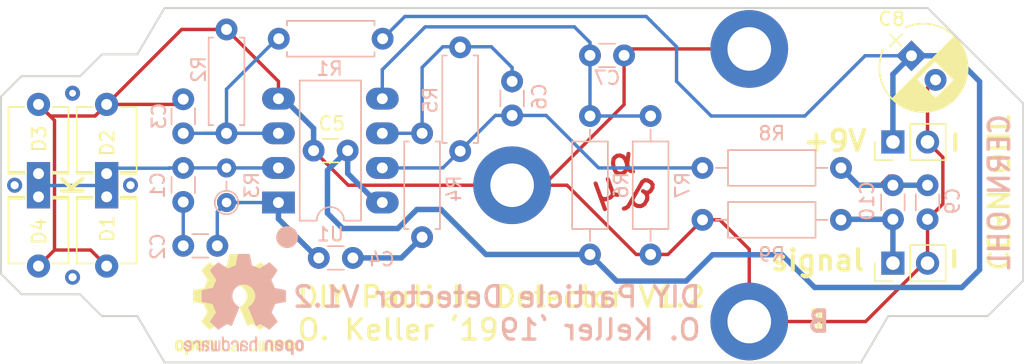
<source format=kicad_pcb>
(kicad_pcb (version 20171130) (host pcbnew "(5.1.12)-1")

  (general
    (thickness 1)
    (drawings 59)
    (tracks 144)
    (zones 0)
    (modules 35)
    (nets 13)
  )

  (page A4)
  (title_block
    (title "DIY Particle Detector")
    (date 2018-06-01)
    (rev V1.2)
    (company CERN)
    (comment 1 "CERN open hardware license V1.2")
    (comment 2 "Oliver Keller")
  )

  (layers
    (0 F.Cu signal)
    (31 B.Cu power)
    (32 B.Adhes user hide)
    (33 F.Adhes user hide)
    (34 B.Paste user hide)
    (35 F.Paste user hide)
    (36 B.SilkS user hide)
    (37 F.SilkS user hide)
    (38 B.Mask user hide)
    (39 F.Mask user hide)
    (40 Dwgs.User user hide)
    (41 Cmts.User user hide)
    (42 Eco1.User user hide)
    (43 Eco2.User user hide)
    (44 Edge.Cuts user)
    (45 Margin user hide)
    (46 B.CrtYd user hide)
    (47 F.CrtYd user hide)
    (48 B.Fab user hide)
    (49 F.Fab user hide)
  )

  (setup
    (last_trace_width 0.25)
    (user_trace_width 0.4)
    (trace_clearance 0.2)
    (zone_clearance 0.2)
    (zone_45_only yes)
    (trace_min 0.2)
    (via_size 0.8)
    (via_drill 0.4)
    (via_min_size 0.4)
    (via_min_drill 0.3)
    (uvia_size 0.3)
    (uvia_drill 0.1)
    (uvias_allowed no)
    (uvia_min_size 0.2)
    (uvia_min_drill 0.1)
    (edge_width 0.2)
    (segment_width 0.2)
    (pcb_text_width 0.3)
    (pcb_text_size 1.5 1.5)
    (mod_edge_width 0.15)
    (mod_text_size 1 1)
    (mod_text_width 0.15)
    (pad_size 5.7 5.7)
    (pad_drill 3.2)
    (pad_to_mask_clearance 0.2)
    (aux_axis_origin 0 0)
    (grid_origin 137.5 112.5)
    (visible_elements 7FFFFFFF)
    (pcbplotparams
      (layerselection 0x011fc_ffffffff)
      (usegerberextensions true)
      (usegerberattributes false)
      (usegerberadvancedattributes false)
      (creategerberjobfile true)
      (excludeedgelayer true)
      (linewidth 0.100000)
      (plotframeref false)
      (viasonmask false)
      (mode 1)
      (useauxorigin false)
      (hpglpennumber 1)
      (hpglpenspeed 20)
      (hpglpendiameter 15.000000)
      (psnegative false)
      (psa4output false)
      (plotreference true)
      (plotvalue false)
      (plotinvisibletext false)
      (padsonsilk false)
      (subtractmaskfromsilk true)
      (outputformat 1)
      (mirror false)
      (drillshape 0)
      (scaleselection 1)
      (outputdirectory "gerbers/"))
  )

  (net 0 "")
  (net 1 "Net-(C1-Pad1)")
  (net 2 "Net-(C1-Pad2)")
  (net 3 "Net-(C2-Pad2)")
  (net 4 GND)
  (net 5 "Net-(C3-Pad1)")
  (net 6 "Net-(C10-Pad1)")
  (net 7 +9V)
  (net 8 /Output)
  (net 9 "Net-(C4-Pad2)")
  (net 10 "Net-(C6-Pad1)")
  (net 11 "Net-(C6-Pad2)")
  (net 12 "Net-(C7-Pad1)")

  (net_class Default "This is the default net class."
    (clearance 0.2)
    (trace_width 0.25)
    (via_dia 0.8)
    (via_drill 0.4)
    (uvia_dia 0.3)
    (uvia_drill 0.1)
    (add_net +9V)
    (add_net /Output)
    (add_net GND)
    (add_net "Net-(C1-Pad1)")
    (add_net "Net-(C1-Pad2)")
    (add_net "Net-(C10-Pad1)")
    (add_net "Net-(C2-Pad2)")
    (add_net "Net-(C3-Pad1)")
    (add_net "Net-(C4-Pad2)")
    (add_net "Net-(C6-Pad1)")
    (add_net "Net-(C6-Pad2)")
    (add_net "Net-(C7-Pad1)")
  )

  (module Pin_Headers:Pin_Header_Straight_1x02_Pitch2.54mm (layer F.Cu) (tedit 59650532) (tstamp 5D4289C0)
    (at 165.44 118.215 90)
    (descr "Through hole straight pin header, 1x02, 2.54mm pitch, single row")
    (tags "Through hole pin header THT 1x02 2.54mm single row")
    (path /5D483F0C)
    (attr virtual)
    (fp_text reference J2 (at 0 -2.33 90) (layer F.SilkS) hide
      (effects (font (size 1 1) (thickness 0.15)))
    )
    (fp_text value Conn_01x02_Female (at 0 4.87 90) (layer F.Fab)
      (effects (font (size 1 1) (thickness 0.15)))
    )
    (fp_line (start -0.635 -1.27) (end 1.27 -1.27) (layer F.Fab) (width 0.1))
    (fp_line (start 1.27 -1.27) (end 1.27 3.81) (layer F.Fab) (width 0.1))
    (fp_line (start 1.27 3.81) (end -1.27 3.81) (layer F.Fab) (width 0.1))
    (fp_line (start -1.27 3.81) (end -1.27 -0.635) (layer F.Fab) (width 0.1))
    (fp_line (start -1.27 -0.635) (end -0.635 -1.27) (layer F.Fab) (width 0.1))
    (fp_line (start -1.33 3.87) (end 1.33 3.87) (layer F.SilkS) (width 0.12))
    (fp_line (start -1.33 1.27) (end -1.33 3.87) (layer F.SilkS) (width 0.12))
    (fp_line (start 1.33 1.27) (end 1.33 3.87) (layer F.SilkS) (width 0.12))
    (fp_line (start -1.33 1.27) (end 1.33 1.27) (layer F.SilkS) (width 0.12))
    (fp_line (start -1.33 0) (end -1.33 -1.33) (layer F.SilkS) (width 0.12))
    (fp_line (start -1.33 -1.33) (end 0 -1.33) (layer F.SilkS) (width 0.12))
    (fp_line (start -1.8 -1.8) (end -1.8 4.35) (layer F.CrtYd) (width 0.05))
    (fp_line (start -1.8 4.35) (end 1.8 4.35) (layer F.CrtYd) (width 0.05))
    (fp_line (start 1.8 4.35) (end 1.8 -1.8) (layer F.CrtYd) (width 0.05))
    (fp_line (start 1.8 -1.8) (end -1.8 -1.8) (layer F.CrtYd) (width 0.05))
    (fp_text user %R (at 0 1.27) (layer F.Fab)
      (effects (font (size 1 1) (thickness 0.15)))
    )
    (pad 1 thru_hole rect (at 0 0 90) (size 1.7 1.7) (drill 1) (layers *.Cu *.Mask)
      (net 8 /Output))
    (pad 2 thru_hole oval (at 0 2.54 90) (size 1.7 1.7) (drill 1) (layers *.Cu *.Mask)
      (net 4 GND))
    (model ${KISYS3DMOD}/Pin_Headers.3dshapes/Pin_Header_Straight_1x02_Pitch2.54mm.wrl
      (at (xyz 0 0 0))
      (scale (xyz 1 1 1))
      (rotate (xyz 0 0 0))
    )
  )

  (module Pin_Headers:Pin_Header_Straight_1x02_Pitch2.54mm (layer F.Cu) (tedit 59650532) (tstamp 5D428C38)
    (at 165.44 109.325 90)
    (descr "Through hole straight pin header, 1x02, 2.54mm pitch, single row")
    (tags "Through hole pin header THT 1x02 2.54mm single row")
    (path /5D46E8CB)
    (attr virtual)
    (fp_text reference J1 (at 0 -2.33 90) (layer F.SilkS) hide
      (effects (font (size 1 1) (thickness 0.15)))
    )
    (fp_text value Conn_01x02_Female (at 0 4.87 90) (layer F.Fab)
      (effects (font (size 1 1) (thickness 0.15)))
    )
    (fp_line (start -0.635 -1.27) (end 1.27 -1.27) (layer F.Fab) (width 0.1))
    (fp_line (start 1.27 -1.27) (end 1.27 3.81) (layer F.Fab) (width 0.1))
    (fp_line (start 1.27 3.81) (end -1.27 3.81) (layer F.Fab) (width 0.1))
    (fp_line (start -1.27 3.81) (end -1.27 -0.635) (layer F.Fab) (width 0.1))
    (fp_line (start -1.27 -0.635) (end -0.635 -1.27) (layer F.Fab) (width 0.1))
    (fp_line (start -1.33 3.87) (end 1.33 3.87) (layer F.SilkS) (width 0.12))
    (fp_line (start -1.33 1.27) (end -1.33 3.87) (layer F.SilkS) (width 0.12))
    (fp_line (start 1.33 1.27) (end 1.33 3.87) (layer F.SilkS) (width 0.12))
    (fp_line (start -1.33 1.27) (end 1.33 1.27) (layer F.SilkS) (width 0.12))
    (fp_line (start -1.33 0) (end -1.33 -1.33) (layer F.SilkS) (width 0.12))
    (fp_line (start -1.33 -1.33) (end 0 -1.33) (layer F.SilkS) (width 0.12))
    (fp_line (start -1.8 -1.8) (end -1.8 4.35) (layer F.CrtYd) (width 0.05))
    (fp_line (start -1.8 4.35) (end 1.8 4.35) (layer F.CrtYd) (width 0.05))
    (fp_line (start 1.8 4.35) (end 1.8 -1.8) (layer F.CrtYd) (width 0.05))
    (fp_line (start 1.8 -1.8) (end -1.8 -1.8) (layer F.CrtYd) (width 0.05))
    (fp_text user %R (at 0 1.27) (layer F.Fab)
      (effects (font (size 1 1) (thickness 0.15)))
    )
    (pad 1 thru_hole rect (at 0 0 90) (size 1.7 1.7) (drill 1) (layers *.Cu *.Mask)
      (net 7 +9V))
    (pad 2 thru_hole oval (at 0 2.54 90) (size 1.7 1.7) (drill 1) (layers *.Cu *.Mask)
      (net 4 GND))
    (model ${KISYS3DMOD}/Pin_Headers.3dshapes/Pin_Header_Straight_1x02_Pitch2.54mm.wrl
      (at (xyz 0 0 0))
      (scale (xyz 1 1 1))
      (rotate (xyz 0 0 0))
    )
  )

  (module Symbols:OSHW-Logo2_9.8x8mm_SilkScreen (layer B.Cu) (tedit 0) (tstamp 5D420B9F)
    (at 117.815 121.256429 180)
    (descr "Open Source Hardware Symbol")
    (tags "Logo Symbol OSHW")
    (attr virtual)
    (fp_text reference REF*** (at 0 0 180) (layer B.SilkS) hide
      (effects (font (size 1 1) (thickness 0.15)) (justify mirror))
    )
    (fp_text value OSHW-Logo2_7.3x6mm_SilkScreen (at 0.75 0 180) (layer B.Fab) hide
      (effects (font (size 1 1) (thickness 0.15)) (justify mirror))
    )
    (fp_poly (pts (xy 0.139878 3.712224) (xy 0.245612 3.711645) (xy 0.322132 3.710078) (xy 0.374372 3.707028)
      (xy 0.407263 3.702004) (xy 0.425737 3.694511) (xy 0.434727 3.684056) (xy 0.439163 3.670147)
      (xy 0.439594 3.668346) (xy 0.446333 3.635855) (xy 0.458808 3.571748) (xy 0.475719 3.482849)
      (xy 0.495771 3.375981) (xy 0.517664 3.257967) (xy 0.518429 3.253822) (xy 0.540359 3.138169)
      (xy 0.560877 3.035986) (xy 0.578659 2.953402) (xy 0.592381 2.896544) (xy 0.600718 2.871542)
      (xy 0.601116 2.871099) (xy 0.625677 2.85889) (xy 0.676315 2.838544) (xy 0.742095 2.814455)
      (xy 0.742461 2.814326) (xy 0.825317 2.783182) (xy 0.923 2.743509) (xy 1.015077 2.703619)
      (xy 1.019434 2.701647) (xy 1.169407 2.63358) (xy 1.501498 2.860361) (xy 1.603374 2.929496)
      (xy 1.695657 2.991303) (xy 1.773003 3.042267) (xy 1.830064 3.078873) (xy 1.861495 3.097606)
      (xy 1.864479 3.098996) (xy 1.887321 3.09281) (xy 1.929982 3.062965) (xy 1.994128 3.008053)
      (xy 2.081421 2.926666) (xy 2.170535 2.840078) (xy 2.256441 2.754753) (xy 2.333327 2.676892)
      (xy 2.396564 2.611303) (xy 2.441523 2.562795) (xy 2.463576 2.536175) (xy 2.464396 2.534805)
      (xy 2.466834 2.516537) (xy 2.45765 2.486705) (xy 2.434574 2.441279) (xy 2.395337 2.37623)
      (xy 2.33767 2.28753) (xy 2.260795 2.173343) (xy 2.19257 2.072838) (xy 2.131582 1.982697)
      (xy 2.081356 1.908151) (xy 2.045416 1.854435) (xy 2.027287 1.826782) (xy 2.026146 1.824905)
      (xy 2.028359 1.79841) (xy 2.045138 1.746914) (xy 2.073142 1.680149) (xy 2.083122 1.658828)
      (xy 2.126672 1.563841) (xy 2.173134 1.456063) (xy 2.210877 1.362808) (xy 2.238073 1.293594)
      (xy 2.259675 1.240994) (xy 2.272158 1.213503) (xy 2.273709 1.211384) (xy 2.296668 1.207876)
      (xy 2.350786 1.198262) (xy 2.428868 1.183911) (xy 2.523719 1.166193) (xy 2.628143 1.146475)
      (xy 2.734944 1.126126) (xy 2.836926 1.106514) (xy 2.926894 1.089009) (xy 2.997653 1.074978)
      (xy 3.042006 1.065791) (xy 3.052885 1.063193) (xy 3.064122 1.056782) (xy 3.072605 1.042303)
      (xy 3.078714 1.014867) (xy 3.082832 0.969589) (xy 3.085341 0.90158) (xy 3.086621 0.805953)
      (xy 3.087054 0.67782) (xy 3.087077 0.625299) (xy 3.087077 0.198155) (xy 2.9845 0.177909)
      (xy 2.927431 0.16693) (xy 2.842269 0.150905) (xy 2.739372 0.131767) (xy 2.629096 0.111449)
      (xy 2.598615 0.105868) (xy 2.496855 0.086083) (xy 2.408205 0.066627) (xy 2.340108 0.049303)
      (xy 2.300004 0.035912) (xy 2.293323 0.031921) (xy 2.276919 0.003658) (xy 2.253399 -0.051109)
      (xy 2.227316 -0.121588) (xy 2.222142 -0.136769) (xy 2.187956 -0.230896) (xy 2.145523 -0.337101)
      (xy 2.103997 -0.432473) (xy 2.103792 -0.432916) (xy 2.03464 -0.582525) (xy 2.489512 -1.251617)
      (xy 2.1975 -1.544116) (xy 2.10918 -1.63117) (xy 2.028625 -1.707909) (xy 1.96036 -1.770237)
      (xy 1.908908 -1.814056) (xy 1.878794 -1.83527) (xy 1.874474 -1.836616) (xy 1.849111 -1.826016)
      (xy 1.797358 -1.796547) (xy 1.724868 -1.751705) (xy 1.637294 -1.694984) (xy 1.542612 -1.631462)
      (xy 1.446516 -1.566668) (xy 1.360837 -1.510287) (xy 1.291016 -1.465788) (xy 1.242494 -1.436639)
      (xy 1.220782 -1.426308) (xy 1.194293 -1.43505) (xy 1.144062 -1.458087) (xy 1.080451 -1.490631)
      (xy 1.073708 -1.494249) (xy 0.988046 -1.53721) (xy 0.929306 -1.558279) (xy 0.892772 -1.558503)
      (xy 0.873731 -1.538928) (xy 0.87362 -1.538654) (xy 0.864102 -1.515472) (xy 0.841403 -1.460441)
      (xy 0.807282 -1.377822) (xy 0.7635 -1.271872) (xy 0.711816 -1.146852) (xy 0.653992 -1.00702)
      (xy 0.597991 -0.871637) (xy 0.536447 -0.722234) (xy 0.479939 -0.583832) (xy 0.430161 -0.460673)
      (xy 0.388806 -0.357002) (xy 0.357568 -0.277059) (xy 0.338141 -0.225088) (xy 0.332154 -0.205692)
      (xy 0.347168 -0.183443) (xy 0.386439 -0.147982) (xy 0.438807 -0.108887) (xy 0.587941 0.014755)
      (xy 0.704511 0.156478) (xy 0.787118 0.313296) (xy 0.834366 0.482225) (xy 0.844857 0.660278)
      (xy 0.837231 0.742461) (xy 0.795682 0.912969) (xy 0.724123 1.063541) (xy 0.626995 1.192691)
      (xy 0.508734 1.298936) (xy 0.37378 1.38079) (xy 0.226571 1.436768) (xy 0.071544 1.465385)
      (xy -0.086861 1.465156) (xy -0.244206 1.434595) (xy -0.396054 1.372218) (xy -0.537965 1.27654)
      (xy -0.597197 1.222428) (xy -0.710797 1.08348) (xy -0.789894 0.931639) (xy -0.835014 0.771333)
      (xy -0.846684 0.606988) (xy -0.825431 0.443029) (xy -0.77178 0.283882) (xy -0.68626 0.133975)
      (xy -0.569395 -0.002267) (xy -0.438807 -0.108887) (xy -0.384412 -0.149642) (xy -0.345986 -0.184718)
      (xy -0.332154 -0.205726) (xy -0.339397 -0.228635) (xy -0.359995 -0.283365) (xy -0.392254 -0.365672)
      (xy -0.434479 -0.471315) (xy -0.484977 -0.59605) (xy -0.542052 -0.735636) (xy -0.598146 -0.87167)
      (xy -0.660033 -1.021201) (xy -0.717356 -1.159767) (xy -0.768356 -1.283107) (xy -0.811273 -1.386964)
      (xy -0.844347 -1.46708) (xy -0.865819 -1.519195) (xy -0.873775 -1.538654) (xy -0.892571 -1.558423)
      (xy -0.928926 -1.558365) (xy -0.987521 -1.537441) (xy -1.073032 -1.494613) (xy -1.073708 -1.494249)
      (xy -1.138093 -1.461012) (xy -1.190139 -1.436802) (xy -1.219488 -1.426404) (xy -1.220783 -1.426308)
      (xy -1.242876 -1.436855) (xy -1.291652 -1.466184) (xy -1.361669 -1.510827) (xy -1.447486 -1.567314)
      (xy -1.542612 -1.631462) (xy -1.63946 -1.696411) (xy -1.726747 -1.752896) (xy -1.798819 -1.797421)
      (xy -1.850023 -1.82649) (xy -1.874474 -1.836616) (xy -1.89699 -1.823307) (xy -1.942258 -1.786112)
      (xy -2.005756 -1.729128) (xy -2.082961 -1.656449) (xy -2.169349 -1.572171) (xy -2.197601 -1.544016)
      (xy -2.489713 -1.251416) (xy -2.267369 -0.925104) (xy -2.199798 -0.824897) (xy -2.140493 -0.734963)
      (xy -2.092783 -0.66051) (xy -2.059993 -0.606751) (xy -2.045452 -0.578894) (xy -2.045026 -0.576912)
      (xy -2.052692 -0.550655) (xy -2.073311 -0.497837) (xy -2.103315 -0.42731) (xy -2.124375 -0.380093)
      (xy -2.163752 -0.289694) (xy -2.200835 -0.198366) (xy -2.229585 -0.1212) (xy -2.237395 -0.097692)
      (xy -2.259583 -0.034916) (xy -2.281273 0.013589) (xy -2.293187 0.031921) (xy -2.319477 0.043141)
      (xy -2.376858 0.059046) (xy -2.457882 0.077833) (xy -2.555105 0.097701) (xy -2.598615 0.105868)
      (xy -2.709104 0.126171) (xy -2.815084 0.14583) (xy -2.906199 0.162912) (xy -2.972092 0.175482)
      (xy -2.9845 0.177909) (xy -3.087077 0.198155) (xy -3.087077 0.625299) (xy -3.086847 0.765754)
      (xy -3.085901 0.872021) (xy -3.083859 0.948987) (xy -3.080338 1.00154) (xy -3.074957 1.034567)
      (xy -3.067334 1.052955) (xy -3.057088 1.061592) (xy -3.052885 1.063193) (xy -3.02753 1.068873)
      (xy -2.971516 1.080205) (xy -2.892036 1.095821) (xy -2.796288 1.114353) (xy -2.691467 1.134431)
      (xy -2.584768 1.154688) (xy -2.483387 1.173754) (xy -2.394521 1.190261) (xy -2.325363 1.202841)
      (xy -2.283111 1.210125) (xy -2.27371 1.211384) (xy -2.265193 1.228237) (xy -2.24634 1.27313)
      (xy -2.220676 1.33757) (xy -2.210877 1.362808) (xy -2.171352 1.460314) (xy -2.124808 1.568041)
      (xy -2.083123 1.658828) (xy -2.05245 1.728247) (xy -2.032044 1.78529) (xy -2.025232 1.820223)
      (xy -2.026318 1.824905) (xy -2.040715 1.847009) (xy -2.073588 1.896169) (xy -2.12141 1.967152)
      (xy -2.180652 2.054722) (xy -2.247785 2.153643) (xy -2.261059 2.17317) (xy -2.338954 2.28886)
      (xy -2.396213 2.376956) (xy -2.435119 2.441514) (xy -2.457956 2.486589) (xy -2.467006 2.516237)
      (xy -2.464552 2.534515) (xy -2.464489 2.534631) (xy -2.445173 2.558639) (xy -2.402449 2.605053)
      (xy -2.340949 2.669063) (xy -2.265302 2.745855) (xy -2.180139 2.830618) (xy -2.170535 2.840078)
      (xy -2.06321 2.944011) (xy -1.980385 3.020325) (xy -1.920395 3.070429) (xy -1.881577 3.09573)
      (xy -1.86448 3.098996) (xy -1.839527 3.08475) (xy -1.787745 3.051844) (xy -1.71448 3.003792)
      (xy -1.62508 2.94411) (xy -1.524889 2.876312) (xy -1.501499 2.860361) (xy -1.169407 2.63358)
      (xy -1.019435 2.701647) (xy -0.92823 2.741315) (xy -0.830331 2.781209) (xy -0.746169 2.813017)
      (xy -0.742462 2.814326) (xy -0.676631 2.838424) (xy -0.625884 2.8588) (xy -0.601158 2.871064)
      (xy -0.601116 2.871099) (xy -0.593271 2.893266) (xy -0.579934 2.947783) (xy -0.56243 3.02852)
      (xy -0.542083 3.12935) (xy -0.520218 3.244144) (xy -0.518429 3.253822) (xy -0.496496 3.372096)
      (xy -0.47636 3.479458) (xy -0.45932 3.569083) (xy -0.446672 3.634149) (xy -0.439716 3.667832)
      (xy -0.439594 3.668346) (xy -0.435361 3.682675) (xy -0.427129 3.693493) (xy -0.409967 3.701294)
      (xy -0.378942 3.706571) (xy -0.329122 3.709818) (xy -0.255576 3.711528) (xy -0.153371 3.712193)
      (xy -0.017575 3.712307) (xy 0 3.712308) (xy 0.139878 3.712224)) (layer B.SilkS) (width 0.01))
    (fp_poly (pts (xy 4.245224 -2.647838) (xy 4.322528 -2.698361) (xy 4.359814 -2.74359) (xy 4.389353 -2.825663)
      (xy 4.391699 -2.890607) (xy 4.386385 -2.977445) (xy 4.186115 -3.065103) (xy 4.088739 -3.109887)
      (xy 4.025113 -3.145913) (xy 3.992029 -3.177117) (xy 3.98628 -3.207436) (xy 4.004658 -3.240805)
      (xy 4.024923 -3.262923) (xy 4.083889 -3.298393) (xy 4.148024 -3.300879) (xy 4.206926 -3.273235)
      (xy 4.250197 -3.21832) (xy 4.257936 -3.198928) (xy 4.295006 -3.138364) (xy 4.337654 -3.112552)
      (xy 4.396154 -3.090471) (xy 4.396154 -3.174184) (xy 4.390982 -3.23115) (xy 4.370723 -3.279189)
      (xy 4.328262 -3.334346) (xy 4.321951 -3.341514) (xy 4.27472 -3.390585) (xy 4.234121 -3.41692)
      (xy 4.183328 -3.429035) (xy 4.14122 -3.433003) (xy 4.065902 -3.433991) (xy 4.012286 -3.421466)
      (xy 3.978838 -3.402869) (xy 3.926268 -3.361975) (xy 3.889879 -3.317748) (xy 3.86685 -3.262126)
      (xy 3.854359 -3.187047) (xy 3.849587 -3.084449) (xy 3.849206 -3.032376) (xy 3.850501 -2.969948)
      (xy 3.968471 -2.969948) (xy 3.969839 -3.003438) (xy 3.973249 -3.008923) (xy 3.995753 -3.001472)
      (xy 4.044182 -2.981753) (xy 4.108908 -2.953718) (xy 4.122443 -2.947692) (xy 4.204244 -2.906096)
      (xy 4.249312 -2.869538) (xy 4.259217 -2.835296) (xy 4.235526 -2.800648) (xy 4.21596 -2.785339)
      (xy 4.14536 -2.754721) (xy 4.07928 -2.75978) (xy 4.023959 -2.797151) (xy 3.985636 -2.863473)
      (xy 3.973349 -2.916116) (xy 3.968471 -2.969948) (xy 3.850501 -2.969948) (xy 3.85173 -2.91072)
      (xy 3.861032 -2.82071) (xy 3.87946 -2.755167) (xy 3.90936 -2.706912) (xy 3.95308 -2.668767)
      (xy 3.972141 -2.65644) (xy 4.058726 -2.624336) (xy 4.153522 -2.622316) (xy 4.245224 -2.647838)) (layer B.SilkS) (width 0.01))
    (fp_poly (pts (xy 3.570807 -2.636782) (xy 3.594161 -2.646988) (xy 3.649902 -2.691134) (xy 3.697569 -2.754967)
      (xy 3.727048 -2.823087) (xy 3.731846 -2.85667) (xy 3.71576 -2.903556) (xy 3.680475 -2.928365)
      (xy 3.642644 -2.943387) (xy 3.625321 -2.946155) (xy 3.616886 -2.926066) (xy 3.60023 -2.882351)
      (xy 3.592923 -2.862598) (xy 3.551948 -2.794271) (xy 3.492622 -2.760191) (xy 3.416552 -2.761239)
      (xy 3.410918 -2.762581) (xy 3.370305 -2.781836) (xy 3.340448 -2.819375) (xy 3.320055 -2.879809)
      (xy 3.307836 -2.967751) (xy 3.3025 -3.087813) (xy 3.302 -3.151698) (xy 3.301752 -3.252403)
      (xy 3.300126 -3.321054) (xy 3.295801 -3.364673) (xy 3.287454 -3.390282) (xy 3.273765 -3.404903)
      (xy 3.253411 -3.415558) (xy 3.252234 -3.416095) (xy 3.213038 -3.432667) (xy 3.193619 -3.438769)
      (xy 3.190635 -3.420319) (xy 3.188081 -3.369323) (xy 3.18614 -3.292308) (xy 3.184997 -3.195805)
      (xy 3.184769 -3.125184) (xy 3.185932 -2.988525) (xy 3.190479 -2.884851) (xy 3.199999 -2.808108)
      (xy 3.216081 -2.752246) (xy 3.240313 -2.711212) (xy 3.274286 -2.678954) (xy 3.307833 -2.65644)
      (xy 3.388499 -2.626476) (xy 3.482381 -2.619718) (xy 3.570807 -2.636782)) (layer B.SilkS) (width 0.01))
    (fp_poly (pts (xy 2.887333 -2.633528) (xy 2.94359 -2.659117) (xy 2.987747 -2.690124) (xy 3.020101 -2.724795)
      (xy 3.042438 -2.76952) (xy 3.056546 -2.830692) (xy 3.064211 -2.914701) (xy 3.06722 -3.02794)
      (xy 3.067538 -3.102509) (xy 3.067538 -3.39342) (xy 3.017773 -3.416095) (xy 2.978576 -3.432667)
      (xy 2.959157 -3.438769) (xy 2.955442 -3.42061) (xy 2.952495 -3.371648) (xy 2.950691 -3.300153)
      (xy 2.950308 -3.243385) (xy 2.948661 -3.161371) (xy 2.944222 -3.096309) (xy 2.93774 -3.056467)
      (xy 2.93259 -3.048) (xy 2.897977 -3.056646) (xy 2.84364 -3.078823) (xy 2.780722 -3.108886)
      (xy 2.720368 -3.141192) (xy 2.673721 -3.170098) (xy 2.651926 -3.189961) (xy 2.651839 -3.190175)
      (xy 2.653714 -3.226935) (xy 2.670525 -3.262026) (xy 2.700039 -3.290528) (xy 2.743116 -3.300061)
      (xy 2.779932 -3.29895) (xy 2.832074 -3.298133) (xy 2.859444 -3.310349) (xy 2.875882 -3.342624)
      (xy 2.877955 -3.34871) (xy 2.885081 -3.394739) (xy 2.866024 -3.422687) (xy 2.816353 -3.436007)
      (xy 2.762697 -3.43847) (xy 2.666142 -3.42021) (xy 2.616159 -3.394131) (xy 2.554429 -3.332868)
      (xy 2.52169 -3.25767) (xy 2.518753 -3.178211) (xy 2.546424 -3.104167) (xy 2.588047 -3.057769)
      (xy 2.629604 -3.031793) (xy 2.694922 -2.998907) (xy 2.771038 -2.965557) (xy 2.783726 -2.960461)
      (xy 2.867333 -2.923565) (xy 2.91553 -2.891046) (xy 2.93103 -2.858718) (xy 2.91655 -2.822394)
      (xy 2.891692 -2.794) (xy 2.832939 -2.759039) (xy 2.768293 -2.756417) (xy 2.709008 -2.783358)
      (xy 2.666339 -2.837088) (xy 2.660739 -2.85095) (xy 2.628133 -2.901936) (xy 2.58053 -2.939787)
      (xy 2.520461 -2.97085) (xy 2.520461 -2.882768) (xy 2.523997 -2.828951) (xy 2.539156 -2.786534)
      (xy 2.572768 -2.741279) (xy 2.605035 -2.70642) (xy 2.655209 -2.657062) (xy 2.694193 -2.630547)
      (xy 2.736064 -2.619911) (xy 2.78346 -2.618154) (xy 2.887333 -2.633528)) (layer B.SilkS) (width 0.01))
    (fp_poly (pts (xy 2.395929 -2.636662) (xy 2.398911 -2.688068) (xy 2.401247 -2.766192) (xy 2.402749 -2.864857)
      (xy 2.403231 -2.968343) (xy 2.403231 -3.318533) (xy 2.341401 -3.380363) (xy 2.298793 -3.418462)
      (xy 2.26139 -3.433895) (xy 2.21027 -3.432918) (xy 2.189978 -3.430433) (xy 2.126554 -3.4232)
      (xy 2.074095 -3.419055) (xy 2.061308 -3.418672) (xy 2.018199 -3.421176) (xy 1.956544 -3.427462)
      (xy 1.932638 -3.430433) (xy 1.873922 -3.435028) (xy 1.834464 -3.425046) (xy 1.795338 -3.394228)
      (xy 1.781215 -3.380363) (xy 1.719385 -3.318533) (xy 1.719385 -2.663503) (xy 1.76915 -2.640829)
      (xy 1.812002 -2.624034) (xy 1.837073 -2.618154) (xy 1.843501 -2.636736) (xy 1.849509 -2.688655)
      (xy 1.854697 -2.768172) (xy 1.858664 -2.869546) (xy 1.860577 -2.955192) (xy 1.865923 -3.292231)
      (xy 1.91256 -3.298825) (xy 1.954976 -3.294214) (xy 1.97576 -3.279287) (xy 1.98157 -3.251377)
      (xy 1.98653 -3.191925) (xy 1.990246 -3.108466) (xy 1.992324 -3.008532) (xy 1.992624 -2.957104)
      (xy 1.992923 -2.661054) (xy 2.054454 -2.639604) (xy 2.098004 -2.62502) (xy 2.121694 -2.618219)
      (xy 2.122377 -2.618154) (xy 2.124754 -2.636642) (xy 2.127366 -2.687906) (xy 2.129995 -2.765649)
      (xy 2.132421 -2.863574) (xy 2.134115 -2.955192) (xy 2.139461 -3.292231) (xy 2.256692 -3.292231)
      (xy 2.262072 -2.984746) (xy 2.267451 -2.677261) (xy 2.324601 -2.647707) (xy 2.366797 -2.627413)
      (xy 2.39177 -2.618204) (xy 2.392491 -2.618154) (xy 2.395929 -2.636662)) (layer B.SilkS) (width 0.01))
    (fp_poly (pts (xy 1.602081 -2.780289) (xy 1.601833 -2.92632) (xy 1.600872 -3.038655) (xy 1.598794 -3.122678)
      (xy 1.595193 -3.183769) (xy 1.589665 -3.227309) (xy 1.581804 -3.258679) (xy 1.571207 -3.283262)
      (xy 1.563182 -3.297294) (xy 1.496728 -3.373388) (xy 1.41247 -3.421084) (xy 1.319249 -3.438199)
      (xy 1.2259 -3.422546) (xy 1.170312 -3.394418) (xy 1.111957 -3.34576) (xy 1.072186 -3.286333)
      (xy 1.04819 -3.208507) (xy 1.037161 -3.104652) (xy 1.035599 -3.028462) (xy 1.035809 -3.022986)
      (xy 1.172308 -3.022986) (xy 1.173141 -3.110355) (xy 1.176961 -3.168192) (xy 1.185746 -3.206029)
      (xy 1.201474 -3.233398) (xy 1.220266 -3.254042) (xy 1.283375 -3.29389) (xy 1.351137 -3.297295)
      (xy 1.415179 -3.264025) (xy 1.420164 -3.259517) (xy 1.441439 -3.236067) (xy 1.454779 -3.208166)
      (xy 1.462001 -3.166641) (xy 1.464923 -3.102316) (xy 1.465385 -3.0312) (xy 1.464383 -2.941858)
      (xy 1.460238 -2.882258) (xy 1.451236 -2.843089) (xy 1.435667 -2.81504) (xy 1.422902 -2.800144)
      (xy 1.3636 -2.762575) (xy 1.295301 -2.758057) (xy 1.23011 -2.786753) (xy 1.217528 -2.797406)
      (xy 1.196111 -2.821063) (xy 1.182744 -2.849251) (xy 1.175566 -2.891245) (xy 1.172719 -2.956319)
      (xy 1.172308 -3.022986) (xy 1.035809 -3.022986) (xy 1.040322 -2.905765) (xy 1.056362 -2.813577)
      (xy 1.086528 -2.744269) (xy 1.133629 -2.690211) (xy 1.170312 -2.662505) (xy 1.23699 -2.632572)
      (xy 1.314272 -2.618678) (xy 1.38611 -2.622397) (xy 1.426308 -2.6374) (xy 1.442082 -2.64167)
      (xy 1.45255 -2.62575) (xy 1.459856 -2.583089) (xy 1.465385 -2.518106) (xy 1.471437 -2.445732)
      (xy 1.479844 -2.402187) (xy 1.495141 -2.377287) (xy 1.521864 -2.360845) (xy 1.538654 -2.353564)
      (xy 1.602154 -2.326963) (xy 1.602081 -2.780289)) (layer B.SilkS) (width 0.01))
    (fp_poly (pts (xy 0.713362 -2.62467) (xy 0.802117 -2.657421) (xy 0.874022 -2.71535) (xy 0.902144 -2.756128)
      (xy 0.932802 -2.830954) (xy 0.932165 -2.885058) (xy 0.899987 -2.921446) (xy 0.888081 -2.927633)
      (xy 0.836675 -2.946925) (xy 0.810422 -2.941982) (xy 0.80153 -2.909587) (xy 0.801077 -2.891692)
      (xy 0.784797 -2.825859) (xy 0.742365 -2.779807) (xy 0.683388 -2.757564) (xy 0.617475 -2.763161)
      (xy 0.563895 -2.792229) (xy 0.545798 -2.80881) (xy 0.532971 -2.828925) (xy 0.524306 -2.859332)
      (xy 0.518696 -2.906788) (xy 0.515035 -2.97805) (xy 0.512215 -3.079875) (xy 0.511484 -3.112115)
      (xy 0.50882 -3.22241) (xy 0.505792 -3.300036) (xy 0.50125 -3.351396) (xy 0.494046 -3.38289)
      (xy 0.483033 -3.40092) (xy 0.46706 -3.411888) (xy 0.456834 -3.416733) (xy 0.413406 -3.433301)
      (xy 0.387842 -3.438769) (xy 0.379395 -3.420507) (xy 0.374239 -3.365296) (xy 0.372346 -3.272499)
      (xy 0.373689 -3.141478) (xy 0.374107 -3.121269) (xy 0.377058 -3.001733) (xy 0.380548 -2.914449)
      (xy 0.385514 -2.852591) (xy 0.392893 -2.809336) (xy 0.403624 -2.77786) (xy 0.418645 -2.751339)
      (xy 0.426502 -2.739975) (xy 0.471553 -2.689692) (xy 0.52194 -2.650581) (xy 0.528108 -2.647167)
      (xy 0.618458 -2.620212) (xy 0.713362 -2.62467)) (layer B.SilkS) (width 0.01))
    (fp_poly (pts (xy 0.053501 -2.626303) (xy 0.13006 -2.654733) (xy 0.130936 -2.655279) (xy 0.178285 -2.690127)
      (xy 0.213241 -2.730852) (xy 0.237825 -2.783925) (xy 0.254062 -2.855814) (xy 0.263975 -2.952992)
      (xy 0.269586 -3.081928) (xy 0.270077 -3.100298) (xy 0.277141 -3.377287) (xy 0.217695 -3.408028)
      (xy 0.174681 -3.428802) (xy 0.14871 -3.438646) (xy 0.147509 -3.438769) (xy 0.143014 -3.420606)
      (xy 0.139444 -3.371612) (xy 0.137248 -3.300031) (xy 0.136769 -3.242068) (xy 0.136758 -3.14817)
      (xy 0.132466 -3.089203) (xy 0.117503 -3.061079) (xy 0.085482 -3.059706) (xy 0.030014 -3.080998)
      (xy -0.053731 -3.120136) (xy -0.115311 -3.152643) (xy -0.146983 -3.180845) (xy -0.156294 -3.211582)
      (xy -0.156308 -3.213104) (xy -0.140943 -3.266054) (xy -0.095453 -3.29466) (xy -0.025834 -3.298803)
      (xy 0.024313 -3.298084) (xy 0.050754 -3.312527) (xy 0.067243 -3.347218) (xy 0.076733 -3.391416)
      (xy 0.063057 -3.416493) (xy 0.057907 -3.420082) (xy 0.009425 -3.434496) (xy -0.058469 -3.436537)
      (xy -0.128388 -3.426983) (xy -0.177932 -3.409522) (xy -0.24643 -3.351364) (xy -0.285366 -3.270408)
      (xy -0.293077 -3.20716) (xy -0.287193 -3.150111) (xy -0.265899 -3.103542) (xy -0.223735 -3.062181)
      (xy -0.155241 -3.020755) (xy -0.054956 -2.973993) (xy -0.048846 -2.97135) (xy 0.04149 -2.929617)
      (xy 0.097235 -2.895391) (xy 0.121129 -2.864635) (xy 0.115913 -2.833311) (xy 0.084328 -2.797383)
      (xy 0.074883 -2.789116) (xy 0.011617 -2.757058) (xy -0.053936 -2.758407) (xy -0.111028 -2.789838)
      (xy -0.148907 -2.848024) (xy -0.152426 -2.859446) (xy -0.1867 -2.914837) (xy -0.230191 -2.941518)
      (xy -0.293077 -2.96796) (xy -0.293077 -2.899548) (xy -0.273948 -2.80011) (xy -0.217169 -2.708902)
      (xy -0.187622 -2.678389) (xy -0.120458 -2.639228) (xy -0.035044 -2.6215) (xy 0.053501 -2.626303)) (layer B.SilkS) (width 0.01))
    (fp_poly (pts (xy -0.840154 -2.49212) (xy -0.834428 -2.57198) (xy -0.827851 -2.619039) (xy -0.818738 -2.639566)
      (xy -0.805402 -2.639829) (xy -0.801077 -2.637378) (xy -0.743556 -2.619636) (xy -0.668732 -2.620672)
      (xy -0.592661 -2.63891) (xy -0.545082 -2.662505) (xy -0.496298 -2.700198) (xy -0.460636 -2.742855)
      (xy -0.436155 -2.797057) (xy -0.420913 -2.869384) (xy -0.41297 -2.966419) (xy -0.410384 -3.094742)
      (xy -0.410338 -3.119358) (xy -0.410308 -3.39587) (xy -0.471839 -3.41732) (xy -0.515541 -3.431912)
      (xy -0.539518 -3.438706) (xy -0.540223 -3.438769) (xy -0.542585 -3.420345) (xy -0.544594 -3.369526)
      (xy -0.546099 -3.292993) (xy -0.546947 -3.19743) (xy -0.547077 -3.139329) (xy -0.547349 -3.024771)
      (xy -0.548748 -2.942667) (xy -0.552151 -2.886393) (xy -0.558433 -2.849326) (xy -0.568471 -2.824844)
      (xy -0.583139 -2.806325) (xy -0.592298 -2.797406) (xy -0.655211 -2.761466) (xy -0.723864 -2.758775)
      (xy -0.786152 -2.78917) (xy -0.797671 -2.800144) (xy -0.814567 -2.820779) (xy -0.826286 -2.845256)
      (xy -0.833767 -2.880647) (xy -0.837946 -2.934026) (xy -0.839763 -3.012466) (xy -0.840154 -3.120617)
      (xy -0.840154 -3.39587) (xy -0.901685 -3.41732) (xy -0.945387 -3.431912) (xy -0.969364 -3.438706)
      (xy -0.97007 -3.438769) (xy -0.971874 -3.420069) (xy -0.9735 -3.367322) (xy -0.974883 -3.285557)
      (xy -0.975958 -3.179805) (xy -0.97666 -3.055094) (xy -0.976923 -2.916455) (xy -0.976923 -2.381806)
      (xy -0.849923 -2.328236) (xy -0.840154 -2.49212)) (layer B.SilkS) (width 0.01))
    (fp_poly (pts (xy -2.465746 -2.599745) (xy -2.388714 -2.651567) (xy -2.329184 -2.726412) (xy -2.293622 -2.821654)
      (xy -2.286429 -2.891756) (xy -2.287246 -2.921009) (xy -2.294086 -2.943407) (xy -2.312888 -2.963474)
      (xy -2.349592 -2.985733) (xy -2.410138 -3.014709) (xy -2.500466 -3.054927) (xy -2.500923 -3.055129)
      (xy -2.584067 -3.09321) (xy -2.652247 -3.127025) (xy -2.698495 -3.152933) (xy -2.715842 -3.167295)
      (xy -2.715846 -3.167411) (xy -2.700557 -3.198685) (xy -2.664804 -3.233157) (xy -2.623758 -3.25799)
      (xy -2.602963 -3.262923) (xy -2.54623 -3.245862) (xy -2.497373 -3.203133) (xy -2.473535 -3.156155)
      (xy -2.450603 -3.121522) (xy -2.405682 -3.082081) (xy -2.352877 -3.048009) (xy -2.30629 -3.02948)
      (xy -2.296548 -3.028462) (xy -2.285582 -3.045215) (xy -2.284921 -3.088039) (xy -2.29298 -3.145781)
      (xy -2.308173 -3.207289) (xy -2.328914 -3.261409) (xy -2.329962 -3.26351) (xy -2.392379 -3.35066)
      (xy -2.473274 -3.409939) (xy -2.565144 -3.439034) (xy -2.660487 -3.435634) (xy -2.751802 -3.397428)
      (xy -2.755862 -3.394741) (xy -2.827694 -3.329642) (xy -2.874927 -3.244705) (xy -2.901066 -3.133021)
      (xy -2.904574 -3.101643) (xy -2.910787 -2.953536) (xy -2.903339 -2.884468) (xy -2.715846 -2.884468)
      (xy -2.71341 -2.927552) (xy -2.700086 -2.940126) (xy -2.666868 -2.930719) (xy -2.614506 -2.908483)
      (xy -2.555976 -2.88061) (xy -2.554521 -2.879872) (xy -2.504911 -2.853777) (xy -2.485 -2.836363)
      (xy -2.48991 -2.818107) (xy -2.510584 -2.79412) (xy -2.563181 -2.759406) (xy -2.619823 -2.756856)
      (xy -2.670631 -2.782119) (xy -2.705724 -2.830847) (xy -2.715846 -2.884468) (xy -2.903339 -2.884468)
      (xy -2.898008 -2.835036) (xy -2.865222 -2.741055) (xy -2.819579 -2.675215) (xy -2.737198 -2.608681)
      (xy -2.646454 -2.575676) (xy -2.553815 -2.573573) (xy -2.465746 -2.599745)) (layer B.SilkS) (width 0.01))
    (fp_poly (pts (xy -3.983114 -2.587256) (xy -3.891536 -2.635409) (xy -3.823951 -2.712905) (xy -3.799943 -2.762727)
      (xy -3.781262 -2.837533) (xy -3.771699 -2.932052) (xy -3.770792 -3.03521) (xy -3.778079 -3.135935)
      (xy -3.793097 -3.223153) (xy -3.815385 -3.285791) (xy -3.822235 -3.296579) (xy -3.903368 -3.377105)
      (xy -3.999734 -3.425336) (xy -4.104299 -3.43945) (xy -4.210032 -3.417629) (xy -4.239457 -3.404547)
      (xy -4.296759 -3.364231) (xy -4.34705 -3.310775) (xy -4.351803 -3.303995) (xy -4.371122 -3.271321)
      (xy -4.383892 -3.236394) (xy -4.391436 -3.190414) (xy -4.395076 -3.124584) (xy -4.396135 -3.030105)
      (xy -4.396154 -3.008923) (xy -4.396106 -3.002182) (xy -4.200769 -3.002182) (xy -4.199632 -3.091349)
      (xy -4.195159 -3.15052) (xy -4.185754 -3.188741) (xy -4.169824 -3.215053) (xy -4.161692 -3.223846)
      (xy -4.114942 -3.257261) (xy -4.069553 -3.255737) (xy -4.02366 -3.226752) (xy -3.996288 -3.195809)
      (xy -3.980077 -3.150643) (xy -3.970974 -3.07942) (xy -3.970349 -3.071114) (xy -3.968796 -2.942037)
      (xy -3.985035 -2.846172) (xy -4.018848 -2.784107) (xy -4.070016 -2.756432) (xy -4.08828 -2.754923)
      (xy -4.13624 -2.762513) (xy -4.169047 -2.788808) (xy -4.189105 -2.839095) (xy -4.198822 -2.918664)
      (xy -4.200769 -3.002182) (xy -4.396106 -3.002182) (xy -4.395426 -2.908249) (xy -4.392371 -2.837906)
      (xy -4.385678 -2.789163) (xy -4.37404 -2.753288) (xy -4.356147 -2.721548) (xy -4.352192 -2.715648)
      (xy -4.285733 -2.636104) (xy -4.213315 -2.589929) (xy -4.125151 -2.571599) (xy -4.095213 -2.570703)
      (xy -3.983114 -2.587256)) (layer B.SilkS) (width 0.01))
    (fp_poly (pts (xy -1.728336 -2.595089) (xy -1.665633 -2.631358) (xy -1.622039 -2.667358) (xy -1.590155 -2.705075)
      (xy -1.56819 -2.751199) (xy -1.554351 -2.812421) (xy -1.546847 -2.895431) (xy -1.543883 -3.006919)
      (xy -1.543539 -3.087062) (xy -1.543539 -3.382065) (xy -1.709615 -3.456515) (xy -1.719385 -3.133402)
      (xy -1.723421 -3.012729) (xy -1.727656 -2.925141) (xy -1.732903 -2.86465) (xy -1.739975 -2.825268)
      (xy -1.749689 -2.801007) (xy -1.762856 -2.78588) (xy -1.767081 -2.782606) (xy -1.831091 -2.757034)
      (xy -1.895792 -2.767153) (xy -1.934308 -2.794) (xy -1.949975 -2.813024) (xy -1.96082 -2.837988)
      (xy -1.967712 -2.875834) (xy -1.971521 -2.933502) (xy -1.973117 -3.017935) (xy -1.973385 -3.105928)
      (xy -1.973437 -3.216323) (xy -1.975328 -3.294463) (xy -1.981655 -3.347165) (xy -1.995017 -3.381242)
      (xy -2.018015 -3.403511) (xy -2.053246 -3.420787) (xy -2.100303 -3.438738) (xy -2.151697 -3.458278)
      (xy -2.145579 -3.111485) (xy -2.143116 -2.986468) (xy -2.140233 -2.894082) (xy -2.136102 -2.827881)
      (xy -2.129893 -2.78142) (xy -2.120774 -2.748256) (xy -2.107917 -2.721944) (xy -2.092416 -2.698729)
      (xy -2.017629 -2.624569) (xy -1.926372 -2.581684) (xy -1.827117 -2.571412) (xy -1.728336 -2.595089)) (layer B.SilkS) (width 0.01))
    (fp_poly (pts (xy -3.231114 -2.584505) (xy -3.156461 -2.621727) (xy -3.090569 -2.690261) (xy -3.072423 -2.715648)
      (xy -3.052655 -2.748866) (xy -3.039828 -2.784945) (xy -3.03249 -2.833098) (xy -3.029187 -2.902536)
      (xy -3.028462 -2.994206) (xy -3.031737 -3.11983) (xy -3.043123 -3.214154) (xy -3.064959 -3.284523)
      (xy -3.099581 -3.338286) (xy -3.14933 -3.382788) (xy -3.152986 -3.385423) (xy -3.202015 -3.412377)
      (xy -3.261055 -3.425712) (xy -3.336141 -3.429) (xy -3.458205 -3.429) (xy -3.458256 -3.547497)
      (xy -3.459392 -3.613492) (xy -3.466314 -3.652202) (xy -3.484402 -3.675419) (xy -3.519038 -3.694933)
      (xy -3.527355 -3.69892) (xy -3.56628 -3.717603) (xy -3.596417 -3.729403) (xy -3.618826 -3.730422)
      (xy -3.634567 -3.716761) (xy -3.644698 -3.684522) (xy -3.650277 -3.629804) (xy -3.652365 -3.548711)
      (xy -3.652019 -3.437344) (xy -3.6503 -3.291802) (xy -3.649763 -3.248269) (xy -3.647828 -3.098205)
      (xy -3.646096 -3.000042) (xy -3.458308 -3.000042) (xy -3.457252 -3.083364) (xy -3.452562 -3.13788)
      (xy -3.441949 -3.173837) (xy -3.423128 -3.201482) (xy -3.41035 -3.214965) (xy -3.35811 -3.254417)
      (xy -3.311858 -3.257628) (xy -3.264133 -3.225049) (xy -3.262923 -3.223846) (xy -3.243506 -3.198668)
      (xy -3.231693 -3.164447) (xy -3.225735 -3.111748) (xy -3.22388 -3.031131) (xy -3.223846 -3.013271)
      (xy -3.22833 -2.902175) (xy -3.242926 -2.825161) (xy -3.26935 -2.778147) (xy -3.309317 -2.75705)
      (xy -3.332416 -2.754923) (xy -3.387238 -2.7649) (xy -3.424842 -2.797752) (xy -3.447477 -2.857857)
      (xy -3.457394 -2.949598) (xy -3.458308 -3.000042) (xy -3.646096 -3.000042) (xy -3.645778 -2.98206)
      (xy -3.643127 -2.894679) (xy -3.639394 -2.830905) (xy -3.634093 -2.785582) (xy -3.626742 -2.753555)
      (xy -3.616857 -2.729668) (xy -3.603954 -2.708764) (xy -3.598421 -2.700898) (xy -3.525031 -2.626595)
      (xy -3.43224 -2.584467) (xy -3.324904 -2.572722) (xy -3.231114 -2.584505)) (layer B.SilkS) (width 0.01))
  )

  (module Symbols:OSHW-Logo2_9.8x8mm_SilkScreen (layer F.Cu) (tedit 0) (tstamp 5B119FAF)
    (at 117.18 121.263)
    (descr "Open Source Hardware Symbol")
    (tags "Logo Symbol OSHW")
    (attr virtual)
    (fp_text reference REF*** (at 0 0) (layer F.SilkS) hide
      (effects (font (size 1 1) (thickness 0.15)))
    )
    (fp_text value OSHW-Logo2_7.3x6mm_SilkScreen (at 0.75 0) (layer F.Fab) hide
      (effects (font (size 1 1) (thickness 0.15)))
    )
    (fp_poly (pts (xy -3.231114 2.584505) (xy -3.156461 2.621727) (xy -3.090569 2.690261) (xy -3.072423 2.715648)
      (xy -3.052655 2.748866) (xy -3.039828 2.784945) (xy -3.03249 2.833098) (xy -3.029187 2.902536)
      (xy -3.028462 2.994206) (xy -3.031737 3.11983) (xy -3.043123 3.214154) (xy -3.064959 3.284523)
      (xy -3.099581 3.338286) (xy -3.14933 3.382788) (xy -3.152986 3.385423) (xy -3.202015 3.412377)
      (xy -3.261055 3.425712) (xy -3.336141 3.429) (xy -3.458205 3.429) (xy -3.458256 3.547497)
      (xy -3.459392 3.613492) (xy -3.466314 3.652202) (xy -3.484402 3.675419) (xy -3.519038 3.694933)
      (xy -3.527355 3.69892) (xy -3.56628 3.717603) (xy -3.596417 3.729403) (xy -3.618826 3.730422)
      (xy -3.634567 3.716761) (xy -3.644698 3.684522) (xy -3.650277 3.629804) (xy -3.652365 3.548711)
      (xy -3.652019 3.437344) (xy -3.6503 3.291802) (xy -3.649763 3.248269) (xy -3.647828 3.098205)
      (xy -3.646096 3.000042) (xy -3.458308 3.000042) (xy -3.457252 3.083364) (xy -3.452562 3.13788)
      (xy -3.441949 3.173837) (xy -3.423128 3.201482) (xy -3.41035 3.214965) (xy -3.35811 3.254417)
      (xy -3.311858 3.257628) (xy -3.264133 3.225049) (xy -3.262923 3.223846) (xy -3.243506 3.198668)
      (xy -3.231693 3.164447) (xy -3.225735 3.111748) (xy -3.22388 3.031131) (xy -3.223846 3.013271)
      (xy -3.22833 2.902175) (xy -3.242926 2.825161) (xy -3.26935 2.778147) (xy -3.309317 2.75705)
      (xy -3.332416 2.754923) (xy -3.387238 2.7649) (xy -3.424842 2.797752) (xy -3.447477 2.857857)
      (xy -3.457394 2.949598) (xy -3.458308 3.000042) (xy -3.646096 3.000042) (xy -3.645778 2.98206)
      (xy -3.643127 2.894679) (xy -3.639394 2.830905) (xy -3.634093 2.785582) (xy -3.626742 2.753555)
      (xy -3.616857 2.729668) (xy -3.603954 2.708764) (xy -3.598421 2.700898) (xy -3.525031 2.626595)
      (xy -3.43224 2.584467) (xy -3.324904 2.572722) (xy -3.231114 2.584505)) (layer F.SilkS) (width 0.01))
    (fp_poly (pts (xy -1.728336 2.595089) (xy -1.665633 2.631358) (xy -1.622039 2.667358) (xy -1.590155 2.705075)
      (xy -1.56819 2.751199) (xy -1.554351 2.812421) (xy -1.546847 2.895431) (xy -1.543883 3.006919)
      (xy -1.543539 3.087062) (xy -1.543539 3.382065) (xy -1.709615 3.456515) (xy -1.719385 3.133402)
      (xy -1.723421 3.012729) (xy -1.727656 2.925141) (xy -1.732903 2.86465) (xy -1.739975 2.825268)
      (xy -1.749689 2.801007) (xy -1.762856 2.78588) (xy -1.767081 2.782606) (xy -1.831091 2.757034)
      (xy -1.895792 2.767153) (xy -1.934308 2.794) (xy -1.949975 2.813024) (xy -1.96082 2.837988)
      (xy -1.967712 2.875834) (xy -1.971521 2.933502) (xy -1.973117 3.017935) (xy -1.973385 3.105928)
      (xy -1.973437 3.216323) (xy -1.975328 3.294463) (xy -1.981655 3.347165) (xy -1.995017 3.381242)
      (xy -2.018015 3.403511) (xy -2.053246 3.420787) (xy -2.100303 3.438738) (xy -2.151697 3.458278)
      (xy -2.145579 3.111485) (xy -2.143116 2.986468) (xy -2.140233 2.894082) (xy -2.136102 2.827881)
      (xy -2.129893 2.78142) (xy -2.120774 2.748256) (xy -2.107917 2.721944) (xy -2.092416 2.698729)
      (xy -2.017629 2.624569) (xy -1.926372 2.581684) (xy -1.827117 2.571412) (xy -1.728336 2.595089)) (layer F.SilkS) (width 0.01))
    (fp_poly (pts (xy -3.983114 2.587256) (xy -3.891536 2.635409) (xy -3.823951 2.712905) (xy -3.799943 2.762727)
      (xy -3.781262 2.837533) (xy -3.771699 2.932052) (xy -3.770792 3.03521) (xy -3.778079 3.135935)
      (xy -3.793097 3.223153) (xy -3.815385 3.285791) (xy -3.822235 3.296579) (xy -3.903368 3.377105)
      (xy -3.999734 3.425336) (xy -4.104299 3.43945) (xy -4.210032 3.417629) (xy -4.239457 3.404547)
      (xy -4.296759 3.364231) (xy -4.34705 3.310775) (xy -4.351803 3.303995) (xy -4.371122 3.271321)
      (xy -4.383892 3.236394) (xy -4.391436 3.190414) (xy -4.395076 3.124584) (xy -4.396135 3.030105)
      (xy -4.396154 3.008923) (xy -4.396106 3.002182) (xy -4.200769 3.002182) (xy -4.199632 3.091349)
      (xy -4.195159 3.15052) (xy -4.185754 3.188741) (xy -4.169824 3.215053) (xy -4.161692 3.223846)
      (xy -4.114942 3.257261) (xy -4.069553 3.255737) (xy -4.02366 3.226752) (xy -3.996288 3.195809)
      (xy -3.980077 3.150643) (xy -3.970974 3.07942) (xy -3.970349 3.071114) (xy -3.968796 2.942037)
      (xy -3.985035 2.846172) (xy -4.018848 2.784107) (xy -4.070016 2.756432) (xy -4.08828 2.754923)
      (xy -4.13624 2.762513) (xy -4.169047 2.788808) (xy -4.189105 2.839095) (xy -4.198822 2.918664)
      (xy -4.200769 3.002182) (xy -4.396106 3.002182) (xy -4.395426 2.908249) (xy -4.392371 2.837906)
      (xy -4.385678 2.789163) (xy -4.37404 2.753288) (xy -4.356147 2.721548) (xy -4.352192 2.715648)
      (xy -4.285733 2.636104) (xy -4.213315 2.589929) (xy -4.125151 2.571599) (xy -4.095213 2.570703)
      (xy -3.983114 2.587256)) (layer F.SilkS) (width 0.01))
    (fp_poly (pts (xy -2.465746 2.599745) (xy -2.388714 2.651567) (xy -2.329184 2.726412) (xy -2.293622 2.821654)
      (xy -2.286429 2.891756) (xy -2.287246 2.921009) (xy -2.294086 2.943407) (xy -2.312888 2.963474)
      (xy -2.349592 2.985733) (xy -2.410138 3.014709) (xy -2.500466 3.054927) (xy -2.500923 3.055129)
      (xy -2.584067 3.09321) (xy -2.652247 3.127025) (xy -2.698495 3.152933) (xy -2.715842 3.167295)
      (xy -2.715846 3.167411) (xy -2.700557 3.198685) (xy -2.664804 3.233157) (xy -2.623758 3.25799)
      (xy -2.602963 3.262923) (xy -2.54623 3.245862) (xy -2.497373 3.203133) (xy -2.473535 3.156155)
      (xy -2.450603 3.121522) (xy -2.405682 3.082081) (xy -2.352877 3.048009) (xy -2.30629 3.02948)
      (xy -2.296548 3.028462) (xy -2.285582 3.045215) (xy -2.284921 3.088039) (xy -2.29298 3.145781)
      (xy -2.308173 3.207289) (xy -2.328914 3.261409) (xy -2.329962 3.26351) (xy -2.392379 3.35066)
      (xy -2.473274 3.409939) (xy -2.565144 3.439034) (xy -2.660487 3.435634) (xy -2.751802 3.397428)
      (xy -2.755862 3.394741) (xy -2.827694 3.329642) (xy -2.874927 3.244705) (xy -2.901066 3.133021)
      (xy -2.904574 3.101643) (xy -2.910787 2.953536) (xy -2.903339 2.884468) (xy -2.715846 2.884468)
      (xy -2.71341 2.927552) (xy -2.700086 2.940126) (xy -2.666868 2.930719) (xy -2.614506 2.908483)
      (xy -2.555976 2.88061) (xy -2.554521 2.879872) (xy -2.504911 2.853777) (xy -2.485 2.836363)
      (xy -2.48991 2.818107) (xy -2.510584 2.79412) (xy -2.563181 2.759406) (xy -2.619823 2.756856)
      (xy -2.670631 2.782119) (xy -2.705724 2.830847) (xy -2.715846 2.884468) (xy -2.903339 2.884468)
      (xy -2.898008 2.835036) (xy -2.865222 2.741055) (xy -2.819579 2.675215) (xy -2.737198 2.608681)
      (xy -2.646454 2.575676) (xy -2.553815 2.573573) (xy -2.465746 2.599745)) (layer F.SilkS) (width 0.01))
    (fp_poly (pts (xy -0.840154 2.49212) (xy -0.834428 2.57198) (xy -0.827851 2.619039) (xy -0.818738 2.639566)
      (xy -0.805402 2.639829) (xy -0.801077 2.637378) (xy -0.743556 2.619636) (xy -0.668732 2.620672)
      (xy -0.592661 2.63891) (xy -0.545082 2.662505) (xy -0.496298 2.700198) (xy -0.460636 2.742855)
      (xy -0.436155 2.797057) (xy -0.420913 2.869384) (xy -0.41297 2.966419) (xy -0.410384 3.094742)
      (xy -0.410338 3.119358) (xy -0.410308 3.39587) (xy -0.471839 3.41732) (xy -0.515541 3.431912)
      (xy -0.539518 3.438706) (xy -0.540223 3.438769) (xy -0.542585 3.420345) (xy -0.544594 3.369526)
      (xy -0.546099 3.292993) (xy -0.546947 3.19743) (xy -0.547077 3.139329) (xy -0.547349 3.024771)
      (xy -0.548748 2.942667) (xy -0.552151 2.886393) (xy -0.558433 2.849326) (xy -0.568471 2.824844)
      (xy -0.583139 2.806325) (xy -0.592298 2.797406) (xy -0.655211 2.761466) (xy -0.723864 2.758775)
      (xy -0.786152 2.78917) (xy -0.797671 2.800144) (xy -0.814567 2.820779) (xy -0.826286 2.845256)
      (xy -0.833767 2.880647) (xy -0.837946 2.934026) (xy -0.839763 3.012466) (xy -0.840154 3.120617)
      (xy -0.840154 3.39587) (xy -0.901685 3.41732) (xy -0.945387 3.431912) (xy -0.969364 3.438706)
      (xy -0.97007 3.438769) (xy -0.971874 3.420069) (xy -0.9735 3.367322) (xy -0.974883 3.285557)
      (xy -0.975958 3.179805) (xy -0.97666 3.055094) (xy -0.976923 2.916455) (xy -0.976923 2.381806)
      (xy -0.849923 2.328236) (xy -0.840154 2.49212)) (layer F.SilkS) (width 0.01))
    (fp_poly (pts (xy 0.053501 2.626303) (xy 0.13006 2.654733) (xy 0.130936 2.655279) (xy 0.178285 2.690127)
      (xy 0.213241 2.730852) (xy 0.237825 2.783925) (xy 0.254062 2.855814) (xy 0.263975 2.952992)
      (xy 0.269586 3.081928) (xy 0.270077 3.100298) (xy 0.277141 3.377287) (xy 0.217695 3.408028)
      (xy 0.174681 3.428802) (xy 0.14871 3.438646) (xy 0.147509 3.438769) (xy 0.143014 3.420606)
      (xy 0.139444 3.371612) (xy 0.137248 3.300031) (xy 0.136769 3.242068) (xy 0.136758 3.14817)
      (xy 0.132466 3.089203) (xy 0.117503 3.061079) (xy 0.085482 3.059706) (xy 0.030014 3.080998)
      (xy -0.053731 3.120136) (xy -0.115311 3.152643) (xy -0.146983 3.180845) (xy -0.156294 3.211582)
      (xy -0.156308 3.213104) (xy -0.140943 3.266054) (xy -0.095453 3.29466) (xy -0.025834 3.298803)
      (xy 0.024313 3.298084) (xy 0.050754 3.312527) (xy 0.067243 3.347218) (xy 0.076733 3.391416)
      (xy 0.063057 3.416493) (xy 0.057907 3.420082) (xy 0.009425 3.434496) (xy -0.058469 3.436537)
      (xy -0.128388 3.426983) (xy -0.177932 3.409522) (xy -0.24643 3.351364) (xy -0.285366 3.270408)
      (xy -0.293077 3.20716) (xy -0.287193 3.150111) (xy -0.265899 3.103542) (xy -0.223735 3.062181)
      (xy -0.155241 3.020755) (xy -0.054956 2.973993) (xy -0.048846 2.97135) (xy 0.04149 2.929617)
      (xy 0.097235 2.895391) (xy 0.121129 2.864635) (xy 0.115913 2.833311) (xy 0.084328 2.797383)
      (xy 0.074883 2.789116) (xy 0.011617 2.757058) (xy -0.053936 2.758407) (xy -0.111028 2.789838)
      (xy -0.148907 2.848024) (xy -0.152426 2.859446) (xy -0.1867 2.914837) (xy -0.230191 2.941518)
      (xy -0.293077 2.96796) (xy -0.293077 2.899548) (xy -0.273948 2.80011) (xy -0.217169 2.708902)
      (xy -0.187622 2.678389) (xy -0.120458 2.639228) (xy -0.035044 2.6215) (xy 0.053501 2.626303)) (layer F.SilkS) (width 0.01))
    (fp_poly (pts (xy 0.713362 2.62467) (xy 0.802117 2.657421) (xy 0.874022 2.71535) (xy 0.902144 2.756128)
      (xy 0.932802 2.830954) (xy 0.932165 2.885058) (xy 0.899987 2.921446) (xy 0.888081 2.927633)
      (xy 0.836675 2.946925) (xy 0.810422 2.941982) (xy 0.80153 2.909587) (xy 0.801077 2.891692)
      (xy 0.784797 2.825859) (xy 0.742365 2.779807) (xy 0.683388 2.757564) (xy 0.617475 2.763161)
      (xy 0.563895 2.792229) (xy 0.545798 2.80881) (xy 0.532971 2.828925) (xy 0.524306 2.859332)
      (xy 0.518696 2.906788) (xy 0.515035 2.97805) (xy 0.512215 3.079875) (xy 0.511484 3.112115)
      (xy 0.50882 3.22241) (xy 0.505792 3.300036) (xy 0.50125 3.351396) (xy 0.494046 3.38289)
      (xy 0.483033 3.40092) (xy 0.46706 3.411888) (xy 0.456834 3.416733) (xy 0.413406 3.433301)
      (xy 0.387842 3.438769) (xy 0.379395 3.420507) (xy 0.374239 3.365296) (xy 0.372346 3.272499)
      (xy 0.373689 3.141478) (xy 0.374107 3.121269) (xy 0.377058 3.001733) (xy 0.380548 2.914449)
      (xy 0.385514 2.852591) (xy 0.392893 2.809336) (xy 0.403624 2.77786) (xy 0.418645 2.751339)
      (xy 0.426502 2.739975) (xy 0.471553 2.689692) (xy 0.52194 2.650581) (xy 0.528108 2.647167)
      (xy 0.618458 2.620212) (xy 0.713362 2.62467)) (layer F.SilkS) (width 0.01))
    (fp_poly (pts (xy 1.602081 2.780289) (xy 1.601833 2.92632) (xy 1.600872 3.038655) (xy 1.598794 3.122678)
      (xy 1.595193 3.183769) (xy 1.589665 3.227309) (xy 1.581804 3.258679) (xy 1.571207 3.283262)
      (xy 1.563182 3.297294) (xy 1.496728 3.373388) (xy 1.41247 3.421084) (xy 1.319249 3.438199)
      (xy 1.2259 3.422546) (xy 1.170312 3.394418) (xy 1.111957 3.34576) (xy 1.072186 3.286333)
      (xy 1.04819 3.208507) (xy 1.037161 3.104652) (xy 1.035599 3.028462) (xy 1.035809 3.022986)
      (xy 1.172308 3.022986) (xy 1.173141 3.110355) (xy 1.176961 3.168192) (xy 1.185746 3.206029)
      (xy 1.201474 3.233398) (xy 1.220266 3.254042) (xy 1.283375 3.29389) (xy 1.351137 3.297295)
      (xy 1.415179 3.264025) (xy 1.420164 3.259517) (xy 1.441439 3.236067) (xy 1.454779 3.208166)
      (xy 1.462001 3.166641) (xy 1.464923 3.102316) (xy 1.465385 3.0312) (xy 1.464383 2.941858)
      (xy 1.460238 2.882258) (xy 1.451236 2.843089) (xy 1.435667 2.81504) (xy 1.422902 2.800144)
      (xy 1.3636 2.762575) (xy 1.295301 2.758057) (xy 1.23011 2.786753) (xy 1.217528 2.797406)
      (xy 1.196111 2.821063) (xy 1.182744 2.849251) (xy 1.175566 2.891245) (xy 1.172719 2.956319)
      (xy 1.172308 3.022986) (xy 1.035809 3.022986) (xy 1.040322 2.905765) (xy 1.056362 2.813577)
      (xy 1.086528 2.744269) (xy 1.133629 2.690211) (xy 1.170312 2.662505) (xy 1.23699 2.632572)
      (xy 1.314272 2.618678) (xy 1.38611 2.622397) (xy 1.426308 2.6374) (xy 1.442082 2.64167)
      (xy 1.45255 2.62575) (xy 1.459856 2.583089) (xy 1.465385 2.518106) (xy 1.471437 2.445732)
      (xy 1.479844 2.402187) (xy 1.495141 2.377287) (xy 1.521864 2.360845) (xy 1.538654 2.353564)
      (xy 1.602154 2.326963) (xy 1.602081 2.780289)) (layer F.SilkS) (width 0.01))
    (fp_poly (pts (xy 2.395929 2.636662) (xy 2.398911 2.688068) (xy 2.401247 2.766192) (xy 2.402749 2.864857)
      (xy 2.403231 2.968343) (xy 2.403231 3.318533) (xy 2.341401 3.380363) (xy 2.298793 3.418462)
      (xy 2.26139 3.433895) (xy 2.21027 3.432918) (xy 2.189978 3.430433) (xy 2.126554 3.4232)
      (xy 2.074095 3.419055) (xy 2.061308 3.418672) (xy 2.018199 3.421176) (xy 1.956544 3.427462)
      (xy 1.932638 3.430433) (xy 1.873922 3.435028) (xy 1.834464 3.425046) (xy 1.795338 3.394228)
      (xy 1.781215 3.380363) (xy 1.719385 3.318533) (xy 1.719385 2.663503) (xy 1.76915 2.640829)
      (xy 1.812002 2.624034) (xy 1.837073 2.618154) (xy 1.843501 2.636736) (xy 1.849509 2.688655)
      (xy 1.854697 2.768172) (xy 1.858664 2.869546) (xy 1.860577 2.955192) (xy 1.865923 3.292231)
      (xy 1.91256 3.298825) (xy 1.954976 3.294214) (xy 1.97576 3.279287) (xy 1.98157 3.251377)
      (xy 1.98653 3.191925) (xy 1.990246 3.108466) (xy 1.992324 3.008532) (xy 1.992624 2.957104)
      (xy 1.992923 2.661054) (xy 2.054454 2.639604) (xy 2.098004 2.62502) (xy 2.121694 2.618219)
      (xy 2.122377 2.618154) (xy 2.124754 2.636642) (xy 2.127366 2.687906) (xy 2.129995 2.765649)
      (xy 2.132421 2.863574) (xy 2.134115 2.955192) (xy 2.139461 3.292231) (xy 2.256692 3.292231)
      (xy 2.262072 2.984746) (xy 2.267451 2.677261) (xy 2.324601 2.647707) (xy 2.366797 2.627413)
      (xy 2.39177 2.618204) (xy 2.392491 2.618154) (xy 2.395929 2.636662)) (layer F.SilkS) (width 0.01))
    (fp_poly (pts (xy 2.887333 2.633528) (xy 2.94359 2.659117) (xy 2.987747 2.690124) (xy 3.020101 2.724795)
      (xy 3.042438 2.76952) (xy 3.056546 2.830692) (xy 3.064211 2.914701) (xy 3.06722 3.02794)
      (xy 3.067538 3.102509) (xy 3.067538 3.39342) (xy 3.017773 3.416095) (xy 2.978576 3.432667)
      (xy 2.959157 3.438769) (xy 2.955442 3.42061) (xy 2.952495 3.371648) (xy 2.950691 3.300153)
      (xy 2.950308 3.243385) (xy 2.948661 3.161371) (xy 2.944222 3.096309) (xy 2.93774 3.056467)
      (xy 2.93259 3.048) (xy 2.897977 3.056646) (xy 2.84364 3.078823) (xy 2.780722 3.108886)
      (xy 2.720368 3.141192) (xy 2.673721 3.170098) (xy 2.651926 3.189961) (xy 2.651839 3.190175)
      (xy 2.653714 3.226935) (xy 2.670525 3.262026) (xy 2.700039 3.290528) (xy 2.743116 3.300061)
      (xy 2.779932 3.29895) (xy 2.832074 3.298133) (xy 2.859444 3.310349) (xy 2.875882 3.342624)
      (xy 2.877955 3.34871) (xy 2.885081 3.394739) (xy 2.866024 3.422687) (xy 2.816353 3.436007)
      (xy 2.762697 3.43847) (xy 2.666142 3.42021) (xy 2.616159 3.394131) (xy 2.554429 3.332868)
      (xy 2.52169 3.25767) (xy 2.518753 3.178211) (xy 2.546424 3.104167) (xy 2.588047 3.057769)
      (xy 2.629604 3.031793) (xy 2.694922 2.998907) (xy 2.771038 2.965557) (xy 2.783726 2.960461)
      (xy 2.867333 2.923565) (xy 2.91553 2.891046) (xy 2.93103 2.858718) (xy 2.91655 2.822394)
      (xy 2.891692 2.794) (xy 2.832939 2.759039) (xy 2.768293 2.756417) (xy 2.709008 2.783358)
      (xy 2.666339 2.837088) (xy 2.660739 2.85095) (xy 2.628133 2.901936) (xy 2.58053 2.939787)
      (xy 2.520461 2.97085) (xy 2.520461 2.882768) (xy 2.523997 2.828951) (xy 2.539156 2.786534)
      (xy 2.572768 2.741279) (xy 2.605035 2.70642) (xy 2.655209 2.657062) (xy 2.694193 2.630547)
      (xy 2.736064 2.619911) (xy 2.78346 2.618154) (xy 2.887333 2.633528)) (layer F.SilkS) (width 0.01))
    (fp_poly (pts (xy 3.570807 2.636782) (xy 3.594161 2.646988) (xy 3.649902 2.691134) (xy 3.697569 2.754967)
      (xy 3.727048 2.823087) (xy 3.731846 2.85667) (xy 3.71576 2.903556) (xy 3.680475 2.928365)
      (xy 3.642644 2.943387) (xy 3.625321 2.946155) (xy 3.616886 2.926066) (xy 3.60023 2.882351)
      (xy 3.592923 2.862598) (xy 3.551948 2.794271) (xy 3.492622 2.760191) (xy 3.416552 2.761239)
      (xy 3.410918 2.762581) (xy 3.370305 2.781836) (xy 3.340448 2.819375) (xy 3.320055 2.879809)
      (xy 3.307836 2.967751) (xy 3.3025 3.087813) (xy 3.302 3.151698) (xy 3.301752 3.252403)
      (xy 3.300126 3.321054) (xy 3.295801 3.364673) (xy 3.287454 3.390282) (xy 3.273765 3.404903)
      (xy 3.253411 3.415558) (xy 3.252234 3.416095) (xy 3.213038 3.432667) (xy 3.193619 3.438769)
      (xy 3.190635 3.420319) (xy 3.188081 3.369323) (xy 3.18614 3.292308) (xy 3.184997 3.195805)
      (xy 3.184769 3.125184) (xy 3.185932 2.988525) (xy 3.190479 2.884851) (xy 3.199999 2.808108)
      (xy 3.216081 2.752246) (xy 3.240313 2.711212) (xy 3.274286 2.678954) (xy 3.307833 2.65644)
      (xy 3.388499 2.626476) (xy 3.482381 2.619718) (xy 3.570807 2.636782)) (layer F.SilkS) (width 0.01))
    (fp_poly (pts (xy 4.245224 2.647838) (xy 4.322528 2.698361) (xy 4.359814 2.74359) (xy 4.389353 2.825663)
      (xy 4.391699 2.890607) (xy 4.386385 2.977445) (xy 4.186115 3.065103) (xy 4.088739 3.109887)
      (xy 4.025113 3.145913) (xy 3.992029 3.177117) (xy 3.98628 3.207436) (xy 4.004658 3.240805)
      (xy 4.024923 3.262923) (xy 4.083889 3.298393) (xy 4.148024 3.300879) (xy 4.206926 3.273235)
      (xy 4.250197 3.21832) (xy 4.257936 3.198928) (xy 4.295006 3.138364) (xy 4.337654 3.112552)
      (xy 4.396154 3.090471) (xy 4.396154 3.174184) (xy 4.390982 3.23115) (xy 4.370723 3.279189)
      (xy 4.328262 3.334346) (xy 4.321951 3.341514) (xy 4.27472 3.390585) (xy 4.234121 3.41692)
      (xy 4.183328 3.429035) (xy 4.14122 3.433003) (xy 4.065902 3.433991) (xy 4.012286 3.421466)
      (xy 3.978838 3.402869) (xy 3.926268 3.361975) (xy 3.889879 3.317748) (xy 3.86685 3.262126)
      (xy 3.854359 3.187047) (xy 3.849587 3.084449) (xy 3.849206 3.032376) (xy 3.850501 2.969948)
      (xy 3.968471 2.969948) (xy 3.969839 3.003438) (xy 3.973249 3.008923) (xy 3.995753 3.001472)
      (xy 4.044182 2.981753) (xy 4.108908 2.953718) (xy 4.122443 2.947692) (xy 4.204244 2.906096)
      (xy 4.249312 2.869538) (xy 4.259217 2.835296) (xy 4.235526 2.800648) (xy 4.21596 2.785339)
      (xy 4.14536 2.754721) (xy 4.07928 2.75978) (xy 4.023959 2.797151) (xy 3.985636 2.863473)
      (xy 3.973349 2.916116) (xy 3.968471 2.969948) (xy 3.850501 2.969948) (xy 3.85173 2.91072)
      (xy 3.861032 2.82071) (xy 3.87946 2.755167) (xy 3.90936 2.706912) (xy 3.95308 2.668767)
      (xy 3.972141 2.65644) (xy 4.058726 2.624336) (xy 4.153522 2.622316) (xy 4.245224 2.647838)) (layer F.SilkS) (width 0.01))
    (fp_poly (pts (xy 0.139878 -3.712224) (xy 0.245612 -3.711645) (xy 0.322132 -3.710078) (xy 0.374372 -3.707028)
      (xy 0.407263 -3.702004) (xy 0.425737 -3.694511) (xy 0.434727 -3.684056) (xy 0.439163 -3.670147)
      (xy 0.439594 -3.668346) (xy 0.446333 -3.635855) (xy 0.458808 -3.571748) (xy 0.475719 -3.482849)
      (xy 0.495771 -3.375981) (xy 0.517664 -3.257967) (xy 0.518429 -3.253822) (xy 0.540359 -3.138169)
      (xy 0.560877 -3.035986) (xy 0.578659 -2.953402) (xy 0.592381 -2.896544) (xy 0.600718 -2.871542)
      (xy 0.601116 -2.871099) (xy 0.625677 -2.85889) (xy 0.676315 -2.838544) (xy 0.742095 -2.814455)
      (xy 0.742461 -2.814326) (xy 0.825317 -2.783182) (xy 0.923 -2.743509) (xy 1.015077 -2.703619)
      (xy 1.019434 -2.701647) (xy 1.169407 -2.63358) (xy 1.501498 -2.860361) (xy 1.603374 -2.929496)
      (xy 1.695657 -2.991303) (xy 1.773003 -3.042267) (xy 1.830064 -3.078873) (xy 1.861495 -3.097606)
      (xy 1.864479 -3.098996) (xy 1.887321 -3.09281) (xy 1.929982 -3.062965) (xy 1.994128 -3.008053)
      (xy 2.081421 -2.926666) (xy 2.170535 -2.840078) (xy 2.256441 -2.754753) (xy 2.333327 -2.676892)
      (xy 2.396564 -2.611303) (xy 2.441523 -2.562795) (xy 2.463576 -2.536175) (xy 2.464396 -2.534805)
      (xy 2.466834 -2.516537) (xy 2.45765 -2.486705) (xy 2.434574 -2.441279) (xy 2.395337 -2.37623)
      (xy 2.33767 -2.28753) (xy 2.260795 -2.173343) (xy 2.19257 -2.072838) (xy 2.131582 -1.982697)
      (xy 2.081356 -1.908151) (xy 2.045416 -1.854435) (xy 2.027287 -1.826782) (xy 2.026146 -1.824905)
      (xy 2.028359 -1.79841) (xy 2.045138 -1.746914) (xy 2.073142 -1.680149) (xy 2.083122 -1.658828)
      (xy 2.126672 -1.563841) (xy 2.173134 -1.456063) (xy 2.210877 -1.362808) (xy 2.238073 -1.293594)
      (xy 2.259675 -1.240994) (xy 2.272158 -1.213503) (xy 2.273709 -1.211384) (xy 2.296668 -1.207876)
      (xy 2.350786 -1.198262) (xy 2.428868 -1.183911) (xy 2.523719 -1.166193) (xy 2.628143 -1.146475)
      (xy 2.734944 -1.126126) (xy 2.836926 -1.106514) (xy 2.926894 -1.089009) (xy 2.997653 -1.074978)
      (xy 3.042006 -1.065791) (xy 3.052885 -1.063193) (xy 3.064122 -1.056782) (xy 3.072605 -1.042303)
      (xy 3.078714 -1.014867) (xy 3.082832 -0.969589) (xy 3.085341 -0.90158) (xy 3.086621 -0.805953)
      (xy 3.087054 -0.67782) (xy 3.087077 -0.625299) (xy 3.087077 -0.198155) (xy 2.9845 -0.177909)
      (xy 2.927431 -0.16693) (xy 2.842269 -0.150905) (xy 2.739372 -0.131767) (xy 2.629096 -0.111449)
      (xy 2.598615 -0.105868) (xy 2.496855 -0.086083) (xy 2.408205 -0.066627) (xy 2.340108 -0.049303)
      (xy 2.300004 -0.035912) (xy 2.293323 -0.031921) (xy 2.276919 -0.003658) (xy 2.253399 0.051109)
      (xy 2.227316 0.121588) (xy 2.222142 0.136769) (xy 2.187956 0.230896) (xy 2.145523 0.337101)
      (xy 2.103997 0.432473) (xy 2.103792 0.432916) (xy 2.03464 0.582525) (xy 2.489512 1.251617)
      (xy 2.1975 1.544116) (xy 2.10918 1.63117) (xy 2.028625 1.707909) (xy 1.96036 1.770237)
      (xy 1.908908 1.814056) (xy 1.878794 1.83527) (xy 1.874474 1.836616) (xy 1.849111 1.826016)
      (xy 1.797358 1.796547) (xy 1.724868 1.751705) (xy 1.637294 1.694984) (xy 1.542612 1.631462)
      (xy 1.446516 1.566668) (xy 1.360837 1.510287) (xy 1.291016 1.465788) (xy 1.242494 1.436639)
      (xy 1.220782 1.426308) (xy 1.194293 1.43505) (xy 1.144062 1.458087) (xy 1.080451 1.490631)
      (xy 1.073708 1.494249) (xy 0.988046 1.53721) (xy 0.929306 1.558279) (xy 0.892772 1.558503)
      (xy 0.873731 1.538928) (xy 0.87362 1.538654) (xy 0.864102 1.515472) (xy 0.841403 1.460441)
      (xy 0.807282 1.377822) (xy 0.7635 1.271872) (xy 0.711816 1.146852) (xy 0.653992 1.00702)
      (xy 0.597991 0.871637) (xy 0.536447 0.722234) (xy 0.479939 0.583832) (xy 0.430161 0.460673)
      (xy 0.388806 0.357002) (xy 0.357568 0.277059) (xy 0.338141 0.225088) (xy 0.332154 0.205692)
      (xy 0.347168 0.183443) (xy 0.386439 0.147982) (xy 0.438807 0.108887) (xy 0.587941 -0.014755)
      (xy 0.704511 -0.156478) (xy 0.787118 -0.313296) (xy 0.834366 -0.482225) (xy 0.844857 -0.660278)
      (xy 0.837231 -0.742461) (xy 0.795682 -0.912969) (xy 0.724123 -1.063541) (xy 0.626995 -1.192691)
      (xy 0.508734 -1.298936) (xy 0.37378 -1.38079) (xy 0.226571 -1.436768) (xy 0.071544 -1.465385)
      (xy -0.086861 -1.465156) (xy -0.244206 -1.434595) (xy -0.396054 -1.372218) (xy -0.537965 -1.27654)
      (xy -0.597197 -1.222428) (xy -0.710797 -1.08348) (xy -0.789894 -0.931639) (xy -0.835014 -0.771333)
      (xy -0.846684 -0.606988) (xy -0.825431 -0.443029) (xy -0.77178 -0.283882) (xy -0.68626 -0.133975)
      (xy -0.569395 0.002267) (xy -0.438807 0.108887) (xy -0.384412 0.149642) (xy -0.345986 0.184718)
      (xy -0.332154 0.205726) (xy -0.339397 0.228635) (xy -0.359995 0.283365) (xy -0.392254 0.365672)
      (xy -0.434479 0.471315) (xy -0.484977 0.59605) (xy -0.542052 0.735636) (xy -0.598146 0.87167)
      (xy -0.660033 1.021201) (xy -0.717356 1.159767) (xy -0.768356 1.283107) (xy -0.811273 1.386964)
      (xy -0.844347 1.46708) (xy -0.865819 1.519195) (xy -0.873775 1.538654) (xy -0.892571 1.558423)
      (xy -0.928926 1.558365) (xy -0.987521 1.537441) (xy -1.073032 1.494613) (xy -1.073708 1.494249)
      (xy -1.138093 1.461012) (xy -1.190139 1.436802) (xy -1.219488 1.426404) (xy -1.220783 1.426308)
      (xy -1.242876 1.436855) (xy -1.291652 1.466184) (xy -1.361669 1.510827) (xy -1.447486 1.567314)
      (xy -1.542612 1.631462) (xy -1.63946 1.696411) (xy -1.726747 1.752896) (xy -1.798819 1.797421)
      (xy -1.850023 1.82649) (xy -1.874474 1.836616) (xy -1.89699 1.823307) (xy -1.942258 1.786112)
      (xy -2.005756 1.729128) (xy -2.082961 1.656449) (xy -2.169349 1.572171) (xy -2.197601 1.544016)
      (xy -2.489713 1.251416) (xy -2.267369 0.925104) (xy -2.199798 0.824897) (xy -2.140493 0.734963)
      (xy -2.092783 0.66051) (xy -2.059993 0.606751) (xy -2.045452 0.578894) (xy -2.045026 0.576912)
      (xy -2.052692 0.550655) (xy -2.073311 0.497837) (xy -2.103315 0.42731) (xy -2.124375 0.380093)
      (xy -2.163752 0.289694) (xy -2.200835 0.198366) (xy -2.229585 0.1212) (xy -2.237395 0.097692)
      (xy -2.259583 0.034916) (xy -2.281273 -0.013589) (xy -2.293187 -0.031921) (xy -2.319477 -0.043141)
      (xy -2.376858 -0.059046) (xy -2.457882 -0.077833) (xy -2.555105 -0.097701) (xy -2.598615 -0.105868)
      (xy -2.709104 -0.126171) (xy -2.815084 -0.14583) (xy -2.906199 -0.162912) (xy -2.972092 -0.175482)
      (xy -2.9845 -0.177909) (xy -3.087077 -0.198155) (xy -3.087077 -0.625299) (xy -3.086847 -0.765754)
      (xy -3.085901 -0.872021) (xy -3.083859 -0.948987) (xy -3.080338 -1.00154) (xy -3.074957 -1.034567)
      (xy -3.067334 -1.052955) (xy -3.057088 -1.061592) (xy -3.052885 -1.063193) (xy -3.02753 -1.068873)
      (xy -2.971516 -1.080205) (xy -2.892036 -1.095821) (xy -2.796288 -1.114353) (xy -2.691467 -1.134431)
      (xy -2.584768 -1.154688) (xy -2.483387 -1.173754) (xy -2.394521 -1.190261) (xy -2.325363 -1.202841)
      (xy -2.283111 -1.210125) (xy -2.27371 -1.211384) (xy -2.265193 -1.228237) (xy -2.24634 -1.27313)
      (xy -2.220676 -1.33757) (xy -2.210877 -1.362808) (xy -2.171352 -1.460314) (xy -2.124808 -1.568041)
      (xy -2.083123 -1.658828) (xy -2.05245 -1.728247) (xy -2.032044 -1.78529) (xy -2.025232 -1.820223)
      (xy -2.026318 -1.824905) (xy -2.040715 -1.847009) (xy -2.073588 -1.896169) (xy -2.12141 -1.967152)
      (xy -2.180652 -2.054722) (xy -2.247785 -2.153643) (xy -2.261059 -2.17317) (xy -2.338954 -2.28886)
      (xy -2.396213 -2.376956) (xy -2.435119 -2.441514) (xy -2.457956 -2.486589) (xy -2.467006 -2.516237)
      (xy -2.464552 -2.534515) (xy -2.464489 -2.534631) (xy -2.445173 -2.558639) (xy -2.402449 -2.605053)
      (xy -2.340949 -2.669063) (xy -2.265302 -2.745855) (xy -2.180139 -2.830618) (xy -2.170535 -2.840078)
      (xy -2.06321 -2.944011) (xy -1.980385 -3.020325) (xy -1.920395 -3.070429) (xy -1.881577 -3.09573)
      (xy -1.86448 -3.098996) (xy -1.839527 -3.08475) (xy -1.787745 -3.051844) (xy -1.71448 -3.003792)
      (xy -1.62508 -2.94411) (xy -1.524889 -2.876312) (xy -1.501499 -2.860361) (xy -1.169407 -2.63358)
      (xy -1.019435 -2.701647) (xy -0.92823 -2.741315) (xy -0.830331 -2.781209) (xy -0.746169 -2.813017)
      (xy -0.742462 -2.814326) (xy -0.676631 -2.838424) (xy -0.625884 -2.8588) (xy -0.601158 -2.871064)
      (xy -0.601116 -2.871099) (xy -0.593271 -2.893266) (xy -0.579934 -2.947783) (xy -0.56243 -3.02852)
      (xy -0.542083 -3.12935) (xy -0.520218 -3.244144) (xy -0.518429 -3.253822) (xy -0.496496 -3.372096)
      (xy -0.47636 -3.479458) (xy -0.45932 -3.569083) (xy -0.446672 -3.634149) (xy -0.439716 -3.667832)
      (xy -0.439594 -3.668346) (xy -0.435361 -3.682675) (xy -0.427129 -3.693493) (xy -0.409967 -3.701294)
      (xy -0.378942 -3.706571) (xy -0.329122 -3.709818) (xy -0.255576 -3.711528) (xy -0.153371 -3.712193)
      (xy -0.017575 -3.712307) (xy 0 -3.712308) (xy 0.139878 -3.712224)) (layer F.SilkS) (width 0.01))
  )

  (module Resistors_THT:R_Axial_DIN0207_L6.3mm_D2.5mm_P10.16mm_Horizontal (layer B.Cu) (tedit 5874F706) (tstamp 5D41BF7A)
    (at 151.47 111.23)
    (descr "Resistor, Axial_DIN0207 series, Axial, Horizontal, pin pitch=10.16mm, 0.25W = 1/4W, length*diameter=6.3*2.5mm^2, http://cdn-reichelt.de/documents/datenblatt/B400/1_4W%23YAG.pdf")
    (tags "Resistor Axial_DIN0207 series Axial Horizontal pin pitch 10.16mm 0.25W = 1/4W length 6.3mm diameter 2.5mm")
    (path /5D428EEE)
    (fp_text reference R8 (at 5.08 -2.54) (layer B.SilkS)
      (effects (font (size 1 1) (thickness 0.15)) (justify mirror))
    )
    (fp_text value 10k (at 5.08 -2.31) (layer B.Fab)
      (effects (font (size 1 1) (thickness 0.15)) (justify mirror))
    )
    (fp_line (start 1.93 1.25) (end 1.93 -1.25) (layer B.Fab) (width 0.1))
    (fp_line (start 1.93 -1.25) (end 8.23 -1.25) (layer B.Fab) (width 0.1))
    (fp_line (start 8.23 -1.25) (end 8.23 1.25) (layer B.Fab) (width 0.1))
    (fp_line (start 8.23 1.25) (end 1.93 1.25) (layer B.Fab) (width 0.1))
    (fp_line (start 0 0) (end 1.93 0) (layer B.Fab) (width 0.1))
    (fp_line (start 10.16 0) (end 8.23 0) (layer B.Fab) (width 0.1))
    (fp_line (start 1.87 1.31) (end 1.87 -1.31) (layer B.SilkS) (width 0.12))
    (fp_line (start 1.87 -1.31) (end 8.29 -1.31) (layer B.SilkS) (width 0.12))
    (fp_line (start 8.29 -1.31) (end 8.29 1.31) (layer B.SilkS) (width 0.12))
    (fp_line (start 8.29 1.31) (end 1.87 1.31) (layer B.SilkS) (width 0.12))
    (fp_line (start 0.98 0) (end 1.87 0) (layer B.SilkS) (width 0.12))
    (fp_line (start 9.18 0) (end 8.29 0) (layer B.SilkS) (width 0.12))
    (fp_line (start -1.05 1.6) (end -1.05 -1.6) (layer B.CrtYd) (width 0.05))
    (fp_line (start -1.05 -1.6) (end 11.25 -1.6) (layer B.CrtYd) (width 0.05))
    (fp_line (start 11.25 -1.6) (end 11.25 1.6) (layer B.CrtYd) (width 0.05))
    (fp_line (start 11.25 1.6) (end -1.05 1.6) (layer B.CrtYd) (width 0.05))
    (pad 1 thru_hole circle (at 0 0) (size 1.6 1.6) (drill 0.8) (layers *.Cu *.Mask)
      (net 11 "Net-(C6-Pad2)"))
    (pad 2 thru_hole oval (at 10.16 0) (size 1.6 1.6) (drill 0.8) (layers *.Cu *.Mask)
      (net 6 "Net-(C10-Pad1)"))
    (model ${KIPRJMOD}/3D/Resistors_THT_custom.3dshapes/res_5band_10K_P10.16mm.wrl
      (at (xyz 0 0 0))
      (scale (xyz 1 1 1))
      (rotate (xyz 0 0 0))
    )
  )

  (module Resistors_THT:R_Axial_DIN0207_L6.3mm_D2.5mm_P10.16mm_Horizontal (layer B.Cu) (tedit 5874F706) (tstamp 5D41BB0F)
    (at 161.63 115.04 180)
    (descr "Resistor, Axial_DIN0207 series, Axial, Horizontal, pin pitch=10.16mm, 0.25W = 1/4W, length*diameter=6.3*2.5mm^2, http://cdn-reichelt.de/documents/datenblatt/B400/1_4W%23YAG.pdf")
    (tags "Resistor Axial_DIN0207 series Axial Horizontal pin pitch 10.16mm 0.25W = 1/4W length 6.3mm diameter 2.5mm")
    (path /5B76C793)
    (fp_text reference R9 (at 5.08 -2.54) (layer B.SilkS)
      (effects (font (size 1 1) (thickness 0.15)) (justify mirror))
    )
    (fp_text value 2k2 (at 5.08 -2.31) (layer B.Fab)
      (effects (font (size 1 1) (thickness 0.15)) (justify mirror))
    )
    (fp_line (start 1.93 1.25) (end 1.93 -1.25) (layer B.Fab) (width 0.1))
    (fp_line (start 1.93 -1.25) (end 8.23 -1.25) (layer B.Fab) (width 0.1))
    (fp_line (start 8.23 -1.25) (end 8.23 1.25) (layer B.Fab) (width 0.1))
    (fp_line (start 8.23 1.25) (end 1.93 1.25) (layer B.Fab) (width 0.1))
    (fp_line (start 0 0) (end 1.93 0) (layer B.Fab) (width 0.1))
    (fp_line (start 10.16 0) (end 8.23 0) (layer B.Fab) (width 0.1))
    (fp_line (start 1.87 1.31) (end 1.87 -1.31) (layer B.SilkS) (width 0.12))
    (fp_line (start 1.87 -1.31) (end 8.29 -1.31) (layer B.SilkS) (width 0.12))
    (fp_line (start 8.29 -1.31) (end 8.29 1.31) (layer B.SilkS) (width 0.12))
    (fp_line (start 8.29 1.31) (end 1.87 1.31) (layer B.SilkS) (width 0.12))
    (fp_line (start 0.98 0) (end 1.87 0) (layer B.SilkS) (width 0.12))
    (fp_line (start 9.18 0) (end 8.29 0) (layer B.SilkS) (width 0.12))
    (fp_line (start -1.05 1.6) (end -1.05 -1.6) (layer B.CrtYd) (width 0.05))
    (fp_line (start -1.05 -1.6) (end 11.25 -1.6) (layer B.CrtYd) (width 0.05))
    (fp_line (start 11.25 -1.6) (end 11.25 1.6) (layer B.CrtYd) (width 0.05))
    (fp_line (start 11.25 1.6) (end -1.05 1.6) (layer B.CrtYd) (width 0.05))
    (pad 1 thru_hole circle (at 0 0 180) (size 1.6 1.6) (drill 0.8) (layers *.Cu *.Mask)
      (net 8 /Output))
    (pad 2 thru_hole oval (at 10.16 0 180) (size 1.6 1.6) (drill 0.8) (layers *.Cu *.Mask)
      (net 4 GND))
    (model ${KIPRJMOD}/3D/Resistors_THT_custom.3dshapes/res_5band_2K2_P10.16mm.wrl
      (at (xyz 0 0 0))
      (scale (xyz 1 1 1))
      (rotate (xyz 0 0 0))
    )
  )

  (module Capacitors_THT:C_Disc_D3.0mm_W1.6mm_P2.50mm (layer B.Cu) (tedit 597BC7C2) (tstamp 5D41D7A7)
    (at 167.98 112.5 270)
    (descr "C, Disc series, Radial, pin pitch=2.50mm, , diameter*width=3.0*1.6mm^2, Capacitor, http://www.vishay.com/docs/45233/krseries.pdf")
    (tags "C Disc series Radial pin pitch 2.50mm  diameter 3.0mm width 1.6mm Capacitor")
    (path /5D42EFF7)
    (fp_text reference C9 (at 1.157245 -1.843748 90) (layer B.SilkS)
      (effects (font (size 1 1) (thickness 0.15)) (justify mirror))
    )
    (fp_text value 6n8 (at 1.25 -2.11 270) (layer B.Fab)
      (effects (font (size 1 1) (thickness 0.15)) (justify mirror))
    )
    (fp_line (start -0.25 0.8) (end -0.25 -0.8) (layer B.Fab) (width 0.1))
    (fp_line (start -0.25 -0.8) (end 2.75 -0.8) (layer B.Fab) (width 0.1))
    (fp_line (start 2.75 -0.8) (end 2.75 0.8) (layer B.Fab) (width 0.1))
    (fp_line (start 2.75 0.8) (end -0.25 0.8) (layer B.Fab) (width 0.1))
    (fp_line (start 0.663 0.861) (end 1.837 0.861) (layer B.SilkS) (width 0.12))
    (fp_line (start 0.663 -0.861) (end 1.837 -0.861) (layer B.SilkS) (width 0.12))
    (fp_line (start -1.05 1.15) (end -1.05 -1.15) (layer B.CrtYd) (width 0.05))
    (fp_line (start -1.05 -1.15) (end 3.55 -1.15) (layer B.CrtYd) (width 0.05))
    (fp_line (start 3.55 -1.15) (end 3.55 1.15) (layer B.CrtYd) (width 0.05))
    (fp_line (start 3.55 1.15) (end -1.05 1.15) (layer B.CrtYd) (width 0.05))
    (fp_text user VARIANT=DNP (at 1.25 0 270) (layer Eco1.User)
      (effects (font (size 1 1) (thickness 0.15)))
    )
    (fp_text user 3D= (at 0 0 270) (layer Eco1.User)
      (effects (font (size 1 1) (thickness 0.15)))
    )
    (pad 1 thru_hole circle (at 0 0 270) (size 1.6 1.6) (drill 0.8) (layers *.Cu *.Mask)
      (net 6 "Net-(C10-Pad1)"))
    (pad 2 thru_hole circle (at 2.5 0 270) (size 1.6 1.6) (drill 0.8) (layers *.Cu *.Mask)
      (net 4 GND))
    (model ${KIPRJMOD}/3D/C_Disc_D3.0mm_W1.6mm_P2.50mm.wrl
      (at (xyz 0 0 0))
      (scale (xyz 1 1 1))
      (rotate (xyz 0 0 0))
    )
  )

  (module Resistors_THT:R_Axial_DIN0204_L3.6mm_D1.6mm_P2.54mm_Vertical (layer B.Cu) (tedit 5874F706) (tstamp 5AFEEBB3)
    (at 116.545 113.77 90)
    (descr "Resistor, Axial_DIN0204 series, Axial, Vertical, pin pitch=2.54mm, 0.16666666666666666W = 1/6W, length*diameter=3.6*1.6mm^2, http://cdn-reichelt.de/documents/datenblatt/B400/1_4W%23YAG.pdf")
    (tags "Resistor Axial_DIN0204 series Axial Vertical pin pitch 2.54mm 0.16666666666666666W = 1/6W length 3.6mm diameter 1.6mm")
    (path /4FA694AE)
    (fp_text reference R3 (at 1.27 1.86 90) (layer B.SilkS)
      (effects (font (size 1 1) (thickness 0.15)) (justify mirror))
    )
    (fp_text value 40M (at 1.27 -1.86 90) (layer B.Fab)
      (effects (font (size 1 1) (thickness 0.15)) (justify mirror))
    )
    (fp_circle (center 0 0) (end 0.8 0) (layer B.Fab) (width 0.1))
    (fp_circle (center 0 0) (end 0.86 0) (layer B.SilkS) (width 0.12))
    (fp_line (start 0 0) (end 2.54 0) (layer B.Fab) (width 0.1))
    (fp_line (start 0.86 0) (end 1.54 0) (layer B.SilkS) (width 0.12))
    (fp_line (start -1.15 1.15) (end -1.15 -1.15) (layer B.CrtYd) (width 0.05))
    (fp_line (start -1.15 -1.15) (end 3.55 -1.15) (layer B.CrtYd) (width 0.05))
    (fp_line (start 3.55 -1.15) (end 3.55 1.15) (layer B.CrtYd) (width 0.05))
    (fp_line (start 3.55 1.15) (end -1.15 1.15) (layer B.CrtYd) (width 0.05))
    (pad 1 thru_hole circle (at 0 0 90) (size 1.4 1.4) (drill 0.7) (layers *.Cu *.Mask)
      (net 3 "Net-(C2-Pad2)"))
    (pad 2 thru_hole oval (at 2.54 0 90) (size 1.4 1.4) (drill 0.7) (layers *.Cu *.Mask)
      (net 1 "Net-(C1-Pad1)"))
    (model ${KIPRJMOD}/3D/R_0805_2012Metric_THTorigin.wrl
      (at (xyz 0 0 0))
      (scale (xyz 1 1 1))
      (rotate (xyz 0 0 0))
    )
  )

  (module Housings_DIP:DIP-8_W7.62mm_LongPads locked (layer B.Cu) (tedit 59C78D6B) (tstamp 5AFD7F22)
    (at 120.355 113.77)
    (descr "8-lead though-hole mounted DIP package, row spacing 7.62 mm (300 mils), LongPads")
    (tags "THT DIP DIL PDIP 2.54mm 7.62mm 300mil LongPads")
    (path /4FA69492)
    (fp_text reference U1 (at 3.81 2.33) (layer B.SilkS)
      (effects (font (size 1 1) (thickness 0.15)) (justify mirror))
    )
    (fp_text value TLE2072 (at 3.81 -9.95) (layer B.Fab)
      (effects (font (size 1 1) (thickness 0.15)) (justify mirror))
    )
    (fp_line (start 1.635 1.27) (end 6.985 1.27) (layer B.Fab) (width 0.1))
    (fp_line (start 6.985 1.27) (end 6.985 -8.89) (layer B.Fab) (width 0.1))
    (fp_line (start 6.985 -8.89) (end 0.635 -8.89) (layer B.Fab) (width 0.1))
    (fp_line (start 0.635 -8.89) (end 0.635 0.27) (layer B.Fab) (width 0.1))
    (fp_line (start 0.635 0.27) (end 1.635 1.27) (layer B.Fab) (width 0.1))
    (fp_line (start 2.81 1.33) (end 1.56 1.33) (layer B.SilkS) (width 0.12))
    (fp_line (start 1.56 1.33) (end 1.56 -8.95) (layer B.SilkS) (width 0.12))
    (fp_line (start 1.56 -8.95) (end 6.06 -8.95) (layer B.SilkS) (width 0.12))
    (fp_line (start 6.06 -8.95) (end 6.06 1.33) (layer B.SilkS) (width 0.12))
    (fp_line (start 6.06 1.33) (end 4.81 1.33) (layer B.SilkS) (width 0.12))
    (fp_line (start -1.45 1.55) (end -1.45 -9.15) (layer B.CrtYd) (width 0.05))
    (fp_line (start -1.45 -9.15) (end 9.1 -9.15) (layer B.CrtYd) (width 0.05))
    (fp_line (start 9.1 -9.15) (end 9.1 1.55) (layer B.CrtYd) (width 0.05))
    (fp_line (start 9.1 1.55) (end -1.45 1.55) (layer B.CrtYd) (width 0.05))
    (fp_arc (start 3.81 1.33) (end 2.81 1.33) (angle 180) (layer B.SilkS) (width 0.12))
    (fp_text user %R (at 3.81 -3.81) (layer B.Fab)
      (effects (font (size 1 1) (thickness 0.15)) (justify mirror))
    )
    (pad 1 thru_hole rect (at 0 0) (size 2.4 1.6) (drill 0.8) (layers *.Cu *.Mask)
      (net 3 "Net-(C2-Pad2)"))
    (pad 5 thru_hole oval (at 7.62 -7.62) (size 2.4 1.6) (drill 0.8) (layers *.Cu *.Mask)
      (net 12 "Net-(C7-Pad1)"))
    (pad 2 thru_hole oval (at 0 -2.54) (size 2.4 1.6) (drill 0.8) (layers *.Cu *.Mask)
      (net 1 "Net-(C1-Pad1)"))
    (pad 6 thru_hole oval (at 7.62 -5.08) (size 2.4 1.6) (drill 0.8) (layers *.Cu *.Mask)
      (net 10 "Net-(C6-Pad1)"))
    (pad 3 thru_hole oval (at 0 -5.08) (size 2.4 1.6) (drill 0.8) (layers *.Cu *.Mask)
      (net 5 "Net-(C3-Pad1)"))
    (pad 7 thru_hole oval (at 7.62 -2.54) (size 2.4 1.6) (drill 0.8) (layers *.Cu *.Mask)
      (net 11 "Net-(C6-Pad2)"))
    (pad 4 thru_hole oval (at 0 -7.62) (size 2.4 1.6) (drill 0.8) (layers *.Cu *.Mask)
      (net 4 GND))
    (pad 8 thru_hole oval (at 7.62 0) (size 2.4 1.6) (drill 0.8) (layers *.Cu *.Mask)
      (net 7 +9V))
    (model ${KIPRJMOD}/3D/TLE2072.wrl
      (at (xyz 0 0 0))
      (scale (xyz 1 1 1))
      (rotate (xyz 0 0 0))
    )
  )

  (module Capacitors_THT:CP_Radial_D6.3mm_P2.50mm (layer F.Cu) (tedit 5B11A873) (tstamp 5AFDCDD4)
    (at 166.8 103 315)
    (descr "CP, Radial series, Radial, pin pitch=2.50mm, , diameter=6.3mm, Electrolytic Capacitor")
    (tags "CP Radial series Radial pin pitch 2.50mm  diameter 6.3mm Electrolytic Capacitor")
    (path /4FA698C7)
    (fp_text reference C8 (at -2.934493 -0.883883) (layer F.SilkS)
      (effects (font (size 1 1) (thickness 0.15)))
    )
    (fp_text value 47u (at 1.25 4.46 315) (layer F.Fab)
      (effects (font (size 1 1) (thickness 0.15)))
    )
    (fp_circle (center 1.25 0) (end 4.4 0) (layer F.Fab) (width 0.1))
    (fp_line (start -2.2 0) (end -1 0) (layer F.Fab) (width 0.1))
    (fp_line (start -1.6 -0.65) (end -1.6 0.65) (layer F.Fab) (width 0.1))
    (fp_line (start 1.25 -3.2) (end 1.25 3.2) (layer F.SilkS) (width 0.12))
    (fp_line (start 1.29 -3.2) (end 1.29 3.2) (layer F.SilkS) (width 0.12))
    (fp_line (start 1.33 -3.2) (end 1.33 3.2) (layer F.SilkS) (width 0.12))
    (fp_line (start 1.37 -3.198) (end 1.37 3.198) (layer F.SilkS) (width 0.12))
    (fp_line (start 1.41 -3.197) (end 1.41 3.197) (layer F.SilkS) (width 0.12))
    (fp_line (start 1.45 -3.194) (end 1.45 3.194) (layer F.SilkS) (width 0.12))
    (fp_line (start 1.49 -3.192) (end 1.49 3.192) (layer F.SilkS) (width 0.12))
    (fp_line (start 1.53 -3.188) (end 1.53 -0.98) (layer F.SilkS) (width 0.12))
    (fp_line (start 1.53 0.98) (end 1.53 3.188) (layer F.SilkS) (width 0.12))
    (fp_line (start 1.57 -3.185) (end 1.57 -0.98) (layer F.SilkS) (width 0.12))
    (fp_line (start 1.57 0.98) (end 1.57 3.185) (layer F.SilkS) (width 0.12))
    (fp_line (start 1.61 -3.18) (end 1.61 -0.98) (layer F.SilkS) (width 0.12))
    (fp_line (start 1.61 0.98) (end 1.61 3.18) (layer F.SilkS) (width 0.12))
    (fp_line (start 1.65 -3.176) (end 1.65 -0.98) (layer F.SilkS) (width 0.12))
    (fp_line (start 1.65 0.98) (end 1.65 3.176) (layer F.SilkS) (width 0.12))
    (fp_line (start 1.69 -3.17) (end 1.69 -0.98) (layer F.SilkS) (width 0.12))
    (fp_line (start 1.69 0.98) (end 1.69 3.17) (layer F.SilkS) (width 0.12))
    (fp_line (start 1.73 -3.165) (end 1.73 -0.98) (layer F.SilkS) (width 0.12))
    (fp_line (start 1.73 0.98) (end 1.73 3.165) (layer F.SilkS) (width 0.12))
    (fp_line (start 1.77 -3.158) (end 1.77 -0.98) (layer F.SilkS) (width 0.12))
    (fp_line (start 1.77 0.98) (end 1.77 3.158) (layer F.SilkS) (width 0.12))
    (fp_line (start 1.81 -3.152) (end 1.81 -0.98) (layer F.SilkS) (width 0.12))
    (fp_line (start 1.81 0.98) (end 1.81 3.152) (layer F.SilkS) (width 0.12))
    (fp_line (start 1.85 -3.144) (end 1.85 -0.98) (layer F.SilkS) (width 0.12))
    (fp_line (start 1.85 0.98) (end 1.85 3.144) (layer F.SilkS) (width 0.12))
    (fp_line (start 1.89 -3.137) (end 1.89 -0.98) (layer F.SilkS) (width 0.12))
    (fp_line (start 1.89 0.98) (end 1.89 3.137) (layer F.SilkS) (width 0.12))
    (fp_line (start 1.93 -3.128) (end 1.93 -0.98) (layer F.SilkS) (width 0.12))
    (fp_line (start 1.93 0.98) (end 1.93 3.128) (layer F.SilkS) (width 0.12))
    (fp_line (start 1.971 -3.119) (end 1.971 -0.98) (layer F.SilkS) (width 0.12))
    (fp_line (start 1.971 0.98) (end 1.971 3.119) (layer F.SilkS) (width 0.12))
    (fp_line (start 2.011 -3.11) (end 2.011 -0.98) (layer F.SilkS) (width 0.12))
    (fp_line (start 2.011 0.98) (end 2.011 3.11) (layer F.SilkS) (width 0.12))
    (fp_line (start 2.051 -3.1) (end 2.051 -0.98) (layer F.SilkS) (width 0.12))
    (fp_line (start 2.051 0.98) (end 2.051 3.1) (layer F.SilkS) (width 0.12))
    (fp_line (start 2.091 -3.09) (end 2.091 -0.98) (layer F.SilkS) (width 0.12))
    (fp_line (start 2.091 0.98) (end 2.091 3.09) (layer F.SilkS) (width 0.12))
    (fp_line (start 2.131 -3.079) (end 2.131 -0.98) (layer F.SilkS) (width 0.12))
    (fp_line (start 2.131 0.98) (end 2.131 3.079) (layer F.SilkS) (width 0.12))
    (fp_line (start 2.171 -3.067) (end 2.171 -0.98) (layer F.SilkS) (width 0.12))
    (fp_line (start 2.171 0.98) (end 2.171 3.067) (layer F.SilkS) (width 0.12))
    (fp_line (start 2.211 -3.055) (end 2.211 -0.98) (layer F.SilkS) (width 0.12))
    (fp_line (start 2.211 0.98) (end 2.211 3.055) (layer F.SilkS) (width 0.12))
    (fp_line (start 2.251 -3.042) (end 2.251 -0.98) (layer F.SilkS) (width 0.12))
    (fp_line (start 2.251 0.98) (end 2.251 3.042) (layer F.SilkS) (width 0.12))
    (fp_line (start 2.291 -3.029) (end 2.291 -0.98) (layer F.SilkS) (width 0.12))
    (fp_line (start 2.291 0.98) (end 2.291 3.029) (layer F.SilkS) (width 0.12))
    (fp_line (start 2.331 -3.015) (end 2.331 -0.98) (layer F.SilkS) (width 0.12))
    (fp_line (start 2.331 0.98) (end 2.331 3.015) (layer F.SilkS) (width 0.12))
    (fp_line (start 2.371 -3.001) (end 2.371 -0.98) (layer F.SilkS) (width 0.12))
    (fp_line (start 2.371 0.98) (end 2.371 3.001) (layer F.SilkS) (width 0.12))
    (fp_line (start 2.411 -2.986) (end 2.411 -0.98) (layer F.SilkS) (width 0.12))
    (fp_line (start 2.411 0.98) (end 2.411 2.986) (layer F.SilkS) (width 0.12))
    (fp_line (start 2.451 -2.97) (end 2.451 -0.98) (layer F.SilkS) (width 0.12))
    (fp_line (start 2.451 0.98) (end 2.451 2.97) (layer F.SilkS) (width 0.12))
    (fp_line (start 2.491 -2.954) (end 2.491 -0.98) (layer F.SilkS) (width 0.12))
    (fp_line (start 2.491 0.98) (end 2.491 2.954) (layer F.SilkS) (width 0.12))
    (fp_line (start 2.531 -2.937) (end 2.531 -0.98) (layer F.SilkS) (width 0.12))
    (fp_line (start 2.531 0.98) (end 2.531 2.937) (layer F.SilkS) (width 0.12))
    (fp_line (start 2.571 -2.919) (end 2.571 -0.98) (layer F.SilkS) (width 0.12))
    (fp_line (start 2.571 0.98) (end 2.571 2.919) (layer F.SilkS) (width 0.12))
    (fp_line (start 2.611 -2.901) (end 2.611 -0.98) (layer F.SilkS) (width 0.12))
    (fp_line (start 2.611 0.98) (end 2.611 2.901) (layer F.SilkS) (width 0.12))
    (fp_line (start 2.651 -2.882) (end 2.651 -0.98) (layer F.SilkS) (width 0.12))
    (fp_line (start 2.651 0.98) (end 2.651 2.882) (layer F.SilkS) (width 0.12))
    (fp_line (start 2.691 -2.863) (end 2.691 -0.98) (layer F.SilkS) (width 0.12))
    (fp_line (start 2.691 0.98) (end 2.691 2.863) (layer F.SilkS) (width 0.12))
    (fp_line (start 2.731 -2.843) (end 2.731 -0.98) (layer F.SilkS) (width 0.12))
    (fp_line (start 2.731 0.98) (end 2.731 2.843) (layer F.SilkS) (width 0.12))
    (fp_line (start 2.771 -2.822) (end 2.771 -0.98) (layer F.SilkS) (width 0.12))
    (fp_line (start 2.771 0.98) (end 2.771 2.822) (layer F.SilkS) (width 0.12))
    (fp_line (start 2.811 -2.8) (end 2.811 -0.98) (layer F.SilkS) (width 0.12))
    (fp_line (start 2.811 0.98) (end 2.811 2.8) (layer F.SilkS) (width 0.12))
    (fp_line (start 2.851 -2.778) (end 2.851 -0.98) (layer F.SilkS) (width 0.12))
    (fp_line (start 2.851 0.98) (end 2.851 2.778) (layer F.SilkS) (width 0.12))
    (fp_line (start 2.891 -2.755) (end 2.891 -0.98) (layer F.SilkS) (width 0.12))
    (fp_line (start 2.891 0.98) (end 2.891 2.755) (layer F.SilkS) (width 0.12))
    (fp_line (start 2.931 -2.731) (end 2.931 -0.98) (layer F.SilkS) (width 0.12))
    (fp_line (start 2.931 0.98) (end 2.931 2.731) (layer F.SilkS) (width 0.12))
    (fp_line (start 2.971 -2.706) (end 2.971 -0.98) (layer F.SilkS) (width 0.12))
    (fp_line (start 2.971 0.98) (end 2.971 2.706) (layer F.SilkS) (width 0.12))
    (fp_line (start 3.011 -2.681) (end 3.011 -0.98) (layer F.SilkS) (width 0.12))
    (fp_line (start 3.011 0.98) (end 3.011 2.681) (layer F.SilkS) (width 0.12))
    (fp_line (start 3.051 -2.654) (end 3.051 -0.98) (layer F.SilkS) (width 0.12))
    (fp_line (start 3.051 0.98) (end 3.051 2.654) (layer F.SilkS) (width 0.12))
    (fp_line (start 3.091 -2.627) (end 3.091 -0.98) (layer F.SilkS) (width 0.12))
    (fp_line (start 3.091 0.98) (end 3.091 2.627) (layer F.SilkS) (width 0.12))
    (fp_line (start 3.131 -2.599) (end 3.131 -0.98) (layer F.SilkS) (width 0.12))
    (fp_line (start 3.131 0.98) (end 3.131 2.599) (layer F.SilkS) (width 0.12))
    (fp_line (start 3.171 -2.57) (end 3.171 -0.98) (layer F.SilkS) (width 0.12))
    (fp_line (start 3.171 0.98) (end 3.171 2.57) (layer F.SilkS) (width 0.12))
    (fp_line (start 3.211 -2.54) (end 3.211 -0.98) (layer F.SilkS) (width 0.12))
    (fp_line (start 3.211 0.98) (end 3.211 2.54) (layer F.SilkS) (width 0.12))
    (fp_line (start 3.251 -2.51) (end 3.251 -0.98) (layer F.SilkS) (width 0.12))
    (fp_line (start 3.251 0.98) (end 3.251 2.51) (layer F.SilkS) (width 0.12))
    (fp_line (start 3.291 -2.478) (end 3.291 -0.98) (layer F.SilkS) (width 0.12))
    (fp_line (start 3.291 0.98) (end 3.291 2.478) (layer F.SilkS) (width 0.12))
    (fp_line (start 3.331 -2.445) (end 3.331 -0.98) (layer F.SilkS) (width 0.12))
    (fp_line (start 3.331 0.98) (end 3.331 2.445) (layer F.SilkS) (width 0.12))
    (fp_line (start 3.371 -2.411) (end 3.371 -0.98) (layer F.SilkS) (width 0.12))
    (fp_line (start 3.371 0.98) (end 3.371 2.411) (layer F.SilkS) (width 0.12))
    (fp_line (start 3.411 -2.375) (end 3.411 -0.98) (layer F.SilkS) (width 0.12))
    (fp_line (start 3.411 0.98) (end 3.411 2.375) (layer F.SilkS) (width 0.12))
    (fp_line (start 3.451 -2.339) (end 3.451 -0.98) (layer F.SilkS) (width 0.12))
    (fp_line (start 3.451 0.98) (end 3.451 2.339) (layer F.SilkS) (width 0.12))
    (fp_line (start 3.491 -2.301) (end 3.491 2.301) (layer F.SilkS) (width 0.12))
    (fp_line (start 3.531 -2.262) (end 3.531 2.262) (layer F.SilkS) (width 0.12))
    (fp_line (start 3.571 -2.222) (end 3.571 2.222) (layer F.SilkS) (width 0.12))
    (fp_line (start 3.611 -2.18) (end 3.611 2.18) (layer F.SilkS) (width 0.12))
    (fp_line (start 3.651 -2.137) (end 3.651 2.137) (layer F.SilkS) (width 0.12))
    (fp_line (start 3.691 -2.092) (end 3.691 2.092) (layer F.SilkS) (width 0.12))
    (fp_line (start 3.731 -2.045) (end 3.731 2.045) (layer F.SilkS) (width 0.12))
    (fp_line (start 3.771 -1.997) (end 3.771 1.997) (layer F.SilkS) (width 0.12))
    (fp_line (start 3.811 -1.946) (end 3.811 1.946) (layer F.SilkS) (width 0.12))
    (fp_line (start 3.851 -1.894) (end 3.851 1.894) (layer F.SilkS) (width 0.12))
    (fp_line (start 3.891 -1.839) (end 3.891 1.839) (layer F.SilkS) (width 0.12))
    (fp_line (start 3.931 -1.781) (end 3.931 1.781) (layer F.SilkS) (width 0.12))
    (fp_line (start 3.971 -1.721) (end 3.971 1.721) (layer F.SilkS) (width 0.12))
    (fp_line (start 4.011 -1.658) (end 4.011 1.658) (layer F.SilkS) (width 0.12))
    (fp_line (start 4.051 -1.591) (end 4.051 1.591) (layer F.SilkS) (width 0.12))
    (fp_line (start 4.091 -1.52) (end 4.091 1.52) (layer F.SilkS) (width 0.12))
    (fp_line (start 4.131 -1.445) (end 4.131 1.445) (layer F.SilkS) (width 0.12))
    (fp_line (start 4.171 -1.364) (end 4.171 1.364) (layer F.SilkS) (width 0.12))
    (fp_line (start 4.211 -1.278) (end 4.211 1.278) (layer F.SilkS) (width 0.12))
    (fp_line (start 4.251 -1.184) (end 4.251 1.184) (layer F.SilkS) (width 0.12))
    (fp_line (start 4.291 -1.081) (end 4.291 1.081) (layer F.SilkS) (width 0.12))
    (fp_line (start 4.331 -0.966) (end 4.331 0.966) (layer F.SilkS) (width 0.12))
    (fp_line (start 4.371 -0.834) (end 4.371 0.834) (layer F.SilkS) (width 0.12))
    (fp_line (start 4.411 -0.676) (end 4.411 0.676) (layer F.SilkS) (width 0.12))
    (fp_line (start 4.451 -0.468) (end 4.451 0.468) (layer F.SilkS) (width 0.12))
    (fp_line (start -2.2 0) (end -1 0) (layer F.SilkS) (width 0.12))
    (fp_line (start -1.6 -0.65) (end -1.6 0.65) (layer F.SilkS) (width 0.12))
    (fp_line (start -2.25 -3.5) (end -2.25 3.5) (layer F.CrtYd) (width 0.05))
    (fp_line (start -2.25 3.5) (end 4.75 3.5) (layer F.CrtYd) (width 0.05))
    (fp_line (start 4.75 3.5) (end 4.75 -3.5) (layer F.CrtYd) (width 0.05))
    (fp_line (start 4.75 -3.5) (end -2.25 -3.5) (layer F.CrtYd) (width 0.05))
    (fp_arc (start 1.25 0) (end -1.767482 -1.18) (angle 137.3) (layer F.SilkS) (width 0.12))
    (fp_arc (start 1.25 0) (end -1.767482 1.18) (angle -137.3) (layer F.SilkS) (width 0.12))
    (fp_arc (start 1.25 0) (end 4.267482 -1.18) (angle 42.7) (layer F.SilkS) (width 0.12))
    (fp_text user %R (at 1.25 0 315) (layer F.Fab)
      (effects (font (size 1 1) (thickness 0.15)))
    )
    (pad 1 thru_hole rect (at 0 0 315) (size 1.6 1.6) (drill 0.8) (layers *.Cu *.Mask)
      (net 7 +9V))
    (pad 2 thru_hole circle (at 2.5 0 315) (size 1.6 1.6) (drill 0.8) (layers *.Cu *.Mask)
      (net 4 GND))
    (model ${KISYS3DMOD}/Capacitor_THT.3dshapes/CP_Radial_D6.3mm_P2.50mm.wrl
      (at (xyz 0 0 0))
      (scale (xyz 1 1 1.7))
      (rotate (xyz 0 0 0))
    )
  )

  (module Capacitors_THT:C_Disc_D3.0mm_W1.6mm_P2.50mm (layer B.Cu) (tedit 597BC7C2) (tstamp 5B119BCA)
    (at 113.37 111.23 270)
    (descr "C, Disc series, Radial, pin pitch=2.50mm, , diameter*width=3.0*1.6mm^2, Capacitor, http://www.vishay.com/docs/45233/krseries.pdf")
    (tags "C Disc series Radial pin pitch 2.50mm  diameter 3.0mm width 1.6mm Capacitor")
    (path /5AFA5A4D)
    (fp_text reference C1 (at 1.27 1.87 270) (layer B.SilkS)
      (effects (font (size 1 1) (thickness 0.15)) (justify mirror))
    )
    (fp_text value 10p (at 1.25 -2.11 270) (layer B.Fab)
      (effects (font (size 1 1) (thickness 0.15)) (justify mirror))
    )
    (fp_line (start -0.25 0.8) (end -0.25 -0.8) (layer B.Fab) (width 0.1))
    (fp_line (start -0.25 -0.8) (end 2.75 -0.8) (layer B.Fab) (width 0.1))
    (fp_line (start 2.75 -0.8) (end 2.75 0.8) (layer B.Fab) (width 0.1))
    (fp_line (start 2.75 0.8) (end -0.25 0.8) (layer B.Fab) (width 0.1))
    (fp_line (start 0.663 0.861) (end 1.837 0.861) (layer B.SilkS) (width 0.12))
    (fp_line (start 0.663 -0.861) (end 1.837 -0.861) (layer B.SilkS) (width 0.12))
    (fp_line (start -1.05 1.15) (end -1.05 -1.15) (layer B.CrtYd) (width 0.05))
    (fp_line (start -1.05 -1.15) (end 3.55 -1.15) (layer B.CrtYd) (width 0.05))
    (fp_line (start 3.55 -1.15) (end 3.55 1.15) (layer B.CrtYd) (width 0.05))
    (fp_line (start 3.55 1.15) (end -1.05 1.15) (layer B.CrtYd) (width 0.05))
    (pad 1 thru_hole circle (at 0 0 270) (size 1.6 1.6) (drill 0.8) (layers *.Cu *.Mask)
      (net 1 "Net-(C1-Pad1)"))
    (pad 2 thru_hole circle (at 2.5 0 270) (size 1.6 1.6) (drill 0.8) (layers *.Cu *.Mask)
      (net 2 "Net-(C1-Pad2)"))
    (model ${KIPRJMOD}/3D/C_Disc_D3.0mm_W1.6mm_P2.50mm.wrl
      (at (xyz 0 0 0))
      (scale (xyz 1 1 1))
      (rotate (xyz 0 0 0))
    )
  )

  (module Capacitors_THT:C_Disc_D3.0mm_W1.6mm_P2.50mm (layer B.Cu) (tedit 597BC7C2) (tstamp 5AF9D1CB)
    (at 113.37 116.945)
    (descr "C, Disc series, Radial, pin pitch=2.50mm, , diameter*width=3.0*1.6mm^2, Capacitor, http://www.vishay.com/docs/45233/krseries.pdf")
    (tags "C Disc series Radial pin pitch 2.50mm  diameter 3.0mm width 1.6mm Capacitor")
    (path /4FA6951A)
    (fp_text reference C2 (at -1.87 0.055 90) (layer B.SilkS)
      (effects (font (size 1 1) (thickness 0.15)) (justify mirror))
    )
    (fp_text value 10p (at 1.25 -2.11) (layer B.Fab)
      (effects (font (size 1 1) (thickness 0.15)) (justify mirror))
    )
    (fp_line (start -0.25 0.8) (end -0.25 -0.8) (layer B.Fab) (width 0.1))
    (fp_line (start -0.25 -0.8) (end 2.75 -0.8) (layer B.Fab) (width 0.1))
    (fp_line (start 2.75 -0.8) (end 2.75 0.8) (layer B.Fab) (width 0.1))
    (fp_line (start 2.75 0.8) (end -0.25 0.8) (layer B.Fab) (width 0.1))
    (fp_line (start 0.663 0.861) (end 1.837 0.861) (layer B.SilkS) (width 0.12))
    (fp_line (start 0.663 -0.861) (end 1.837 -0.861) (layer B.SilkS) (width 0.12))
    (fp_line (start -1.05 1.15) (end -1.05 -1.15) (layer B.CrtYd) (width 0.05))
    (fp_line (start -1.05 -1.15) (end 3.55 -1.15) (layer B.CrtYd) (width 0.05))
    (fp_line (start 3.55 -1.15) (end 3.55 1.15) (layer B.CrtYd) (width 0.05))
    (fp_line (start 3.55 1.15) (end -1.05 1.15) (layer B.CrtYd) (width 0.05))
    (pad 1 thru_hole circle (at 0 0) (size 1.6 1.6) (drill 0.8) (layers *.Cu *.Mask)
      (net 2 "Net-(C1-Pad2)"))
    (pad 2 thru_hole circle (at 2.5 0) (size 1.6 1.6) (drill 0.8) (layers *.Cu *.Mask)
      (net 3 "Net-(C2-Pad2)"))
    (model ${KIPRJMOD}/3D/C_Disc_D3.0mm_W1.6mm_P2.50mm.wrl
      (at (xyz 0 0 0))
      (scale (xyz 1 1 1))
      (rotate (xyz 0 0 0))
    )
  )

  (module Capacitors_THT:C_Disc_D3.0mm_W1.6mm_P2.50mm (layer B.Cu) (tedit 597BC7C2) (tstamp 5AF66508)
    (at 113.37 108.69 90)
    (descr "C, Disc series, Radial, pin pitch=2.50mm, , diameter*width=3.0*1.6mm^2, Capacitor, http://www.vishay.com/docs/45233/krseries.pdf")
    (tags "C Disc series Radial pin pitch 2.50mm  diameter 3.0mm width 1.6mm Capacitor")
    (path /4FA6962C)
    (fp_text reference C3 (at 1.27 -1.778 90) (layer B.SilkS)
      (effects (font (size 1 1) (thickness 0.15)) (justify mirror))
    )
    (fp_text value 100n (at 1.25 -2.11 90) (layer B.Fab)
      (effects (font (size 1 1) (thickness 0.15)) (justify mirror))
    )
    (fp_line (start -0.25 0.8) (end -0.25 -0.8) (layer B.Fab) (width 0.1))
    (fp_line (start -0.25 -0.8) (end 2.75 -0.8) (layer B.Fab) (width 0.1))
    (fp_line (start 2.75 -0.8) (end 2.75 0.8) (layer B.Fab) (width 0.1))
    (fp_line (start 2.75 0.8) (end -0.25 0.8) (layer B.Fab) (width 0.1))
    (fp_line (start 0.663 0.861) (end 1.837 0.861) (layer B.SilkS) (width 0.12))
    (fp_line (start 0.663 -0.861) (end 1.837 -0.861) (layer B.SilkS) (width 0.12))
    (fp_line (start -1.05 1.15) (end -1.05 -1.15) (layer B.CrtYd) (width 0.05))
    (fp_line (start -1.05 -1.15) (end 3.55 -1.15) (layer B.CrtYd) (width 0.05))
    (fp_line (start 3.55 -1.15) (end 3.55 1.15) (layer B.CrtYd) (width 0.05))
    (fp_line (start 3.55 1.15) (end -1.05 1.15) (layer B.CrtYd) (width 0.05))
    (fp_text user %R (at 1.25 0 90) (layer B.Fab)
      (effects (font (size 1 1) (thickness 0.15)) (justify mirror))
    )
    (pad 1 thru_hole circle (at 0 0 90) (size 1.6 1.6) (drill 0.8) (layers *.Cu *.Mask)
      (net 5 "Net-(C3-Pad1)"))
    (pad 2 thru_hole circle (at 2.5 0 90) (size 1.6 1.6) (drill 0.8) (layers *.Cu *.Mask)
      (net 4 GND))
    (model ${KIPRJMOD}/3D/C_Disc_D3.0mm_W1.6mm_P2.50mm.wrl
      (at (xyz 0 0 0))
      (scale (xyz 1 1 1))
      (rotate (xyz 0 0 0))
    )
  )

  (module Capacitors_THT:C_Disc_D3.0mm_W1.6mm_P2.50mm (layer B.Cu) (tedit 597BC7C2) (tstamp 5AFD8233)
    (at 123.316 117.834)
    (descr "C, Disc series, Radial, pin pitch=2.50mm, , diameter*width=3.0*1.6mm^2, Capacitor, http://www.vishay.com/docs/45233/krseries.pdf")
    (tags "C Disc series Radial pin pitch 2.50mm  diameter 3.0mm width 1.6mm Capacitor")
    (path /4FA69707)
    (fp_text reference C4 (at 4.593863 0.10126) (layer B.SilkS)
      (effects (font (size 1 1) (thickness 0.15)) (justify mirror))
    )
    (fp_text value 470n (at 1.25 -2.11) (layer B.Fab)
      (effects (font (size 1 1) (thickness 0.15)) (justify mirror))
    )
    (fp_line (start -0.25 0.8) (end -0.25 -0.8) (layer B.Fab) (width 0.1))
    (fp_line (start -0.25 -0.8) (end 2.75 -0.8) (layer B.Fab) (width 0.1))
    (fp_line (start 2.75 -0.8) (end 2.75 0.8) (layer B.Fab) (width 0.1))
    (fp_line (start 2.75 0.8) (end -0.25 0.8) (layer B.Fab) (width 0.1))
    (fp_line (start 0.663 0.861) (end 1.837 0.861) (layer B.SilkS) (width 0.12))
    (fp_line (start 0.663 -0.861) (end 1.837 -0.861) (layer B.SilkS) (width 0.12))
    (fp_line (start -1.05 1.15) (end -1.05 -1.15) (layer B.CrtYd) (width 0.05))
    (fp_line (start -1.05 -1.15) (end 3.55 -1.15) (layer B.CrtYd) (width 0.05))
    (fp_line (start 3.55 -1.15) (end 3.55 1.15) (layer B.CrtYd) (width 0.05))
    (fp_line (start 3.55 1.15) (end -1.05 1.15) (layer B.CrtYd) (width 0.05))
    (pad 1 thru_hole circle (at 0 0) (size 1.6 1.6) (drill 0.8) (layers *.Cu *.Mask)
      (net 3 "Net-(C2-Pad2)"))
    (pad 2 thru_hole circle (at 2.5 0) (size 1.6 1.6) (drill 0.8) (layers *.Cu *.Mask)
      (net 9 "Net-(C4-Pad2)"))
    (model ${KIPRJMOD}/3D/C_Disc_D3.8mm_W2.6mm_P2.50mm.wrl
      (at (xyz 0 0 0))
      (scale (xyz 1 1 1))
      (rotate (xyz 0 0 0))
    )
  )

  (module Capacitors_THT:C_Disc_D3.0mm_W1.6mm_P2.50mm (layer F.Cu) (tedit 597BC7C2) (tstamp 5AFEEC0A)
    (at 125.435 109.96 180)
    (descr "C, Disc series, Radial, pin pitch=2.50mm, , diameter*width=3.0*1.6mm^2, Capacitor, http://www.vishay.com/docs/45233/krseries.pdf")
    (tags "C Disc series Radial pin pitch 2.50mm  diameter 3.0mm width 1.6mm Capacitor")
    (path /4FA695AB)
    (fp_text reference C5 (at 1.165 1.991 180) (layer F.SilkS)
      (effects (font (size 1 1) (thickness 0.15)))
    )
    (fp_text value 100n (at 1.25 2.11 180) (layer F.Fab)
      (effects (font (size 1 1) (thickness 0.15)))
    )
    (fp_line (start -0.25 -0.8) (end -0.25 0.8) (layer F.Fab) (width 0.1))
    (fp_line (start -0.25 0.8) (end 2.75 0.8) (layer F.Fab) (width 0.1))
    (fp_line (start 2.75 0.8) (end 2.75 -0.8) (layer F.Fab) (width 0.1))
    (fp_line (start 2.75 -0.8) (end -0.25 -0.8) (layer F.Fab) (width 0.1))
    (fp_line (start 0.663 -0.861) (end 1.837 -0.861) (layer F.SilkS) (width 0.12))
    (fp_line (start 0.663 0.861) (end 1.837 0.861) (layer F.SilkS) (width 0.12))
    (fp_line (start -1.05 -1.15) (end -1.05 1.15) (layer F.CrtYd) (width 0.05))
    (fp_line (start -1.05 1.15) (end 3.55 1.15) (layer F.CrtYd) (width 0.05))
    (fp_line (start 3.55 1.15) (end 3.55 -1.15) (layer F.CrtYd) (width 0.05))
    (fp_line (start 3.55 -1.15) (end -1.05 -1.15) (layer F.CrtYd) (width 0.05))
    (pad 1 thru_hole circle (at 0 0 180) (size 1.6 1.6) (drill 0.8) (layers *.Cu *.Mask)
      (net 7 +9V))
    (pad 2 thru_hole circle (at 2.5 0 180) (size 1.6 1.6) (drill 0.8) (layers *.Cu *.Mask)
      (net 4 GND))
    (model ${KIPRJMOD}/3D/C_Disc_D3.0mm_W1.6mm_P2.50mm.wrl
      (at (xyz 0 0 0))
      (scale (xyz 1 1 1))
      (rotate (xyz 0 0 0))
    )
  )

  (module Capacitors_THT:C_Disc_D3.0mm_W1.6mm_P2.50mm (layer B.Cu) (tedit 597BC7C2) (tstamp 5AFEDD29)
    (at 137.5 104.88 270)
    (descr "C, Disc series, Radial, pin pitch=2.50mm, , diameter*width=3.0*1.6mm^2, Capacitor, http://www.vishay.com/docs/45233/krseries.pdf")
    (tags "C Disc series Radial pin pitch 2.50mm  diameter 3.0mm width 1.6mm Capacitor")
    (path /5AFA6D34)
    (fp_text reference C6 (at 1.12 -2 270) (layer B.SilkS)
      (effects (font (size 1 1) (thickness 0.15)) (justify mirror))
    )
    (fp_text value 3n3 (at 1.25 -2.11 270) (layer B.Fab)
      (effects (font (size 1 1) (thickness 0.15)) (justify mirror))
    )
    (fp_line (start -0.25 0.8) (end -0.25 -0.8) (layer B.Fab) (width 0.1))
    (fp_line (start -0.25 -0.8) (end 2.75 -0.8) (layer B.Fab) (width 0.1))
    (fp_line (start 2.75 -0.8) (end 2.75 0.8) (layer B.Fab) (width 0.1))
    (fp_line (start 2.75 0.8) (end -0.25 0.8) (layer B.Fab) (width 0.1))
    (fp_line (start 0.663 0.861) (end 1.837 0.861) (layer B.SilkS) (width 0.12))
    (fp_line (start 0.663 -0.861) (end 1.837 -0.861) (layer B.SilkS) (width 0.12))
    (fp_line (start -1.05 1.15) (end -1.05 -1.15) (layer B.CrtYd) (width 0.05))
    (fp_line (start -1.05 -1.15) (end 3.55 -1.15) (layer B.CrtYd) (width 0.05))
    (fp_line (start 3.55 -1.15) (end 3.55 1.15) (layer B.CrtYd) (width 0.05))
    (fp_line (start 3.55 1.15) (end -1.05 1.15) (layer B.CrtYd) (width 0.05))
    (pad 1 thru_hole circle (at 0 0 270) (size 1.6 1.6) (drill 0.8) (layers *.Cu *.Mask)
      (net 10 "Net-(C6-Pad1)"))
    (pad 2 thru_hole circle (at 2.5 0 270) (size 1.6 1.6) (drill 0.8) (layers *.Cu *.Mask)
      (net 11 "Net-(C6-Pad2)"))
    (model ${KIPRJMOD}/3D/C_Disc_D3.0mm_W1.6mm_P2.50mm.wrl
      (at (xyz 0 0 0))
      (scale (xyz 1 1 1))
      (rotate (xyz 0 0 0))
    )
  )

  (module Capacitors_THT:C_Disc_D3.0mm_W1.6mm_P2.50mm (layer B.Cu) (tedit 597BC7C2) (tstamp 5B11B2C4)
    (at 143.215 102.975)
    (descr "C, Disc series, Radial, pin pitch=2.50mm, , diameter*width=3.0*1.6mm^2, Capacitor, http://www.vishay.com/docs/45233/krseries.pdf")
    (tags "C Disc series Radial pin pitch 2.50mm  diameter 3.0mm width 1.6mm Capacitor")
    (path /4FA697AC)
    (fp_text reference C7 (at 1.25 1.651) (layer B.SilkS)
      (effects (font (size 1 1) (thickness 0.15)) (justify mirror))
    )
    (fp_text value 100n (at 1.25 -2.11) (layer B.Fab)
      (effects (font (size 1 1) (thickness 0.15)) (justify mirror))
    )
    (fp_line (start -0.25 0.8) (end -0.25 -0.8) (layer B.Fab) (width 0.1))
    (fp_line (start -0.25 -0.8) (end 2.75 -0.8) (layer B.Fab) (width 0.1))
    (fp_line (start 2.75 -0.8) (end 2.75 0.8) (layer B.Fab) (width 0.1))
    (fp_line (start 2.75 0.8) (end -0.25 0.8) (layer B.Fab) (width 0.1))
    (fp_line (start 0.663 0.861) (end 1.837 0.861) (layer B.SilkS) (width 0.12))
    (fp_line (start 0.663 -0.861) (end 1.837 -0.861) (layer B.SilkS) (width 0.12))
    (fp_line (start -1.05 1.15) (end -1.05 -1.15) (layer B.CrtYd) (width 0.05))
    (fp_line (start -1.05 -1.15) (end 3.55 -1.15) (layer B.CrtYd) (width 0.05))
    (fp_line (start 3.55 -1.15) (end 3.55 1.15) (layer B.CrtYd) (width 0.05))
    (fp_line (start 3.55 1.15) (end -1.05 1.15) (layer B.CrtYd) (width 0.05))
    (fp_text user %R (at 1.25 0) (layer B.Fab)
      (effects (font (size 1 1) (thickness 0.15)) (justify mirror))
    )
    (pad 1 thru_hole circle (at 0 0) (size 1.6 1.6) (drill 0.8) (layers *.Cu *.Mask)
      (net 12 "Net-(C7-Pad1)"))
    (pad 2 thru_hole circle (at 2.5 0) (size 1.6 1.6) (drill 0.8) (layers *.Cu *.Mask)
      (net 4 GND))
    (model ${KIPRJMOD}/3D/C_Disc_D3.0mm_W1.6mm_P2.50mm.wrl
      (at (xyz 0 0 0))
      (scale (xyz 1 1 1))
      (rotate (xyz 0 0 0))
    )
  )

  (module Capacitors_THT:C_Disc_D3.0mm_W1.6mm_P2.50mm (layer B.Cu) (tedit 597BC7C2) (tstamp 5AFDC02E)
    (at 165.44 112.5 270)
    (descr "C, Disc series, Radial, pin pitch=2.50mm, , diameter*width=3.0*1.6mm^2, Capacitor, http://www.vishay.com/docs/45233/krseries.pdf")
    (tags "C Disc series Radial pin pitch 2.50mm  diameter 3.0mm width 1.6mm Capacitor")
    (path /5B0272F2)
    (fp_text reference C10 (at 1.157245 1.895789 90) (layer B.SilkS)
      (effects (font (size 1 1) (thickness 0.15)) (justify mirror))
    )
    (fp_text value 100n (at 1.25 -2.11 90) (layer B.Fab)
      (effects (font (size 1 1) (thickness 0.15)) (justify mirror))
    )
    (fp_line (start -0.25 0.8) (end -0.25 -0.8) (layer B.Fab) (width 0.1))
    (fp_line (start -0.25 -0.8) (end 2.75 -0.8) (layer B.Fab) (width 0.1))
    (fp_line (start 2.75 -0.8) (end 2.75 0.8) (layer B.Fab) (width 0.1))
    (fp_line (start 2.75 0.8) (end -0.25 0.8) (layer B.Fab) (width 0.1))
    (fp_line (start 0.663 0.861) (end 1.837 0.861) (layer B.SilkS) (width 0.12))
    (fp_line (start 0.663 -0.861) (end 1.837 -0.861) (layer B.SilkS) (width 0.12))
    (fp_line (start -1.05 1.15) (end -1.05 -1.15) (layer B.CrtYd) (width 0.05))
    (fp_line (start -1.05 -1.15) (end 3.55 -1.15) (layer B.CrtYd) (width 0.05))
    (fp_line (start 3.55 -1.15) (end 3.55 1.15) (layer B.CrtYd) (width 0.05))
    (fp_line (start 3.55 1.15) (end -1.05 1.15) (layer B.CrtYd) (width 0.05))
    (pad 1 thru_hole circle (at 0 0 270) (size 1.6 1.6) (drill 0.8) (layers *.Cu *.Mask)
      (net 6 "Net-(C10-Pad1)"))
    (pad 2 thru_hole circle (at 2.5 0 270) (size 1.6 1.6) (drill 0.8) (layers *.Cu *.Mask)
      (net 8 /Output))
    (model ${KIPRJMOD}/3D/C_Disc_D3.0mm_W1.6mm_P2.50mm.wrl
      (at (xyz 0 0 0))
      (scale (xyz 1 1 1))
      (rotate (xyz 0 0 0))
    )
  )

  (module Resistors_THT:R_Axial_DIN0207_L6.3mm_D2.5mm_P7.62mm_Horizontal (layer B.Cu) (tedit 5874F706) (tstamp 5AF65E73)
    (at 116.545 108.69 90)
    (descr "Resistor, Axial_DIN0207 series, Axial, Horizontal, pin pitch=7.62mm, 0.25W = 1/4W, length*diameter=6.3*2.5mm^2, http://cdn-reichelt.de/documents/datenblatt/B400/1_4W%23YAG.pdf")
    (tags "Resistor Axial_DIN0207 series Axial Horizontal pin pitch 7.62mm 0.25W = 1/4W length 6.3mm diameter 2.5mm")
    (path /4FA694DC)
    (fp_text reference R2 (at 4.69 -2.045 90) (layer B.SilkS)
      (effects (font (size 1 1) (thickness 0.15)) (justify mirror))
    )
    (fp_text value 15k (at 3.81 -2.31 90) (layer B.Fab)
      (effects (font (size 1 1) (thickness 0.15)) (justify mirror))
    )
    (fp_line (start 0.66 1.25) (end 0.66 -1.25) (layer B.Fab) (width 0.1))
    (fp_line (start 0.66 -1.25) (end 6.96 -1.25) (layer B.Fab) (width 0.1))
    (fp_line (start 6.96 -1.25) (end 6.96 1.25) (layer B.Fab) (width 0.1))
    (fp_line (start 6.96 1.25) (end 0.66 1.25) (layer B.Fab) (width 0.1))
    (fp_line (start 0 0) (end 0.66 0) (layer B.Fab) (width 0.1))
    (fp_line (start 7.62 0) (end 6.96 0) (layer B.Fab) (width 0.1))
    (fp_line (start 0.6 0.98) (end 0.6 1.31) (layer B.SilkS) (width 0.12))
    (fp_line (start 0.6 1.31) (end 7.02 1.31) (layer B.SilkS) (width 0.12))
    (fp_line (start 7.02 1.31) (end 7.02 0.98) (layer B.SilkS) (width 0.12))
    (fp_line (start 0.6 -0.98) (end 0.6 -1.31) (layer B.SilkS) (width 0.12))
    (fp_line (start 0.6 -1.31) (end 7.02 -1.31) (layer B.SilkS) (width 0.12))
    (fp_line (start 7.02 -1.31) (end 7.02 -0.98) (layer B.SilkS) (width 0.12))
    (fp_line (start -1.05 1.6) (end -1.05 -1.6) (layer B.CrtYd) (width 0.05))
    (fp_line (start -1.05 -1.6) (end 8.7 -1.6) (layer B.CrtYd) (width 0.05))
    (fp_line (start 8.7 -1.6) (end 8.7 1.6) (layer B.CrtYd) (width 0.05))
    (fp_line (start 8.7 1.6) (end -1.05 1.6) (layer B.CrtYd) (width 0.05))
    (pad 1 thru_hole circle (at 0 0 90) (size 1.6 1.6) (drill 0.8) (layers *.Cu *.Mask)
      (net 5 "Net-(C3-Pad1)"))
    (pad 2 thru_hole oval (at 7.62 0 90) (size 1.6 1.6) (drill 0.8) (layers *.Cu *.Mask)
      (net 4 GND))
    (model ${KIPRJMOD}/3D/Resistors_THT_custom.3dshapes/res_5band_15K_P7.62mm.wrl
      (at (xyz 0 0 0))
      (scale (xyz 1 1 1))
      (rotate (xyz 0 0 0))
    )
  )

  (module Resistors_THT:R_Axial_DIN0207_L6.3mm_D2.5mm_P7.62mm_Horizontal (layer B.Cu) (tedit 5874F706) (tstamp 5B1199DD)
    (at 130.896 108.69 270)
    (descr "Resistor, Axial_DIN0207 series, Axial, Horizontal, pin pitch=7.62mm, 0.25W = 1/4W, length*diameter=6.3*2.5mm^2, http://cdn-reichelt.de/documents/datenblatt/B400/1_4W%23YAG.pdf")
    (tags "Resistor Axial_DIN0207 series Axial Horizontal pin pitch 7.62mm 0.25W = 1/4W length 6.3mm diameter 2.5mm")
    (path /4FA696EE)
    (fp_text reference R4 (at 4.06 -2.354 270) (layer B.SilkS)
      (effects (font (size 1 1) (thickness 0.15)) (justify mirror))
    )
    (fp_text value 4k7 (at 3.81 -2.31 270) (layer B.Fab)
      (effects (font (size 1 1) (thickness 0.15)) (justify mirror))
    )
    (fp_line (start 0.66 1.25) (end 0.66 -1.25) (layer B.Fab) (width 0.1))
    (fp_line (start 0.66 -1.25) (end 6.96 -1.25) (layer B.Fab) (width 0.1))
    (fp_line (start 6.96 -1.25) (end 6.96 1.25) (layer B.Fab) (width 0.1))
    (fp_line (start 6.96 1.25) (end 0.66 1.25) (layer B.Fab) (width 0.1))
    (fp_line (start 0 0) (end 0.66 0) (layer B.Fab) (width 0.1))
    (fp_line (start 7.62 0) (end 6.96 0) (layer B.Fab) (width 0.1))
    (fp_line (start 0.6 0.98) (end 0.6 1.31) (layer B.SilkS) (width 0.12))
    (fp_line (start 0.6 1.31) (end 7.02 1.31) (layer B.SilkS) (width 0.12))
    (fp_line (start 7.02 1.31) (end 7.02 0.98) (layer B.SilkS) (width 0.12))
    (fp_line (start 0.6 -0.98) (end 0.6 -1.31) (layer B.SilkS) (width 0.12))
    (fp_line (start 0.6 -1.31) (end 7.02 -1.31) (layer B.SilkS) (width 0.12))
    (fp_line (start 7.02 -1.31) (end 7.02 -0.98) (layer B.SilkS) (width 0.12))
    (fp_line (start -1.05 1.6) (end -1.05 -1.6) (layer B.CrtYd) (width 0.05))
    (fp_line (start -1.05 -1.6) (end 8.7 -1.6) (layer B.CrtYd) (width 0.05))
    (fp_line (start 8.7 -1.6) (end 8.7 1.6) (layer B.CrtYd) (width 0.05))
    (fp_line (start 8.7 1.6) (end -1.05 1.6) (layer B.CrtYd) (width 0.05))
    (pad 1 thru_hole circle (at 0 0 270) (size 1.6 1.6) (drill 0.8) (layers *.Cu *.Mask)
      (net 10 "Net-(C6-Pad1)"))
    (pad 2 thru_hole oval (at 7.62 0 270) (size 1.6 1.6) (drill 0.8) (layers *.Cu *.Mask)
      (net 9 "Net-(C4-Pad2)"))
    (model ${KIPRJMOD}/3D/Resistors_THT_custom.3dshapes/res_5band_4K7_P7.62mm.wrl
      (at (xyz 0 0 0))
      (scale (xyz 1 1 1))
      (rotate (xyz 0 0 0))
    )
  )

  (module Resistors_THT:R_Axial_DIN0207_L6.3mm_D2.5mm_P7.62mm_Horizontal (layer B.Cu) (tedit 5874F706) (tstamp 5B119882)
    (at 133.69 110 90)
    (descr "Resistor, Axial_DIN0207 series, Axial, Horizontal, pin pitch=7.62mm, 0.25W = 1/4W, length*diameter=6.3*2.5mm^2, http://cdn-reichelt.de/documents/datenblatt/B400/1_4W%23YAG.pdf")
    (tags "Resistor Axial_DIN0207 series Axial Horizontal pin pitch 7.62mm 0.25W = 1/4W length 6.3mm diameter 2.5mm")
    (path /4FA696FC)
    (fp_text reference R5 (at 3.75 -2.19 90) (layer B.SilkS)
      (effects (font (size 1 1) (thickness 0.15)) (justify mirror))
    )
    (fp_text value 1M (at 3.81 -2.31 90) (layer B.Fab)
      (effects (font (size 1 1) (thickness 0.15)) (justify mirror))
    )
    (fp_line (start 0.66 1.25) (end 0.66 -1.25) (layer B.Fab) (width 0.1))
    (fp_line (start 0.66 -1.25) (end 6.96 -1.25) (layer B.Fab) (width 0.1))
    (fp_line (start 6.96 -1.25) (end 6.96 1.25) (layer B.Fab) (width 0.1))
    (fp_line (start 6.96 1.25) (end 0.66 1.25) (layer B.Fab) (width 0.1))
    (fp_line (start 0 0) (end 0.66 0) (layer B.Fab) (width 0.1))
    (fp_line (start 7.62 0) (end 6.96 0) (layer B.Fab) (width 0.1))
    (fp_line (start 0.6 0.98) (end 0.6 1.31) (layer B.SilkS) (width 0.12))
    (fp_line (start 0.6 1.31) (end 7.02 1.31) (layer B.SilkS) (width 0.12))
    (fp_line (start 7.02 1.31) (end 7.02 0.98) (layer B.SilkS) (width 0.12))
    (fp_line (start 0.6 -0.98) (end 0.6 -1.31) (layer B.SilkS) (width 0.12))
    (fp_line (start 0.6 -1.31) (end 7.02 -1.31) (layer B.SilkS) (width 0.12))
    (fp_line (start 7.02 -1.31) (end 7.02 -0.98) (layer B.SilkS) (width 0.12))
    (fp_line (start -1.05 1.6) (end -1.05 -1.6) (layer B.CrtYd) (width 0.05))
    (fp_line (start -1.05 -1.6) (end 8.7 -1.6) (layer B.CrtYd) (width 0.05))
    (fp_line (start 8.7 -1.6) (end 8.7 1.6) (layer B.CrtYd) (width 0.05))
    (fp_line (start 8.7 1.6) (end -1.05 1.6) (layer B.CrtYd) (width 0.05))
    (pad 1 thru_hole circle (at 0 0 90) (size 1.6 1.6) (drill 0.8) (layers *.Cu *.Mask)
      (net 11 "Net-(C6-Pad2)"))
    (pad 2 thru_hole oval (at 7.62 0 90) (size 1.6 1.6) (drill 0.8) (layers *.Cu *.Mask)
      (net 10 "Net-(C6-Pad1)"))
    (model ${KIPRJMOD}/3D/Resistors_THT_custom.3dshapes/res_5band_1M_P7.62mm.wrl
      (at (xyz 0 0 0))
      (scale (xyz 1 1 1))
      (rotate (xyz 0 0 0))
    )
  )

  (module Resistors_THT:R_Axial_DIN0207_L6.3mm_D2.5mm_P7.62mm_Horizontal (layer B.Cu) (tedit 5874F706) (tstamp 5B11B817)
    (at 128 101.75 180)
    (descr "Resistor, Axial_DIN0207 series, Axial, Horizontal, pin pitch=7.62mm, 0.25W = 1/4W, length*diameter=6.3*2.5mm^2, http://cdn-reichelt.de/documents/datenblatt/B400/1_4W%23YAG.pdf")
    (tags "Resistor Axial_DIN0207 series Axial Horizontal pin pitch 7.62mm 0.25W = 1/4W length 6.3mm diameter 2.5mm")
    (path /4FA694D1)
    (fp_text reference R1 (at 3.9 -2.2 180) (layer B.SilkS)
      (effects (font (size 1 1) (thickness 0.15)) (justify mirror))
    )
    (fp_text value 4k7 (at 3.81 -2.31 180) (layer B.Fab)
      (effects (font (size 1 1) (thickness 0.15)) (justify mirror))
    )
    (fp_line (start 0.66 1.25) (end 0.66 -1.25) (layer B.Fab) (width 0.1))
    (fp_line (start 0.66 -1.25) (end 6.96 -1.25) (layer B.Fab) (width 0.1))
    (fp_line (start 6.96 -1.25) (end 6.96 1.25) (layer B.Fab) (width 0.1))
    (fp_line (start 6.96 1.25) (end 0.66 1.25) (layer B.Fab) (width 0.1))
    (fp_line (start 0 0) (end 0.66 0) (layer B.Fab) (width 0.1))
    (fp_line (start 7.62 0) (end 6.96 0) (layer B.Fab) (width 0.1))
    (fp_line (start 0.6 0.98) (end 0.6 1.31) (layer B.SilkS) (width 0.12))
    (fp_line (start 0.6 1.31) (end 7.02 1.31) (layer B.SilkS) (width 0.12))
    (fp_line (start 7.02 1.31) (end 7.02 0.98) (layer B.SilkS) (width 0.12))
    (fp_line (start 0.6 -0.98) (end 0.6 -1.31) (layer B.SilkS) (width 0.12))
    (fp_line (start 0.6 -1.31) (end 7.02 -1.31) (layer B.SilkS) (width 0.12))
    (fp_line (start 7.02 -1.31) (end 7.02 -0.98) (layer B.SilkS) (width 0.12))
    (fp_line (start -1.05 1.6) (end -1.05 -1.6) (layer B.CrtYd) (width 0.05))
    (fp_line (start -1.05 -1.6) (end 8.7 -1.6) (layer B.CrtYd) (width 0.05))
    (fp_line (start 8.7 -1.6) (end 8.7 1.6) (layer B.CrtYd) (width 0.05))
    (fp_line (start 8.7 1.6) (end -1.05 1.6) (layer B.CrtYd) (width 0.05))
    (pad 1 thru_hole circle (at 0 0 180) (size 1.6 1.6) (drill 0.8) (layers *.Cu *.Mask)
      (net 7 +9V))
    (pad 2 thru_hole oval (at 7.62 0 180) (size 1.6 1.6) (drill 0.8) (layers *.Cu *.Mask)
      (net 5 "Net-(C3-Pad1)"))
    (model ${KIPRJMOD}/3D/Resistors_THT_custom.3dshapes/res_5band_4K7_P7.62mm.wrl
      (at (xyz 0 0 0))
      (scale (xyz 1 1 1))
      (rotate (xyz 0 0 0))
    )
  )

  (module Mounting_Holes:MountingHole_3.2mm_M3_ISO7380_Pad locked (layer F.Cu) (tedit 5AFEE056) (tstamp 5AFEDC91)
    (at 137.5 112.5)
    (descr "Mounting Hole 3.2mm, M3, ISO7380")
    (tags "mounting hole 3.2mm m3 iso7380")
    (path /5AFF1985)
    (attr virtual)
    (fp_text reference MK7 (at 0 -3.85) (layer F.SilkS) hide
      (effects (font (size 1 1) (thickness 0.15)))
    )
    (fp_text value "M3 support" (at 0 3.85) (layer F.Fab)
      (effects (font (size 1 1) (thickness 0.15)))
    )
    (fp_circle (center 0 0) (end 2.85 0) (layer Cmts.User) (width 0.15))
    (fp_circle (center 0 0) (end 3.1 0) (layer F.CrtYd) (width 0.05))
    (fp_text user %R (at 0.3 0) (layer F.Fab)
      (effects (font (size 1 1) (thickness 0.15)))
    )
    (pad 1 thru_hole circle (at 0 0) (size 5.7 5.7) (drill 3.2) (layers *.Cu *.Mask)
      (net 4 GND))
  )

  (module Mounting_Holes:MountingHole_3.2mm_M3_ISO7380_Pad (layer F.Cu) (tedit 5B15A406) (tstamp 5AFDAC9A)
    (at 155 122.5)
    (descr "Mounting Hole 3.2mm, M3, ISO7380")
    (tags "mounting hole 3.2mm m3 iso7380")
    (path /5AFD64D0)
    (attr virtual)
    (fp_text reference MK6 (at 0 -3.85) (layer F.SilkS) hide
      (effects (font (size 1 1) (thickness 0.15)))
    )
    (fp_text value "M3 support" (at 0 3.85) (layer F.Fab)
      (effects (font (size 1 1) (thickness 0.15)))
    )
    (fp_circle (center 0 0) (end 2.85 0) (layer Cmts.User) (width 0.15))
    (fp_circle (center 0 0) (end 3.1 0) (layer F.CrtYd) (width 0.05))
    (fp_text user %R (at 0.3 0) (layer F.Fab)
      (effects (font (size 1 1) (thickness 0.15)))
    )
    (pad 1 thru_hole circle (at -0.1 0) (size 5.7 5.7) (drill 3.2) (layers *.Cu *.Mask)
      (net 4 GND))
  )

  (module Opto-Devices:PhotoDiode_DIL2_4.3x4.65_RM5.08 locked (layer F.Cu) (tedit 5B118612) (tstamp 5AF9A2EB)
    (at 107.75 113.35 270)
    (descr "PhotoDiode, plastic DIL, 4.3x4.65mm², RM5.08")
    (tags "PhotoDiode plastic DIL RM5.08")
    (path /5AFA97B6)
    (fp_text reference D1 (at 2.34 -0.05 270) (layer F.SilkS)
      (effects (font (size 1 1) (thickness 0.15)))
    )
    (fp_text value BPX61 (at 2.54 3.17 270) (layer F.Fab)
      (effects (font (size 1 1) (thickness 0.15)))
    )
    (fp_line (start 3.79 1.5) (end 3.79 -1.5) (layer F.Fab) (width 0.1))
    (fp_line (start 0.79 -1.5) (end 0.79 1.5) (layer F.Fab) (width 0.1))
    (fp_line (start 0.09 1.05) (end 0.09 2.2) (layer F.SilkS) (width 0.12))
    (fp_line (start 0.04 2.2) (end 0.04 1.05) (layer F.SilkS) (width 0.12))
    (fp_line (start -0.01 1.05) (end -0.01 2.2) (layer F.SilkS) (width 0.12))
    (fp_line (start -0.01 -1.05) (end -0.01 -2.2) (layer F.SilkS) (width 0.12))
    (fp_line (start 0.09 -2.2) (end 0.09 -1.05) (layer F.SilkS) (width 0.12))
    (fp_line (start 0.04 -2.2) (end 0.04 -1.05) (layer F.SilkS) (width 0.12))
    (fp_line (start 0.14 -1.05) (end 0.14 -2.2) (layer F.SilkS) (width 0.12))
    (fp_line (start 4.89 1) (end 4.89 2.2) (layer F.SilkS) (width 0.12))
    (fp_line (start 4.89 2.2) (end 0.14 2.2) (layer F.SilkS) (width 0.12))
    (fp_line (start 0.14 2.2) (end 0.14 1.05) (layer F.SilkS) (width 0.12))
    (fp_line (start 0.14 -2.2) (end 4.89 -2.2) (layer F.SilkS) (width 0.12))
    (fp_line (start 4.89 -2.2) (end 4.89 -1) (layer F.SilkS) (width 0.12))
    (fp_line (start 4.84 -2.15) (end 4.84 2.15) (layer F.Fab) (width 0.1))
    (fp_line (start 4.84 2.15) (end 0.19 2.15) (layer F.Fab) (width 0.1))
    (fp_line (start 0.19 2.15) (end 0.19 -1.5) (layer F.Fab) (width 0.1))
    (fp_line (start 0.19 -1.5) (end 0.84 -2.15) (layer F.Fab) (width 0.1))
    (fp_line (start 0.84 -2.15) (end 4.84 -2.15) (layer F.Fab) (width 0.1))
    (fp_line (start 0.79 1.5) (end 3.79 1.5) (layer F.Fab) (width 0.1))
    (fp_line (start 3.79 -1.5) (end 0.79 -1.5) (layer F.Fab) (width 0.1))
    (fp_line (start 2.79 -0.38) (end 3.05 -0.38) (layer F.Fab) (width 0.1))
    (fp_line (start 2.79 -0.38) (end 2.79 -0.64) (layer F.Fab) (width 0.1))
    (fp_line (start 2.29 -0.38) (end 2.54 -0.38) (layer F.Fab) (width 0.1))
    (fp_line (start 2.29 -0.38) (end 2.29 -0.64) (layer F.Fab) (width 0.1))
    (fp_line (start 3.05 -1.14) (end 2.29 -0.38) (layer F.Fab) (width 0.1))
    (fp_line (start 3.56 -1.14) (end 2.79 -0.38) (layer F.Fab) (width 0.1))
    (fp_line (start 2.03 0.64) (end 2.67 0) (layer F.Fab) (width 0.1))
    (fp_line (start 2.67 0) (end 2.67 1.27) (layer F.Fab) (width 0.1))
    (fp_line (start 2.67 1.27) (end 2.03 0.64) (layer F.Fab) (width 0.1))
    (fp_line (start 2.03 0) (end 2.03 1.27) (layer F.Fab) (width 0.1))
    (fp_line (start 1.02 0.64) (end 3.56 0.64) (layer F.Fab) (width 0.1))
    (fp_line (start -1.1 -2.4) (end 6.18 -2.4) (layer F.CrtYd) (width 0.05))
    (fp_line (start -1.1 -2.4) (end -1.1 2.4) (layer F.CrtYd) (width 0.05))
    (fp_line (start 6.18 2.4) (end 6.18 -2.4) (layer F.CrtYd) (width 0.05))
    (fp_line (start 6.18 2.4) (end -1.1 2.4) (layer F.CrtYd) (width 0.05))
    (pad 2 thru_hole circle (at 5.08 0 90) (size 1.7 1.7) (drill 0.8) (layers *.Cu *.Mask)
      (net 4 GND))
    (pad 1 thru_hole rect (at 0 0 90) (size 1.7 1.7) (drill 0.8) (layers *.Cu *.Mask)
      (net 1 "Net-(C1-Pad1)"))
    (model ${KIPRJMOD}/3D/BPX61_withoutWindow.wrl
      (at (xyz 0 0 0))
      (scale (xyz 1 1 1))
      (rotate (xyz 0 0 0))
    )
  )

  (module Opto-Devices:PhotoDiode_DIL2_4.3x4.65_RM5.08 locked (layer F.Cu) (tedit 5B1185FE) (tstamp 5B118C65)
    (at 107.75 111.65 90)
    (descr "PhotoDiode, plastic DIL, 4.3x4.65mm², RM5.08")
    (tags "PhotoDiode plastic DIL RM5.08")
    (path /5AFA9764)
    (attr virtual)
    (fp_text reference D2 (at 2.25 0.05 90) (layer F.SilkS)
      (effects (font (size 1 1) (thickness 0.15)))
    )
    (fp_text value DNP (at 1.27 3.17 90) (layer F.Fab)
      (effects (font (size 1 1) (thickness 0.15)))
    )
    (fp_line (start 6.18 2.4) (end -1.1 2.4) (layer F.CrtYd) (width 0.05))
    (fp_line (start 6.18 2.4) (end 6.18 -2.4) (layer F.CrtYd) (width 0.05))
    (fp_line (start -1.1 -2.4) (end -1.1 2.4) (layer F.CrtYd) (width 0.05))
    (fp_line (start -1.1 -2.4) (end 6.18 -2.4) (layer F.CrtYd) (width 0.05))
    (fp_line (start 1.02 0.64) (end 3.56 0.64) (layer F.Fab) (width 0.1))
    (fp_line (start 2.03 0) (end 2.03 1.27) (layer F.Fab) (width 0.1))
    (fp_line (start 2.67 1.27) (end 2.03 0.64) (layer F.Fab) (width 0.1))
    (fp_line (start 2.67 0) (end 2.67 1.27) (layer F.Fab) (width 0.1))
    (fp_line (start 2.03 0.64) (end 2.67 0) (layer F.Fab) (width 0.1))
    (fp_line (start 3.56 -1.14) (end 2.79 -0.38) (layer F.Fab) (width 0.1))
    (fp_line (start 3.05 -1.14) (end 2.29 -0.38) (layer F.Fab) (width 0.1))
    (fp_line (start 2.29 -0.38) (end 2.29 -0.64) (layer F.Fab) (width 0.1))
    (fp_line (start 2.29 -0.38) (end 2.54 -0.38) (layer F.Fab) (width 0.1))
    (fp_line (start 2.79 -0.38) (end 2.79 -0.64) (layer F.Fab) (width 0.1))
    (fp_line (start 2.79 -0.38) (end 3.05 -0.38) (layer F.Fab) (width 0.1))
    (fp_line (start 3.79 -1.5) (end 0.79 -1.5) (layer F.Fab) (width 0.1))
    (fp_line (start 0.79 1.5) (end 3.79 1.5) (layer F.Fab) (width 0.1))
    (fp_line (start 0.84 -2.15) (end 4.84 -2.15) (layer F.Fab) (width 0.1))
    (fp_line (start 0.19 -1.5) (end 0.84 -2.15) (layer F.Fab) (width 0.1))
    (fp_line (start 0.19 2.15) (end 0.19 -1.5) (layer F.Fab) (width 0.1))
    (fp_line (start 4.84 2.15) (end 0.19 2.15) (layer F.Fab) (width 0.1))
    (fp_line (start 4.84 -2.15) (end 4.84 2.15) (layer F.Fab) (width 0.1))
    (fp_line (start 4.89 -2.2) (end 4.89 -1) (layer F.SilkS) (width 0.12))
    (fp_line (start 0.14 -2.2) (end 4.89 -2.2) (layer F.SilkS) (width 0.12))
    (fp_line (start 0.14 2.2) (end 0.14 1.05) (layer F.SilkS) (width 0.12))
    (fp_line (start 4.89 2.2) (end 0.14 2.2) (layer F.SilkS) (width 0.12))
    (fp_line (start 4.89 1) (end 4.89 2.2) (layer F.SilkS) (width 0.12))
    (fp_line (start 0.14 -1.05) (end 0.14 -2.2) (layer F.SilkS) (width 0.12))
    (fp_line (start 0.04 -2.2) (end 0.04 -1.05) (layer F.SilkS) (width 0.12))
    (fp_line (start 0.09 -2.2) (end 0.09 -1.05) (layer F.SilkS) (width 0.12))
    (fp_line (start -0.01 -1.05) (end -0.01 -2.2) (layer F.SilkS) (width 0.12))
    (fp_line (start -0.01 1.05) (end -0.01 2.2) (layer F.SilkS) (width 0.12))
    (fp_line (start 0.04 2.2) (end 0.04 1.05) (layer F.SilkS) (width 0.12))
    (fp_line (start 0.09 1.05) (end 0.09 2.2) (layer F.SilkS) (width 0.12))
    (fp_line (start 0.79 -1.5) (end 0.79 1.5) (layer F.Fab) (width 0.1))
    (fp_line (start 3.79 1.5) (end 3.79 -1.5) (layer F.Fab) (width 0.1))
    (pad 1 thru_hole rect (at 0 0 270) (size 1.7 1.7) (drill 0.8) (layers *.Cu *.Mask)
      (net 1 "Net-(C1-Pad1)"))
    (pad 2 thru_hole circle (at 5.08 0 270) (size 1.7 1.7) (drill 0.8) (layers *.Cu *.Mask)
      (net 4 GND))
  )

  (module Opto-Devices:PhotoDiode_DIL2_4.3x4.65_RM5.08 locked (layer F.Cu) (tedit 5B1185F8) (tstamp 5B118BEA)
    (at 102.75 111.65 90)
    (descr "PhotoDiode, plastic DIL, 4.3x4.65mm², RM5.08")
    (tags "PhotoDiode plastic DIL RM5.08")
    (path /5AFA9712)
    (attr virtual)
    (fp_text reference D3 (at 2.55 0.05 90) (layer F.SilkS)
      (effects (font (size 1 1) (thickness 0.15)))
    )
    (fp_text value DNP (at 2.54 3.17 90) (layer F.Fab)
      (effects (font (size 1 1) (thickness 0.15)))
    )
    (fp_line (start 3.79 1.5) (end 3.79 -1.5) (layer F.Fab) (width 0.1))
    (fp_line (start 0.79 -1.5) (end 0.79 1.5) (layer F.Fab) (width 0.1))
    (fp_line (start 0.09 1.05) (end 0.09 2.2) (layer F.SilkS) (width 0.12))
    (fp_line (start 0.04 2.2) (end 0.04 1.05) (layer F.SilkS) (width 0.12))
    (fp_line (start -0.01 1.05) (end -0.01 2.2) (layer F.SilkS) (width 0.12))
    (fp_line (start -0.01 -1.05) (end -0.01 -2.2) (layer F.SilkS) (width 0.12))
    (fp_line (start 0.09 -2.2) (end 0.09 -1.05) (layer F.SilkS) (width 0.12))
    (fp_line (start 0.04 -2.2) (end 0.04 -1.05) (layer F.SilkS) (width 0.12))
    (fp_line (start 0.14 -1.05) (end 0.14 -2.2) (layer F.SilkS) (width 0.12))
    (fp_line (start 4.89 1) (end 4.89 2.2) (layer F.SilkS) (width 0.12))
    (fp_line (start 4.89 2.2) (end 0.14 2.2) (layer F.SilkS) (width 0.12))
    (fp_line (start 0.14 2.2) (end 0.14 1.05) (layer F.SilkS) (width 0.12))
    (fp_line (start 0.14 -2.2) (end 4.89 -2.2) (layer F.SilkS) (width 0.12))
    (fp_line (start 4.89 -2.2) (end 4.89 -1) (layer F.SilkS) (width 0.12))
    (fp_line (start 4.84 -2.15) (end 4.84 2.15) (layer F.Fab) (width 0.1))
    (fp_line (start 4.84 2.15) (end 0.19 2.15) (layer F.Fab) (width 0.1))
    (fp_line (start 0.19 2.15) (end 0.19 -1.5) (layer F.Fab) (width 0.1))
    (fp_line (start 0.19 -1.5) (end 0.84 -2.15) (layer F.Fab) (width 0.1))
    (fp_line (start 0.84 -2.15) (end 4.84 -2.15) (layer F.Fab) (width 0.1))
    (fp_line (start 0.79 1.5) (end 3.79 1.5) (layer F.Fab) (width 0.1))
    (fp_line (start 3.79 -1.5) (end 0.79 -1.5) (layer F.Fab) (width 0.1))
    (fp_line (start 2.79 -0.38) (end 3.05 -0.38) (layer F.Fab) (width 0.1))
    (fp_line (start 2.79 -0.38) (end 2.79 -0.64) (layer F.Fab) (width 0.1))
    (fp_line (start 2.29 -0.38) (end 2.54 -0.38) (layer F.Fab) (width 0.1))
    (fp_line (start 2.29 -0.38) (end 2.29 -0.64) (layer F.Fab) (width 0.1))
    (fp_line (start 3.05 -1.14) (end 2.29 -0.38) (layer F.Fab) (width 0.1))
    (fp_line (start 3.56 -1.14) (end 2.79 -0.38) (layer F.Fab) (width 0.1))
    (fp_line (start 2.03 0.64) (end 2.67 0) (layer F.Fab) (width 0.1))
    (fp_line (start 2.67 0) (end 2.67 1.27) (layer F.Fab) (width 0.1))
    (fp_line (start 2.67 1.27) (end 2.03 0.64) (layer F.Fab) (width 0.1))
    (fp_line (start 2.03 0) (end 2.03 1.27) (layer F.Fab) (width 0.1))
    (fp_line (start 1.02 0.64) (end 3.56 0.64) (layer F.Fab) (width 0.1))
    (fp_line (start -1.1 -2.4) (end 6.18 -2.4) (layer F.CrtYd) (width 0.05))
    (fp_line (start -1.1 -2.4) (end -1.1 2.4) (layer F.CrtYd) (width 0.05))
    (fp_line (start 6.18 2.4) (end 6.18 -2.4) (layer F.CrtYd) (width 0.05))
    (fp_line (start 6.18 2.4) (end -1.1 2.4) (layer F.CrtYd) (width 0.05))
    (pad 2 thru_hole circle (at 5.08 0 270) (size 1.7 1.7) (drill 0.8) (layers *.Cu *.Mask)
      (net 4 GND))
    (pad 1 thru_hole rect (at 0 0 270) (size 1.7 1.7) (drill 0.8) (layers *.Cu *.Mask)
      (net 1 "Net-(C1-Pad1)"))
  )

  (module Opto-Devices:PhotoDiode_DIL2_4.3x4.65_RM5.08 locked (layer F.Cu) (tedit 5B11860D) (tstamp 5AF98DCB)
    (at 102.75 113.35 270)
    (descr "PhotoDiode, plastic DIL, 4.3x4.65mm², RM5.08")
    (tags "PhotoDiode plastic DIL RM5.08")
    (path /4FA6949D)
    (attr virtual)
    (fp_text reference D4 (at 2.54 -0.05 270) (layer F.SilkS)
      (effects (font (size 1 1) (thickness 0.15)))
    )
    (fp_text value DNP (at 2.54 3.17 270) (layer F.Fab)
      (effects (font (size 1 1) (thickness 0.15)))
    )
    (fp_line (start 6.18 2.4) (end -1.1 2.4) (layer F.CrtYd) (width 0.05))
    (fp_line (start 6.18 2.4) (end 6.18 -2.4) (layer F.CrtYd) (width 0.05))
    (fp_line (start -1.1 -2.4) (end -1.1 2.4) (layer F.CrtYd) (width 0.05))
    (fp_line (start -1.1 -2.4) (end 6.18 -2.4) (layer F.CrtYd) (width 0.05))
    (fp_line (start 1.02 0.64) (end 3.56 0.64) (layer F.Fab) (width 0.1))
    (fp_line (start 2.03 0) (end 2.03 1.27) (layer F.Fab) (width 0.1))
    (fp_line (start 2.67 1.27) (end 2.03 0.64) (layer F.Fab) (width 0.1))
    (fp_line (start 2.67 0) (end 2.67 1.27) (layer F.Fab) (width 0.1))
    (fp_line (start 2.03 0.64) (end 2.67 0) (layer F.Fab) (width 0.1))
    (fp_line (start 3.56 -1.14) (end 2.79 -0.38) (layer F.Fab) (width 0.1))
    (fp_line (start 3.05 -1.14) (end 2.29 -0.38) (layer F.Fab) (width 0.1))
    (fp_line (start 2.29 -0.38) (end 2.29 -0.64) (layer F.Fab) (width 0.1))
    (fp_line (start 2.29 -0.38) (end 2.54 -0.38) (layer F.Fab) (width 0.1))
    (fp_line (start 2.79 -0.38) (end 2.79 -0.64) (layer F.Fab) (width 0.1))
    (fp_line (start 2.79 -0.38) (end 3.05 -0.38) (layer F.Fab) (width 0.1))
    (fp_line (start 3.79 -1.5) (end 0.79 -1.5) (layer F.Fab) (width 0.1))
    (fp_line (start 0.79 1.5) (end 3.79 1.5) (layer F.Fab) (width 0.1))
    (fp_line (start 0.84 -2.15) (end 4.84 -2.15) (layer F.Fab) (width 0.1))
    (fp_line (start 0.19 -1.5) (end 0.84 -2.15) (layer F.Fab) (width 0.1))
    (fp_line (start 0.19 2.15) (end 0.19 -1.5) (layer F.Fab) (width 0.1))
    (fp_line (start 4.84 2.15) (end 0.19 2.15) (layer F.Fab) (width 0.1))
    (fp_line (start 4.84 -2.15) (end 4.84 2.15) (layer F.Fab) (width 0.1))
    (fp_line (start 4.89 -2.2) (end 4.89 -1) (layer F.SilkS) (width 0.12))
    (fp_line (start 0.14 -2.2) (end 4.89 -2.2) (layer F.SilkS) (width 0.12))
    (fp_line (start 0.14 2.2) (end 0.14 1.05) (layer F.SilkS) (width 0.12))
    (fp_line (start 4.89 2.2) (end 0.14 2.2) (layer F.SilkS) (width 0.12))
    (fp_line (start 4.89 1) (end 4.89 2.2) (layer F.SilkS) (width 0.12))
    (fp_line (start 0.14 -1.05) (end 0.14 -2.2) (layer F.SilkS) (width 0.12))
    (fp_line (start 0.04 -2.2) (end 0.04 -1.05) (layer F.SilkS) (width 0.12))
    (fp_line (start 0.09 -2.2) (end 0.09 -1.05) (layer F.SilkS) (width 0.12))
    (fp_line (start -0.01 -1.05) (end -0.01 -2.2) (layer F.SilkS) (width 0.12))
    (fp_line (start -0.01 1.05) (end -0.01 2.2) (layer F.SilkS) (width 0.12))
    (fp_line (start 0.04 2.2) (end 0.04 1.05) (layer F.SilkS) (width 0.12))
    (fp_line (start 0.09 1.05) (end 0.09 2.2) (layer F.SilkS) (width 0.12))
    (fp_line (start 0.79 -1.5) (end 0.79 1.5) (layer F.Fab) (width 0.1))
    (fp_line (start 3.79 1.5) (end 3.79 -1.5) (layer F.Fab) (width 0.1))
    (pad 1 thru_hole rect (at 0 0 90) (size 1.7 1.7) (drill 0.8) (layers *.Cu *.Mask)
      (net 1 "Net-(C1-Pad1)"))
    (pad 2 thru_hole circle (at 5.08 0 90) (size 1.7 1.7) (drill 0.8) (layers *.Cu *.Mask)
      (net 4 GND))
  )

  (module Resistors_THT:R_Axial_DIN0207_L6.3mm_D2.5mm_P10.16mm_Horizontal (layer B.Cu) (tedit 5874F706) (tstamp 5B11A615)
    (at 143.215 117.58 90)
    (descr "Resistor, Axial_DIN0207 series, Axial, Horizontal, pin pitch=10.16mm, 0.25W = 1/4W, length*diameter=6.3*2.5mm^2, http://cdn-reichelt.de/documents/datenblatt/B400/1_4W%23YAG.pdf")
    (tags "Resistor Axial_DIN0207 series Axial Horizontal pin pitch 10.16mm 0.25W = 1/4W length 6.3mm diameter 2.5mm")
    (path /4FA69792)
    (fp_text reference R6 (at 5.08 2.285 90) (layer B.SilkS)
      (effects (font (size 1 1) (thickness 0.15)) (justify mirror))
    )
    (fp_text value 10k (at 5.08 -2.31 90) (layer B.Fab)
      (effects (font (size 1 1) (thickness 0.15)) (justify mirror))
    )
    (fp_line (start 1.93 1.25) (end 1.93 -1.25) (layer B.Fab) (width 0.1))
    (fp_line (start 1.93 -1.25) (end 8.23 -1.25) (layer B.Fab) (width 0.1))
    (fp_line (start 8.23 -1.25) (end 8.23 1.25) (layer B.Fab) (width 0.1))
    (fp_line (start 8.23 1.25) (end 1.93 1.25) (layer B.Fab) (width 0.1))
    (fp_line (start 0 0) (end 1.93 0) (layer B.Fab) (width 0.1))
    (fp_line (start 10.16 0) (end 8.23 0) (layer B.Fab) (width 0.1))
    (fp_line (start 1.87 1.31) (end 1.87 -1.31) (layer B.SilkS) (width 0.12))
    (fp_line (start 1.87 -1.31) (end 8.29 -1.31) (layer B.SilkS) (width 0.12))
    (fp_line (start 8.29 -1.31) (end 8.29 1.31) (layer B.SilkS) (width 0.12))
    (fp_line (start 8.29 1.31) (end 1.87 1.31) (layer B.SilkS) (width 0.12))
    (fp_line (start 0.98 0) (end 1.87 0) (layer B.SilkS) (width 0.12))
    (fp_line (start 9.18 0) (end 8.29 0) (layer B.SilkS) (width 0.12))
    (fp_line (start -1.05 1.6) (end -1.05 -1.6) (layer B.CrtYd) (width 0.05))
    (fp_line (start -1.05 -1.6) (end 11.25 -1.6) (layer B.CrtYd) (width 0.05))
    (fp_line (start 11.25 -1.6) (end 11.25 1.6) (layer B.CrtYd) (width 0.05))
    (fp_line (start 11.25 1.6) (end -1.05 1.6) (layer B.CrtYd) (width 0.05))
    (pad 1 thru_hole circle (at 0 0 90) (size 1.6 1.6) (drill 0.8) (layers *.Cu *.Mask)
      (net 7 +9V))
    (pad 2 thru_hole oval (at 10.16 0 90) (size 1.6 1.6) (drill 0.8) (layers *.Cu *.Mask)
      (net 12 "Net-(C7-Pad1)"))
    (model ${KIPRJMOD}/3D/Resistors_THT_custom.3dshapes/res_5band_10K_P10.16mm.wrl
      (at (xyz 0 0 0))
      (scale (xyz 1 1 1))
      (rotate (xyz 0 0 0))
    )
  )

  (module Resistors_THT:R_Axial_DIN0207_L6.3mm_D2.5mm_P10.16mm_Horizontal (layer B.Cu) (tedit 5874F706) (tstamp 5B11A66A)
    (at 147.66 107.42 270)
    (descr "Resistor, Axial_DIN0207 series, Axial, Horizontal, pin pitch=10.16mm, 0.25W = 1/4W, length*diameter=6.3*2.5mm^2, http://cdn-reichelt.de/documents/datenblatt/B400/1_4W%23YAG.pdf")
    (tags "Resistor Axial_DIN0207 series Axial Horizontal pin pitch 10.16mm 0.25W = 1/4W length 6.3mm diameter 2.5mm")
    (path /4FA697A6)
    (fp_text reference R7 (at 5.08 -2.34 270) (layer B.SilkS)
      (effects (font (size 1 1) (thickness 0.15)) (justify mirror))
    )
    (fp_text value 10k (at 5.08 -2.31 270) (layer B.Fab)
      (effects (font (size 1 1) (thickness 0.15)) (justify mirror))
    )
    (fp_line (start 11.25 1.6) (end -1.05 1.6) (layer B.CrtYd) (width 0.05))
    (fp_line (start 11.25 -1.6) (end 11.25 1.6) (layer B.CrtYd) (width 0.05))
    (fp_line (start -1.05 -1.6) (end 11.25 -1.6) (layer B.CrtYd) (width 0.05))
    (fp_line (start -1.05 1.6) (end -1.05 -1.6) (layer B.CrtYd) (width 0.05))
    (fp_line (start 9.18 0) (end 8.29 0) (layer B.SilkS) (width 0.12))
    (fp_line (start 0.98 0) (end 1.87 0) (layer B.SilkS) (width 0.12))
    (fp_line (start 8.29 1.31) (end 1.87 1.31) (layer B.SilkS) (width 0.12))
    (fp_line (start 8.29 -1.31) (end 8.29 1.31) (layer B.SilkS) (width 0.12))
    (fp_line (start 1.87 -1.31) (end 8.29 -1.31) (layer B.SilkS) (width 0.12))
    (fp_line (start 1.87 1.31) (end 1.87 -1.31) (layer B.SilkS) (width 0.12))
    (fp_line (start 10.16 0) (end 8.23 0) (layer B.Fab) (width 0.1))
    (fp_line (start 0 0) (end 1.93 0) (layer B.Fab) (width 0.1))
    (fp_line (start 8.23 1.25) (end 1.93 1.25) (layer B.Fab) (width 0.1))
    (fp_line (start 8.23 -1.25) (end 8.23 1.25) (layer B.Fab) (width 0.1))
    (fp_line (start 1.93 -1.25) (end 8.23 -1.25) (layer B.Fab) (width 0.1))
    (fp_line (start 1.93 1.25) (end 1.93 -1.25) (layer B.Fab) (width 0.1))
    (pad 2 thru_hole oval (at 10.16 0 270) (size 1.6 1.6) (drill 0.8) (layers *.Cu *.Mask)
      (net 4 GND))
    (pad 1 thru_hole circle (at 0 0 270) (size 1.6 1.6) (drill 0.8) (layers *.Cu *.Mask)
      (net 12 "Net-(C7-Pad1)"))
    (model ${KIPRJMOD}/3D/Resistors_THT_custom.3dshapes/res_5band_10K_P10.16mm.wrl
      (at (xyz 0 0 0))
      (scale (xyz 1 1 1))
      (rotate (xyz 0 0 0))
    )
  )

  (module Wire_Pads:SolderWirePad_single_0-8mmDrill locked (layer F.Cu) (tedit 5AF9DE8B) (tstamp 5AF9D4D6)
    (at 105.25 105.75)
    (path /5AFA0F85)
    (attr virtual)
    (fp_text reference MK1 (at 0 -2.54) (layer F.SilkS) hide
      (effects (font (size 1 1) (thickness 0.15)))
    )
    (fp_text value "via for coincidence sandwich" (at 0 2.54) (layer F.Fab)
      (effects (font (size 1 1) (thickness 0.15)))
    )
    (pad 1 thru_hole circle (at 0 0) (size 1.1 1.1) (drill 0.5) (layers *.Cu *.Mask))
  )

  (module Wire_Pads:SolderWirePad_single_0-8mmDrill locked (layer F.Cu) (tedit 5AF9DE70) (tstamp 5AF9D48C)
    (at 109.5 112.5)
    (path /5AFA107D)
    (attr virtual)
    (fp_text reference MK2 (at 0 -2.54) (layer F.SilkS) hide
      (effects (font (size 1 1) (thickness 0.15)))
    )
    (fp_text value "via for coincidence sandwich" (at 0 2.54) (layer F.Fab)
      (effects (font (size 1 1) (thickness 0.15)))
    )
    (pad 1 thru_hole circle (at 0 0) (size 1.1 1.1) (drill 0.6) (layers *.Cu *.Mask))
  )

  (module Wire_Pads:SolderWirePad_single_0-8mmDrill locked (layer F.Cu) (tedit 5AF9DE86) (tstamp 5AF9D491)
    (at 101 112.5)
    (path /5AFA11AD)
    (attr virtual)
    (fp_text reference MK3 (at 0 -2.54) (layer F.SilkS) hide
      (effects (font (size 1 1) (thickness 0.15)))
    )
    (fp_text value "via for coincidence sandwich" (at 0 2.54) (layer F.Fab)
      (effects (font (size 1 1) (thickness 0.15)))
    )
    (pad 1 thru_hole circle (at 0 0) (size 1.1 1.1) (drill 0.6) (layers *.Cu *.Mask))
  )

  (module Wire_Pads:SolderWirePad_single_0-8mmDrill locked (layer F.Cu) (tedit 5AF9DE91) (tstamp 5AF9D496)
    (at 105.25 119.25)
    (path /5AFA1235)
    (attr virtual)
    (fp_text reference MK4 (at 0 -2.54) (layer F.SilkS) hide
      (effects (font (size 1 1) (thickness 0.15)))
    )
    (fp_text value "via for coincidence sandwich" (at 0 2.54) (layer F.Fab)
      (effects (font (size 1 1) (thickness 0.15)))
    )
    (pad 1 thru_hole circle (at 0 0) (size 1.1 1.1) (drill 0.6) (layers *.Cu *.Mask))
  )

  (module Mounting_Holes:MountingHole_3.2mm_M3_ISO7380_Pad (layer F.Cu) (tedit 5AFDAA4D) (tstamp 5AFDA66A)
    (at 155 102.5)
    (descr "Mounting Hole 3.2mm, M3, ISO7380")
    (tags "mounting hole 3.2mm m3 iso7380")
    (path /5AFD6430)
    (attr virtual)
    (fp_text reference MK5 (at 0 -3.85) (layer F.SilkS) hide
      (effects (font (size 1 1) (thickness 0.15)))
    )
    (fp_text value "M3 support" (at 0 3.85) (layer F.Fab)
      (effects (font (size 1 1) (thickness 0.15)))
    )
    (fp_circle (center 0 0) (end 3.1 0) (layer F.CrtYd) (width 0.05))
    (fp_circle (center 0 0) (end 2.85 0) (layer Cmts.User) (width 0.15))
    (fp_text user %R (at 0.3 0) (layer F.Fab)
      (effects (font (size 1 1) (thickness 0.15)))
    )
    (pad 1 thru_hole circle (at -0.1 0) (size 5.7 5.7) (drill 3.2) (layers *.Cu *.Mask)
      (net 4 GND))
  )

  (gr_text μ (at 144.3072 112.5762 20) (layer F.Cu) (tstamp 5D4AE398)
    (effects (font (size 2 2) (thickness 0.3)))
  )
  (gr_text β (at 147.025 113.1604 -30) (layer F.Cu) (tstamp 5D4AE0FE)
    (effects (font (size 2 2) (thickness 0.3)))
  )
  (gr_text α (at 145.501 110.722 10) (layer F.Cu)
    (effects (font (size 2 2) (thickness 0.3)))
  )
  (gr_text B (at 160 122.5) (layer B.SilkS)
    (effects (font (size 1.5 1.5) (thickness 0.3)) (justify mirror))
  )
  (gr_text T (at 160 122.5) (layer F.SilkS)
    (effects (font (size 1.5 1.5) (thickness 0.3)))
  )
  (gr_text "CERN OHL" (at 173.25 113 90) (layer B.SilkS) (tstamp 5B11AFFC)
    (effects (font (size 1.5 1.5) (thickness 0.25)) (justify mirror))
  )
  (gr_text "DIY Particle Detector V1.2\nO. Keller ‘19\n" (at 151.47 121.898) (layer B.SilkS) (tstamp 5B11AE3B)
    (effects (font (size 1.5 1.5) (thickness 0.25)) (justify left mirror))
  )
  (gr_text K (at 105.3055 112.5 90) (layer F.SilkS)
    (effects (font (size 1.5 1.5) (thickness 0.3)))
  )
  (gr_line (start 110 122.1) (end 112 125.5) (layer Edge.Cuts) (width 0.15) (tstamp 5B119DA4))
  (dimension 75 (width 0.3) (layer Dwgs.User)
    (gr_text "75.000 mm" (at 137.5 88.2) (layer Dwgs.User)
      (effects (font (size 1.5 1.5) (thickness 0.3)))
    )
    (feature1 (pts (xy 100 99.5) (xy 100 89.713579)))
    (feature2 (pts (xy 175 99.5) (xy 175 89.713579)))
    (crossbar (pts (xy 175 90.3) (xy 100 90.3)))
    (arrow1a (pts (xy 100 90.3) (xy 101.126504 89.713579)))
    (arrow1b (pts (xy 100 90.3) (xy 101.126504 90.886421)))
    (arrow2a (pts (xy 175 90.3) (xy 173.873496 89.713579)))
    (arrow2b (pts (xy 175 90.3) (xy 173.873496 90.886421)))
  )
  (dimension 26 (width 0.3) (layer Dwgs.User) (tstamp 5AFEF083)
    (gr_text "26.000 mm" (at 211.223571 112.510787 90) (layer Dwgs.User) (tstamp 5AFEF083)
      (effects (font (size 1.5 1.5) (thickness 0.3)))
    )
    (feature1 (pts (xy 175.023571 99.510787) (xy 209.709992 99.510787)))
    (feature2 (pts (xy 175.023571 125.510787) (xy 209.709992 125.510787)))
    (crossbar (pts (xy 209.123571 125.510787) (xy 209.123571 99.510787)))
    (arrow1a (pts (xy 209.123571 99.510787) (xy 209.709992 100.637291)))
    (arrow1b (pts (xy 209.123571 99.510787) (xy 208.53715 100.637291)))
    (arrow2a (pts (xy 209.123571 125.510787) (xy 209.709992 124.384283)))
    (arrow2b (pts (xy 209.123571 125.510787) (xy 208.53715 124.384283)))
  )
  (gr_text "CERN OHL" (at 173.25 113.05 90) (layer F.SilkS) (tstamp 5AFEF867)
    (effects (font (size 1.5 1.5) (thickness 0.25)))
  )
  (gr_circle (center 166.1 123.9) (end 169.1 123.9) (layer Dwgs.User) (width 0.2) (tstamp 5AFDAC0A))
  (gr_circle (center 108.9 101.1) (end 111.9 101.1) (layer Dwgs.User) (width 0.2) (tstamp 5AFDCF19))
  (gr_line (start 172.4 122.1) (end 175 119.5) (layer Edge.Cuts) (width 0.15) (tstamp 5AFDA88F))
  (gr_line (start 168 99.5) (end 175 106.5) (layer Edge.Cuts) (width 0.15))
  (gr_line (start 165.1 122.1) (end 172.4 122.1) (layer Edge.Cuts) (width 0.15) (tstamp 5AFD7E1C))
  (gr_line (start 163.1 125.5) (end 165.1 122.1) (layer Edge.Cuts) (width 0.15))
  (gr_line (start 107.4 122.1) (end 110 122.1) (layer Edge.Cuts) (width 0.15) (tstamp 5AFDAC36))
  (gr_line (start 100 119) (end 101.5 120.5) (layer Edge.Cuts) (width 0.15) (tstamp 5AFD6CD5))
  (gr_line (start 108.8 101.1) (end 109 101.1) (layer Dwgs.User) (width 0.15) (tstamp 5AFD6BB7))
  (gr_line (start 108.9 101) (end 108.9 101.2) (layer Dwgs.User) (width 0.15) (tstamp 5AFD6BB6))
  (gr_text M3 (at 108.9 97.1) (layer Dwgs.User) (tstamp 5AFD6B9F)
    (effects (font (size 1.5 1.5) (thickness 0.3)))
  )
  (gr_text M3 (at 166.1 128.5) (layer Dwgs.User)
    (effects (font (size 1.5 1.5) (thickness 0.3)))
  )
  (gr_line (start 166 123.9) (end 166.2 123.9) (layer Dwgs.User) (width 0.15))
  (gr_line (start 166.1 123.8) (end 166.1 124) (layer Dwgs.User) (width 0.15))
  (gr_circle (center 166.1 123.9) (end 167.9 123.9) (layer Dwgs.User) (width 0.2) (tstamp 5AFD6B16))
  (gr_circle (center 108.9 101.1) (end 110.7 101.1) (layer Dwgs.User) (width 0.2) (tstamp 5AFD6B11))
  (gr_line (start 105.8 104.5) (end 107.4 102.9) (layer Edge.Cuts) (width 0.15))
  (gr_line (start 101.5 104.5) (end 105.8 104.5) (layer Edge.Cuts) (width 0.15))
  (gr_line (start 101.5 104.5) (end 100 106) (layer Edge.Cuts) (width 0.15) (tstamp 5AFD5962))
  (gr_text - (at 169.833226 117.881217 90) (layer F.SilkS) (tstamp 5D41E674)
    (effects (font (size 1.5 1.5) (thickness 0.3)))
  )
  (gr_text - (at 169.909226 109.330856 90) (layer F.SilkS) (tstamp 5D41E669)
    (effects (font (size 1.5 1.5) (thickness 0.3)))
  )
  (gr_text signal (at 159.9155 118) (layer F.SilkS) (tstamp 5AF9F0D4)
    (effects (font (size 1.5 1.5) (thickness 0.3)))
  )
  (gr_text +9V (at 161.1855 109.25) (layer F.SilkS) (tstamp 5AFE9A6F)
    (effects (font (size 1.5 1.5) (thickness 0.3)))
  )
  (gr_text "9V battery block" (at 153 97.5) (layer Dwgs.User)
    (effects (font (size 1.5 1.5) (thickness 0.3)))
  )
  (gr_line (start 162.5 99) (end 112.5 99) (layer Dwgs.User) (width 0.2) (tstamp 5AFDCD31))
  (gr_line (start 162.5 126) (end 162.5 99) (layer Dwgs.User) (width 0.2) (tstamp 5AFDCBDA))
  (gr_line (start 112.5 126) (end 162.5 126) (layer Dwgs.User) (width 0.2) (tstamp 5AFDCD2E))
  (gr_line (start 112.5 126) (end 112.5 99) (layer Dwgs.User) (width 0.2) (tstamp 5AFDCD2B))
  (gr_text "BNC \nconn." (at 187.8 112.9) (layer Dwgs.User)
    (effects (font (size 1.5 1.5) (thickness 0.3)))
  )
  (gr_line (start 182 106) (end 182 119) (layer Dwgs.User) (width 0.2) (tstamp 5AF9A93B))
  (gr_line (start 194 117.5) (end 182 117.5) (layer Dwgs.User) (width 0.2) (tstamp 5AF9A932))
  (gr_line (start 194 107.5) (end 194 117.5) (layer Dwgs.User) (width 0.2) (tstamp 5AF9A93E))
  (gr_line (start 182 107.5) (end 194 107.5) (layer Dwgs.User) (width 0.2) (tstamp 5AF9A944))
  (gr_line (start 166 109) (end 182 107.5) (layer Dwgs.User) (width 0.2) (tstamp 5AF9A935))
  (gr_line (start 166 116) (end 166 109) (layer Dwgs.User) (width 0.2) (tstamp 5AF9A938))
  (gr_line (start 182 117.5) (end 166 116) (layer Dwgs.User) (width 0.2) (tstamp 5AF9A941))
  (gr_line (start 110 102.9) (end 112 99.5) (layer Edge.Cuts) (width 0.15) (tstamp 5AFD5700))
  (gr_line (start 107.4 102.9) (end 110 102.9) (layer Edge.Cuts) (width 0.15) (tstamp 5AF98D9D))
  (gr_line (start 105.8 120.5) (end 107.4 122.1) (layer Edge.Cuts) (width 0.15))
  (gr_line (start 101.5 120.5) (end 105.8 120.5) (layer Edge.Cuts) (width 0.15) (tstamp 5AFD6CB7))
  (gr_circle (center 120.99 116.31) (end 121.391609 116.31) (layer B.SilkS) (width 0.8))
  (gr_text "Notes:\n- PCB designed for these enclosures:\nhttp://uk.farnell.com/multicomp/g102mf/box-diecast-90x36x30mm/dp/1902552\nhttp://uk.farnell.com/deltron-enclosures/480-0010/box-diecast-ip68/dp/1774842\nouter case dimensions: ca. 30 x 35 x 89 mm\ncase edges touching the lid must be blank/metal and _not_coated_ with paint for better conductivity\n- U1 must be mounted on backside, _without_ PDIP socket   \n- 4 THT mounting holes/vias around diodes for optional sandwich mount of two PCBs \n- 2 more M3 holes for optional support (e.g. socket screws)" (at 98.2 140.1) (layer Dwgs.User) (tstamp 5D428BE0)
    (effects (font (size 1.5 1.5) (thickness 0.3)) (justify left))
  )
  (gr_text "DIY Particle Detector V1.2\nO. Keller ‘19" (at 121.625 121.898) (layer F.SilkS) (tstamp 5B1559F2)
    (effects (font (size 1.5 1.5) (thickness 0.25)) (justify left))
  )
  (gr_line (start 100 119) (end 100 106) (layer Edge.Cuts) (width 0.15) (tstamp 5AFD5923))
  (gr_line (start 163.1 125.5) (end 112 125.5) (layer Edge.Cuts) (width 0.15))
  (gr_line (start 175 106.5) (end 175 119.5) (layer Edge.Cuts) (width 0.15))
  (gr_line (start 112 99.5) (end 168 99.5) (layer Edge.Cuts) (width 0.15) (tstamp 5AF9CE4E))

  (segment (start 107.75 111.25) (end 107.75 112.35) (width 0.25) (layer B.Cu) (net 1))
  (segment (start 107.73 112.52) (end 107.75 112.5) (width 0.25) (layer B.Cu) (net 1))
  (segment (start 102.75 112.52) (end 107.73 112.52) (width 0.25) (layer B.Cu) (net 1))
  (segment (start 107.75 112.5) (end 107.75 113.75) (width 0.25) (layer B.Cu) (net 1))
  (segment (start 107.75 112.35) (end 107.75 112.5) (width 0.25) (layer B.Cu) (net 1))
  (segment (start 102.75 111.25) (end 102.75 112.52) (width 0.25) (layer B.Cu) (net 1))
  (segment (start 102.75 112.52) (end 102.75 113.75) (width 0.25) (layer B.Cu) (net 1))
  (segment (start 113.37 111.23) (end 116.545 111.23) (width 0.25) (layer B.Cu) (net 1) (status 40000))
  (segment (start 116.545 111.23) (end 120.355 111.23) (width 0.25) (layer B.Cu) (net 1))
  (segment (start 112.354 111.23) (end 113.37 111.23) (width 0.25) (layer B.Cu) (net 1))
  (segment (start 112.334 111.25) (end 112.354 111.23) (width 0.25) (layer B.Cu) (net 1))
  (segment (start 107.75 111.25) (end 112.334 111.25) (width 0.25) (layer B.Cu) (net 1))
  (segment (start 113.37 113.73) (end 113.37 116.945) (width 0.25) (layer B.Cu) (net 2))
  (segment (start 123.219 117.834) (end 123.316 117.834) (width 0.4) (layer B.Cu) (net 3))
  (segment (start 120.355 114.97) (end 123.219 117.834) (width 0.4) (layer B.Cu) (net 3) (status 40000))
  (segment (start 120.355 113.77) (end 120.355 114.97) (width 0.4) (layer B.Cu) (net 3))
  (segment (start 115.87 114.445) (end 116.545 113.77) (width 0.25) (layer B.Cu) (net 3))
  (segment (start 115.87 116.945) (end 115.87 114.445) (width 0.25) (layer B.Cu) (net 3))
  (segment (start 117.534949 113.77) (end 120.355 113.77) (width 0.25) (layer B.Cu) (net 3))
  (segment (start 116.545 113.77) (end 117.534949 113.77) (width 0.25) (layer B.Cu) (net 3))
  (segment (start 121.35 106.15) (end 120.355 106.15) (width 0.4) (layer B.Cu) (net 4))
  (segment (start 122.935 108.82863) (end 122.935 109.96) (width 0.4) (layer B.Cu) (net 4))
  (segment (start 122.935 108.33) (end 122.935 108.82863) (width 0.4) (layer B.Cu) (net 4))
  (segment (start 120.755 106.15) (end 122.935 108.33) (width 0.4) (layer B.Cu) (net 4))
  (segment (start 120.355 106.15) (end 120.755 106.15) (width 0.4) (layer B.Cu) (net 4))
  (segment (start 146.19 102.5) (end 145.715 102.975) (width 0.25) (layer F.Cu) (net 4))
  (segment (start 154.9 102.5) (end 146.19 102.5) (width 0.25) (layer F.Cu) (net 4))
  (segment (start 139.800002 112.5) (end 137.5 112.5) (width 0.25) (layer F.Cu) (net 4))
  (segment (start 145.715 106.585002) (end 139.800002 112.5) (width 0.25) (layer F.Cu) (net 4))
  (segment (start 145.715 102.975) (end 145.715 106.585002) (width 0.25) (layer F.Cu) (net 4))
  (segment (start 146.610508 117.58) (end 147.66 117.58) (width 0.25) (layer F.Cu) (net 4))
  (segment (start 141.530508 112.5) (end 146.610508 117.58) (width 0.25) (layer F.Cu) (net 4))
  (segment (start 137.5 112.5) (end 141.530508 112.5) (width 0.25) (layer F.Cu) (net 4))
  (segment (start 125.475 112.5) (end 122.935 109.96) (width 0.25) (layer F.Cu) (net 4))
  (segment (start 137.5 112.5) (end 125.475 112.5) (width 0.25) (layer F.Cu) (net 4))
  (segment (start 120.355 104.88) (end 116.545 101.07) (width 0.25) (layer F.Cu) (net 4))
  (segment (start 120.355 106.15) (end 120.355 104.88) (width 0.25) (layer F.Cu) (net 4))
  (segment (start 107.8 106.52) (end 107.75 106.57) (width 0.25) (layer F.Cu) (net 4))
  (segment (start 112.99 106.57) (end 113.37 106.19) (width 0.25) (layer F.Cu) (net 4))
  (segment (start 107.75 106.57) (end 112.99 106.57) (width 0.25) (layer F.Cu) (net 4))
  (segment (start 103.599999 107.419999) (end 102.75 106.57) (width 0.25) (layer F.Cu) (net 4))
  (segment (start 106.900001 107.419999) (end 103.599999 107.419999) (width 0.25) (layer F.Cu) (net 4))
  (segment (start 107.75 106.57) (end 106.900001 107.419999) (width 0.25) (layer F.Cu) (net 4))
  (segment (start 103.925001 117.254999) (end 102.75 118.43) (width 0.25) (layer F.Cu) (net 4))
  (segment (start 103.925001 107.745001) (end 103.925001 117.254999) (width 0.25) (layer F.Cu) (net 4))
  (segment (start 102.75 106.57) (end 103.925001 107.745001) (width 0.25) (layer F.Cu) (net 4))
  (segment (start 106.574999 117.254999) (end 103.925001 117.254999) (width 0.25) (layer F.Cu) (net 4))
  (segment (start 107.75 118.43) (end 106.574999 117.254999) (width 0.25) (layer F.Cu) (net 4))
  (segment (start 148.93 117.58) (end 151.47 115.04) (width 0.25) (layer F.Cu) (net 4))
  (segment (start 147.66 117.58) (end 148.93 117.58) (width 0.25) (layer F.Cu) (net 4))
  (segment (start 151.47 115.04) (end 152.74 115.04) (width 0.25) (layer F.Cu) (net 4))
  (segment (start 154.9 117.2) (end 154.9 122.5) (width 0.25) (layer F.Cu) (net 4))
  (segment (start 152.74 115.04) (end 154.9 117.2) (width 0.25) (layer F.Cu) (net 4))
  (segment (start 168 118.235) (end 167.98 118.215) (width 0.25) (layer F.Cu) (net 4))
  (segment (start 167.98 118.215) (end 167.98 115) (width 0.25) (layer F.Cu) (net 4))
  (segment (start 169.105001 110.450001) (end 167.98 109.325) (width 0.25) (layer F.Cu) (net 4))
  (segment (start 169.105001 113.874999) (end 169.105001 110.450001) (width 0.25) (layer F.Cu) (net 4))
  (segment (start 167.98 115) (end 169.105001 113.874999) (width 0.25) (layer F.Cu) (net 4))
  (segment (start 167.98 105.355534) (end 168.567767 104.767767) (width 0.25) (layer F.Cu) (net 4))
  (segment (start 167.98 109.325) (end 167.98 105.355534) (width 0.25) (layer F.Cu) (net 4))
  (segment (start 167.725002 118.215) (end 167.98 118.215) (width 0.25) (layer F.Cu) (net 4))
  (segment (start 163.440002 122.5) (end 167.725002 118.215) (width 0.25) (layer F.Cu) (net 4))
  (segment (start 154.9 122.5) (end 163.440002 122.5) (width 0.25) (layer F.Cu) (net 4))
  (segment (start 113.25 101.07) (end 107.75 106.57) (width 0.25) (layer F.Cu) (net 4))
  (segment (start 116.545 101.07) (end 113.25 101.07) (width 0.25) (layer F.Cu) (net 4))
  (segment (start 118.364 108.69) (end 120.355 108.69) (width 0.25) (layer B.Cu) (net 5))
  (segment (start 116.545 108.69) (end 118.11 108.69) (width 0.25) (layer B.Cu) (net 5))
  (segment (start 118.11 108.69) (end 118.364 108.69) (width 0.25) (layer B.Cu) (net 5) (status 40000))
  (segment (start 115 108.69) (end 116.545 108.69) (width 0.25) (layer B.Cu) (net 5))
  (segment (start 113.37 108.69) (end 115 108.69) (width 0.25) (layer B.Cu) (net 5))
  (segment (start 119.88 101.52) (end 119.88 101.5) (width 0.25) (layer B.Cu) (net 5))
  (segment (start 115 108.69) (end 116.672 108.69) (width 0.25) (layer B.Cu) (net 5))
  (segment (start 116.545 105.455) (end 120.25 101.75) (width 0.25) (layer B.Cu) (net 5))
  (segment (start 120.25 101.75) (end 120.38 101.75) (width 0.25) (layer B.Cu) (net 5))
  (segment (start 116.545 108.69) (end 116.545 105.455) (width 0.25) (layer B.Cu) (net 5))
  (segment (start 165.209 111.905) (end 165.44 111.905) (width 0.4) (layer F.Cu) (net 6))
  (segment (start 164.719 112.395) (end 165.209 111.905) (width 0.4) (layer F.Cu) (net 6))
  (segment (start 167.98 112.5) (end 165.44 112.5) (width 0.4) (layer B.Cu) (net 6))
  (segment (start 161.63 111.23) (end 162.9 112.5) (width 0.4) (layer B.Cu) (net 6))
  (segment (start 165.44 112.5) (end 162.9 112.5) (width 0.4) (layer B.Cu) (net 6))
  (segment (start 127.575 113.77) (end 127.975 113.77) (width 0.4) (layer B.Cu) (net 7))
  (segment (start 125.435 111.63) (end 127.575 113.77) (width 0.4) (layer B.Cu) (net 7))
  (segment (start 125.435 109.96) (end 125.244 109.96) (width 0.4) (layer B.Cu) (net 7))
  (segment (start 169.91 103) (end 166.8 103) (width 0.4) (layer B.Cu) (net 7))
  (segment (start 171.8 118.7) (end 171.8 104.89) (width 0.4) (layer B.Cu) (net 7))
  (segment (start 171.8 104.89) (end 169.91 103) (width 0.4) (layer B.Cu) (net 7))
  (segment (start 159.7 120) (end 170.5 120) (width 0.4) (layer B.Cu) (net 7))
  (segment (start 157.3 117.6) (end 159.7 120) (width 0.4) (layer B.Cu) (net 7))
  (segment (start 170.5 120) (end 171.8 118.7) (width 0.4) (layer B.Cu) (net 7))
  (segment (start 143.215 117.58) (end 145.165 119.53) (width 0.4) (layer B.Cu) (net 7))
  (segment (start 145.165 119.53) (end 150.27 119.53) (width 0.4) (layer B.Cu) (net 7))
  (segment (start 152.2 117.6) (end 157.3 117.6) (width 0.4) (layer B.Cu) (net 7))
  (segment (start 150.27 119.53) (end 152.2 117.6) (width 0.4) (layer B.Cu) (net 7))
  (segment (start 165.44 104.36) (end 166.8 103) (width 0.4) (layer B.Cu) (net 7))
  (segment (start 147.3425 100.1175) (end 149.565 102.34) (width 0.25) (layer B.Cu) (net 7))
  (segment (start 128 101.75) (end 129.6325 100.1175) (width 0.25) (layer B.Cu) (net 7))
  (segment (start 129.6325 100.1175) (end 147.3425 100.1175) (width 0.25) (layer B.Cu) (net 7))
  (segment (start 163.4 103) (end 166.8 103) (width 0.25) (layer B.Cu) (net 7))
  (segment (start 149.565 104.88) (end 152.105 107.42) (width 0.25) (layer B.Cu) (net 7))
  (segment (start 149.565 102.34) (end 149.565 104.88) (width 0.25) (layer B.Cu) (net 7))
  (segment (start 158.98 107.42) (end 163.4 103) (width 0.25) (layer B.Cu) (net 7))
  (segment (start 152.105 107.42) (end 158.98 107.42) (width 0.25) (layer B.Cu) (net 7))
  (segment (start 165.44 109.325) (end 165.44 104.36) (width 0.4) (layer B.Cu) (net 7))
  (segment (start 125.435 111.63) (end 125.435 109.96) (width 0.4) (layer B.Cu) (net 7))
  (segment (start 123.954365 111.399126) (end 125.435 109.96) (width 0.4) (layer B.Cu) (net 7))
  (segment (start 123.952 111.865) (end 123.954365 111.399126) (width 0.4) (layer B.Cu) (net 7))
  (segment (start 123.952 114.554) (end 123.952 111.865) (width 0.4) (layer B.Cu) (net 7))
  (segment (start 132.278 114.278) (end 130.515 114.278) (width 0.4) (layer B.Cu) (net 7))
  (segment (start 125.073 115.675) (end 123.952 114.554) (width 0.4) (layer B.Cu) (net 7))
  (segment (start 135.58 117.58) (end 132.278 114.278) (width 0.4) (layer B.Cu) (net 7))
  (segment (start 129.118 115.675) (end 125.073 115.675) (width 0.4) (layer B.Cu) (net 7))
  (segment (start 130.515 114.278) (end 129.118 115.675) (width 0.4) (layer B.Cu) (net 7))
  (segment (start 143.215 117.58) (end 135.58 117.58) (width 0.4) (layer B.Cu) (net 7))
  (segment (start 165.44 114.405) (end 165.44 115.53637) (width 0.4) (layer F.Cu) (net 8))
  (segment (start 165.44 115.53637) (end 165.44 117.9) (width 0.4) (layer B.Cu) (net 8))
  (segment (start 161.67 115) (end 161.63 115.04) (width 0.4) (layer B.Cu) (net 8))
  (segment (start 165.44 115) (end 161.67 115) (width 0.4) (layer B.Cu) (net 8))
  (segment (start 131.34 116.31) (end 131.445 116.31) (width 0.4) (layer F.Cu) (net 9))
  (segment (start 129.372 117.834) (end 130.896 116.31) (width 0.4) (layer B.Cu) (net 9))
  (segment (start 125.816 117.834) (end 129.372 117.834) (width 0.4) (layer B.Cu) (net 9))
  (segment (start 129.425 108.69) (end 130.896 108.69) (width 0.25) (layer B.Cu) (net 10))
  (segment (start 127.975 108.69) (end 129.425 108.69) (width 0.25) (layer B.Cu) (net 10))
  (segment (start 137.4365 105.515) (end 137.5 105.5785) (width 0.25) (layer F.Cu) (net 10))
  (segment (start 136.992 104.88) (end 137.5 104.88) (width 0.25) (layer B.Cu) (net 10))
  (segment (start 130.896 103.864) (end 132.42 102.34) (width 0.25) (layer B.Cu) (net 10))
  (segment (start 132.42 102.34) (end 133.69 102.34) (width 0.25) (layer B.Cu) (net 10))
  (segment (start 130.896 108.69) (end 130.896 103.864) (width 0.25) (layer B.Cu) (net 10))
  (segment (start 137.5 103.864) (end 137.5 104.88) (width 0.25) (layer B.Cu) (net 10))
  (segment (start 135.976 102.34) (end 137.5 103.864) (width 0.25) (layer B.Cu) (net 10))
  (segment (start 133.69 102.34) (end 135.976 102.34) (width 0.25) (layer B.Cu) (net 10))
  (segment (start 132.42 111.23) (end 133.69 109.96) (width 0.25) (layer B.Cu) (net 11))
  (segment (start 127.975 111.23) (end 132.42 111.23) (width 0.25) (layer B.Cu) (net 11))
  (segment (start 136.27 107.38) (end 137.5 107.38) (width 0.25) (layer B.Cu) (net 11) (status 40000))
  (segment (start 133.69 109.96) (end 136.27 107.38) (width 0.25) (layer B.Cu) (net 11) (status 40000))
  (segment (start 143.85 111.23) (end 151.47 111.23) (width 0.25) (layer B.Cu) (net 11))
  (segment (start 140 107.38) (end 143.85 111.23) (width 0.25) (layer B.Cu) (net 11))
  (segment (start 137.5 107.38) (end 140 107.38) (width 0.25) (layer B.Cu) (net 11))
  (segment (start 143.215 107.42) (end 143.215 102.975) (width 0.25) (layer B.Cu) (net 12))
  (segment (start 143.215 107.42) (end 147.66 107.42) (width 0.25) (layer B.Cu) (net 12))
  (segment (start 142.072 100.8795) (end 143.215 102.0225) (width 0.25) (layer B.Cu) (net 12))
  (segment (start 143.215 102.0225) (end 143.215 102.975) (width 0.25) (layer B.Cu) (net 12))
  (segment (start 131.1205 100.8795) (end 142.072 100.8795) (width 0.25) (layer B.Cu) (net 12))
  (segment (start 127.975 104.025) (end 131.1205 100.8795) (width 0.25) (layer B.Cu) (net 12))
  (segment (start 127.975 106.15) (end 127.975 104.025) (width 0.25) (layer B.Cu) (net 12))

  (zone (net 0) (net_name "") (layer F.Cu) (tstamp 0) (hatch edge 0.508)
    (connect_pads (clearance 0.508))
    (min_thickness 0.254)
    (keepout (tracks allowed) (vias allowed) (copperpour not_allowed))
    (fill (arc_segments 16) (thermal_gap 0.508) (thermal_bridge_width 0.508))
    (polygon
      (pts
        (xy 118.704 104.88) (xy 122.006 104.88) (xy 122.006 107.337305) (xy 118.704 107.337305) (xy 118.704 104.924305)
      )
    )
  )
  (zone (net 0) (net_name "") (layer B.Mask) (tstamp 5E160BA0) (hatch edge 0.508)
    (connect_pads thru_hole_only (clearance 0.25))
    (min_thickness 0.15)
    (fill yes (arc_segments 16) (thermal_gap 0.508) (thermal_bridge_width 0.508))
    (polygon
      (pts
        (xy 162.5 125.5) (xy 162.5 120.5) (xy 169.6 120.5) (xy 169.6 122.1) (xy 165.1 122.1)
        (xy 163.1 125.5)
      )
    )
    (filled_polygon
      (pts
        (xy 169.525 122.025) (xy 165.1 122.025) (xy 165.085368 122.026441) (xy 165.071299 122.030709) (xy 165.058332 122.03764)
        (xy 165.046967 122.046967) (xy 165.035355 122.061973) (xy 163.057104 125.425) (xy 162.575 125.425) (xy 162.575 120.575)
        (xy 169.525 120.575)
      )
    )
  )
  (zone (net 0) (net_name "") (layer F.Mask) (tstamp 5E160B9D) (hatch edge 0.508)
    (connect_pads thru_hole_only (clearance 0.25))
    (min_thickness 0.15)
    (fill yes (arc_segments 16) (thermal_gap 0.508) (thermal_bridge_width 0.508))
    (polygon
      (pts
        (xy 162.5 125.5) (xy 162.5 120.5) (xy 169.6 120.5) (xy 169.6 122.1) (xy 165.1 122.1)
        (xy 163.1 125.5)
      )
    )
    (filled_polygon
      (pts
        (xy 169.525 122.025) (xy 165.1 122.025) (xy 165.085368 122.026441) (xy 165.071299 122.030709) (xy 165.058332 122.03764)
        (xy 165.046967 122.046967) (xy 165.035355 122.061973) (xy 163.057104 125.425) (xy 162.575 125.425) (xy 162.575 120.575)
        (xy 169.525 120.575)
      )
    )
  )
  (zone (net 0) (net_name "") (layer F.Mask) (tstamp 5E160B9A) (hatch edge 0.508)
    (connect_pads thru_hole_only (clearance 0.25))
    (min_thickness 0.15)
    (fill yes (arc_segments 16) (thermal_gap 0.508) (thermal_bridge_width 0.508))
    (polygon
      (pts
        (xy 105.8 104.5) (xy 112.9 104.5) (xy 112.9 99.5) (xy 112 99.5) (xy 110 102.9)
        (xy 107.4 102.9)
      )
    )
    (filled_polygon
      (pts
        (xy 112.825 104.425) (xy 105.981066 104.425) (xy 107.431066 102.975) (xy 110 102.975) (xy 110.014632 102.973559)
        (xy 110.028701 102.969291) (xy 110.041668 102.96236) (xy 110.053033 102.953033) (xy 110.064645 102.938027) (xy 112.042896 99.575)
        (xy 112.825 99.575)
      )
    )
  )
  (zone (net 0) (net_name "") (layer B.Mask) (tstamp 5E160B91) (hatch edge 0.508)
    (connect_pads (clearance 0.2))
    (min_thickness 0.254)
    (fill yes (arc_segments 16) (thermal_gap 0.508) (thermal_bridge_width 0.508))
    (polygon
      (pts
        (xy 105.8 104.5) (xy 112.9 104.5) (xy 112.9 99.5) (xy 112 99.5) (xy 110.8 101.5)
        (xy 110 102.9) (xy 107.4 102.9)
      )
    )
    (filled_polygon
      (pts
        (xy 112.773 104.373) (xy 106.106606 104.373) (xy 107.452606 103.027) (xy 110 103.027) (xy 110.024776 103.02456)
        (xy 110.048601 103.017333) (xy 110.070557 103.005597) (xy 110.089803 102.989803) (xy 110.110267 102.96301) (xy 110.909595 101.564186)
        (xy 112.071907 99.627) (xy 112.773 99.627)
      )
    )
  )
)

</source>
